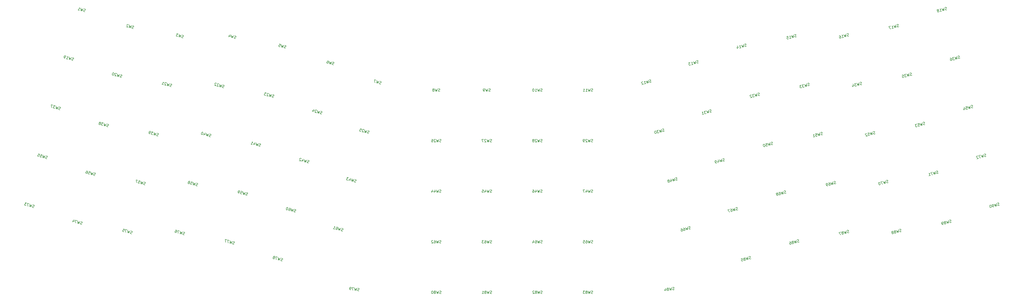
<source format=gbo>
G04 #@! TF.GenerationSoftware,KiCad,Pcbnew,(5.1.10)-1*
G04 #@! TF.CreationDate,2021-09-15T15:45:34+01:00*
G04 #@! TF.ProjectId,superlyra,73757065-726c-4797-9261-2e6b69636164,0.1*
G04 #@! TF.SameCoordinates,Original*
G04 #@! TF.FileFunction,Legend,Bot*
G04 #@! TF.FilePolarity,Positive*
%FSLAX46Y46*%
G04 Gerber Fmt 4.6, Leading zero omitted, Abs format (unit mm)*
G04 Created by KiCad (PCBNEW (5.1.10)-1) date 2021-09-15 15:45:34*
%MOMM*%
%LPD*%
G01*
G04 APERTURE LIST*
%ADD10C,0.150000*%
%ADD11C,2.250000*%
%ADD12C,3.987800*%
%ADD13C,1.750000*%
%ADD14C,2.000000*%
%ADD15C,1.700000*%
%ADD16C,1.200000*%
%ADD17C,3.048000*%
%ADD18R,1.700000X1.700000*%
%ADD19O,1.700000X1.700000*%
%ADD20O,1.000000X1.600000*%
%ADD21C,0.650000*%
%ADD22O,1.000000X2.100000*%
%ADD23C,3.500000*%
G04 APERTURE END LIST*
D10*
X138423059Y-113809029D02*
X138272745Y-113818051D01*
X138042763Y-113756427D01*
X137963095Y-113685782D01*
X137929423Y-113627460D01*
X137908076Y-113523143D01*
X137932725Y-113431150D01*
X138003371Y-113351482D01*
X138061692Y-113317810D01*
X138166010Y-113296463D01*
X138362320Y-113299765D01*
X138466638Y-113278418D01*
X138524959Y-113244746D01*
X138595605Y-113165078D01*
X138620255Y-113073085D01*
X138598908Y-112968768D01*
X138565236Y-112910446D01*
X138485568Y-112839800D01*
X138255585Y-112778177D01*
X138105271Y-112787199D01*
X137795621Y-112654930D02*
X137306819Y-113559232D01*
X137307704Y-112819986D01*
X136938848Y-113460634D01*
X136967684Y-112433085D01*
X136621059Y-112438805D02*
X136587388Y-112380484D01*
X136507720Y-112309838D01*
X136277737Y-112248214D01*
X136173420Y-112269561D01*
X136115098Y-112303233D01*
X136044452Y-112382901D01*
X136019803Y-112474894D01*
X136028825Y-112625208D01*
X136432886Y-113325062D01*
X135834932Y-113164841D01*
X135179542Y-112299046D02*
X135006996Y-112942996D01*
X135508122Y-111992697D02*
X135553234Y-112744268D01*
X134955279Y-112584047D01*
X183291984Y-124266820D02*
X183149127Y-124314439D01*
X182911032Y-124314439D01*
X182815794Y-124266820D01*
X182768175Y-124219201D01*
X182720556Y-124123963D01*
X182720556Y-124028725D01*
X182768175Y-123933487D01*
X182815794Y-123885868D01*
X182911032Y-123838249D01*
X183101508Y-123790630D01*
X183196746Y-123743011D01*
X183244365Y-123695392D01*
X183291984Y-123600154D01*
X183291984Y-123504916D01*
X183244365Y-123409678D01*
X183196746Y-123362059D01*
X183101508Y-123314439D01*
X182863413Y-123314439D01*
X182720556Y-123362059D01*
X182387222Y-123314439D02*
X182149127Y-124314439D01*
X181958651Y-123600154D01*
X181768175Y-124314439D01*
X181530080Y-123314439D01*
X181196746Y-123409678D02*
X181149127Y-123362059D01*
X181053889Y-123314439D01*
X180815794Y-123314439D01*
X180720556Y-123362059D01*
X180672937Y-123409678D01*
X180625318Y-123504916D01*
X180625318Y-123600154D01*
X180672937Y-123743011D01*
X181244365Y-124314439D01*
X180625318Y-124314439D01*
X179768175Y-123314439D02*
X179958651Y-123314439D01*
X180053889Y-123362059D01*
X180101508Y-123409678D01*
X180196746Y-123552535D01*
X180244365Y-123743011D01*
X180244365Y-124123963D01*
X180196746Y-124219201D01*
X180149127Y-124266820D01*
X180053889Y-124314439D01*
X179863413Y-124314439D01*
X179768175Y-124266820D01*
X179720556Y-124219201D01*
X179672937Y-124123963D01*
X179672937Y-123885868D01*
X179720556Y-123790630D01*
X179768175Y-123743011D01*
X179863413Y-123695392D01*
X180053889Y-123695392D01*
X180149127Y-123743011D01*
X180196746Y-123790630D01*
X180244365Y-123885868D01*
X279937390Y-94540457D02*
X279811726Y-94623428D01*
X279581743Y-94685051D01*
X279477426Y-94663704D01*
X279419105Y-94630033D01*
X279348459Y-94550364D01*
X279323809Y-94458372D01*
X279345156Y-94354054D01*
X279378828Y-94295733D01*
X279458496Y-94225087D01*
X279630157Y-94129791D01*
X279709826Y-94059146D01*
X279743497Y-94000824D01*
X279764844Y-93896507D01*
X279740195Y-93804514D01*
X279669549Y-93724846D01*
X279611228Y-93691174D01*
X279506910Y-93669827D01*
X279276928Y-93731450D01*
X279151263Y-93814421D01*
X278816963Y-93854698D02*
X278845800Y-94882247D01*
X278476943Y-94241599D01*
X278477828Y-94980845D01*
X277989027Y-94076542D01*
X277373913Y-95276638D02*
X277925870Y-95128741D01*
X277649892Y-95202690D02*
X277391073Y-94236764D01*
X277520040Y-94350104D01*
X277636682Y-94417447D01*
X277741000Y-94438794D01*
X276793119Y-94396985D02*
X276195164Y-94557206D01*
X276615737Y-94838905D01*
X276477748Y-94875879D01*
X276398080Y-94946525D01*
X276364408Y-95004846D01*
X276343061Y-95109164D01*
X276404685Y-95339146D01*
X276475331Y-95418815D01*
X276533652Y-95452486D01*
X276637969Y-95473833D01*
X276913948Y-95399885D01*
X276993616Y-95329239D01*
X277027288Y-95270918D01*
X182813360Y-105248621D02*
X182670503Y-105296240D01*
X182432407Y-105296240D01*
X182337169Y-105248621D01*
X182289550Y-105201002D01*
X182241931Y-105105764D01*
X182241931Y-105010526D01*
X182289550Y-104915288D01*
X182337169Y-104867669D01*
X182432407Y-104820050D01*
X182622884Y-104772431D01*
X182718122Y-104724812D01*
X182765741Y-104677193D01*
X182813360Y-104581955D01*
X182813360Y-104486717D01*
X182765741Y-104391479D01*
X182718122Y-104343860D01*
X182622884Y-104296240D01*
X182384788Y-104296240D01*
X182241931Y-104343860D01*
X181908598Y-104296240D02*
X181670503Y-105296240D01*
X181480027Y-104581955D01*
X181289550Y-105296240D01*
X181051455Y-104296240D01*
X180527646Y-104724812D02*
X180622884Y-104677193D01*
X180670503Y-104629574D01*
X180718122Y-104534336D01*
X180718122Y-104486717D01*
X180670503Y-104391479D01*
X180622884Y-104343860D01*
X180527646Y-104296240D01*
X180337169Y-104296240D01*
X180241931Y-104343860D01*
X180194312Y-104391479D01*
X180146693Y-104486717D01*
X180146693Y-104534336D01*
X180194312Y-104629574D01*
X180241931Y-104677193D01*
X180337169Y-104724812D01*
X180527646Y-104724812D01*
X180622884Y-104772431D01*
X180670503Y-104820050D01*
X180718122Y-104915288D01*
X180718122Y-105105764D01*
X180670503Y-105201002D01*
X180622884Y-105248621D01*
X180527646Y-105296240D01*
X180337169Y-105296240D01*
X180241931Y-105248621D01*
X180194312Y-105201002D01*
X180146693Y-105105764D01*
X180146693Y-104915288D01*
X180194312Y-104820050D01*
X180241931Y-104772431D01*
X180337169Y-104724812D01*
X201797271Y-105249383D02*
X201654414Y-105297002D01*
X201416318Y-105297002D01*
X201321080Y-105249383D01*
X201273461Y-105201764D01*
X201225842Y-105106526D01*
X201225842Y-105011288D01*
X201273461Y-104916050D01*
X201321080Y-104868431D01*
X201416318Y-104820812D01*
X201606795Y-104773193D01*
X201702033Y-104725574D01*
X201749652Y-104677955D01*
X201797271Y-104582717D01*
X201797271Y-104487479D01*
X201749652Y-104392241D01*
X201702033Y-104344622D01*
X201606795Y-104297002D01*
X201368699Y-104297002D01*
X201225842Y-104344622D01*
X200892509Y-104297002D02*
X200654414Y-105297002D01*
X200463938Y-104582717D01*
X200273461Y-105297002D01*
X200035366Y-104297002D01*
X199606795Y-105297002D02*
X199416318Y-105297002D01*
X199321080Y-105249383D01*
X199273461Y-105201764D01*
X199178223Y-105058907D01*
X199130604Y-104868431D01*
X199130604Y-104487479D01*
X199178223Y-104392241D01*
X199225842Y-104344622D01*
X199321080Y-104297002D01*
X199511557Y-104297002D01*
X199606795Y-104344622D01*
X199654414Y-104392241D01*
X199702033Y-104487479D01*
X199702033Y-104725574D01*
X199654414Y-104820812D01*
X199606795Y-104868431D01*
X199511557Y-104916050D01*
X199321080Y-104916050D01*
X199225842Y-104868431D01*
X199178223Y-104820812D01*
X199130604Y-104725574D01*
X183289505Y-143277651D02*
X183146648Y-143325270D01*
X182908553Y-143325270D01*
X182813315Y-143277651D01*
X182765696Y-143230032D01*
X182718077Y-143134794D01*
X182718077Y-143039556D01*
X182765696Y-142944318D01*
X182813315Y-142896699D01*
X182908553Y-142849080D01*
X183099029Y-142801461D01*
X183194267Y-142753842D01*
X183241886Y-142706223D01*
X183289505Y-142610985D01*
X183289505Y-142515747D01*
X183241886Y-142420509D01*
X183194267Y-142372890D01*
X183099029Y-142325270D01*
X182860934Y-142325270D01*
X182718077Y-142372890D01*
X182384743Y-142325270D02*
X182146648Y-143325270D01*
X181956172Y-142610985D01*
X181765696Y-143325270D01*
X181527601Y-142325270D01*
X180718077Y-142658604D02*
X180718077Y-143325270D01*
X180956172Y-142277651D02*
X181194267Y-142991937D01*
X180575220Y-142991937D01*
X179765696Y-142658604D02*
X179765696Y-143325270D01*
X180003791Y-142277651D02*
X180241886Y-142991937D01*
X179622839Y-142991937D01*
X152456790Y-180315326D02*
X152308939Y-180343891D01*
X152072881Y-180312813D01*
X151984673Y-180253171D01*
X151943677Y-180199743D01*
X151908896Y-180099104D01*
X151921327Y-180004681D01*
X151980970Y-179916473D01*
X152034397Y-179875477D01*
X152135036Y-179840697D01*
X152330098Y-179818347D01*
X152430737Y-179783567D01*
X152484164Y-179742570D01*
X152543807Y-179654363D01*
X152556238Y-179559939D01*
X152521457Y-179459300D01*
X152480461Y-179405873D01*
X152392254Y-179346231D01*
X152156195Y-179315153D01*
X152008345Y-179343718D01*
X151684079Y-179252998D02*
X151317494Y-180213365D01*
X151221881Y-179480328D01*
X150939801Y-180163640D01*
X150834269Y-179141118D01*
X150550999Y-179103825D02*
X149890036Y-179016807D01*
X150184414Y-180064192D01*
X149334604Y-179952312D02*
X149145758Y-179927450D01*
X149057550Y-179867807D01*
X149016554Y-179814380D01*
X148940777Y-179660314D01*
X148918428Y-179465252D01*
X148968152Y-179087559D01*
X149027795Y-178999351D01*
X149081222Y-178958355D01*
X149181861Y-178923574D01*
X149370707Y-178948436D01*
X149458915Y-179008079D01*
X149499911Y-179061506D01*
X149534692Y-179162145D01*
X149503614Y-179398203D01*
X149443971Y-179486411D01*
X149390544Y-179527407D01*
X149289905Y-179562188D01*
X149101059Y-179537326D01*
X149012851Y-179477683D01*
X148971855Y-179424256D01*
X148937074Y-179323617D01*
X270866296Y-179842945D02*
X270730876Y-179908804D01*
X270494818Y-179939881D01*
X270394179Y-179905101D01*
X270340752Y-179864105D01*
X270281109Y-179775897D01*
X270268678Y-179681473D01*
X270303459Y-179580835D01*
X270344455Y-179527407D01*
X270432663Y-179467765D01*
X270615294Y-179395691D01*
X270703501Y-179336048D01*
X270744498Y-179282621D01*
X270779278Y-179181982D01*
X270766847Y-179087559D01*
X270707204Y-178999351D01*
X270653777Y-178958355D01*
X270553138Y-178923574D01*
X270317080Y-178954652D01*
X270181661Y-179020510D01*
X269844963Y-179016807D02*
X269739431Y-180039330D01*
X269457352Y-179356017D01*
X269361738Y-180089054D01*
X268995154Y-179128687D01*
X268531765Y-179621963D02*
X268619973Y-179562320D01*
X268660969Y-179508893D01*
X268695750Y-179408254D01*
X268689534Y-179361042D01*
X268629891Y-179272834D01*
X268576464Y-179231838D01*
X268475825Y-179197058D01*
X268286979Y-179221920D01*
X268198771Y-179281563D01*
X268157775Y-179334990D01*
X268122994Y-179435629D01*
X268129210Y-179482840D01*
X268188852Y-179571048D01*
X268242280Y-179612044D01*
X268342918Y-179646825D01*
X268531765Y-179621963D01*
X268632404Y-179656743D01*
X268685831Y-179697739D01*
X268745474Y-179785947D01*
X268770336Y-179974794D01*
X268735555Y-180075433D01*
X268694559Y-180128860D01*
X268606351Y-180188503D01*
X268417505Y-180213365D01*
X268316866Y-180178584D01*
X268263439Y-180137588D01*
X268203796Y-180049380D01*
X268178934Y-179860534D01*
X268213715Y-179759895D01*
X268254711Y-179706468D01*
X268342918Y-179646825D01*
X267291831Y-179689143D02*
X267378848Y-180350106D01*
X267478165Y-179280372D02*
X267807456Y-179957470D01*
X267193705Y-180038271D01*
X49530421Y-75296339D02*
X49380106Y-75305361D01*
X49150124Y-75243737D01*
X49070456Y-75173091D01*
X49036784Y-75114770D01*
X49015437Y-75010453D01*
X49040086Y-74918460D01*
X49110732Y-74838791D01*
X49169054Y-74805120D01*
X49273371Y-74783773D01*
X49469682Y-74787075D01*
X49573999Y-74765728D01*
X49632321Y-74732056D01*
X49702967Y-74652388D01*
X49727616Y-74560395D01*
X49706269Y-74456077D01*
X49672597Y-74397756D01*
X49592929Y-74327110D01*
X49362947Y-74265487D01*
X49212633Y-74274509D01*
X48902982Y-74142240D02*
X48414181Y-75046542D01*
X48415065Y-74307296D01*
X48046209Y-74947944D01*
X48075046Y-73920395D01*
X46942294Y-74652151D02*
X47494251Y-74800047D01*
X47218272Y-74726099D02*
X47477091Y-73760173D01*
X47532110Y-73922812D01*
X47599454Y-74039455D01*
X47679122Y-74110100D01*
X67688420Y-81651910D02*
X67538105Y-81660932D01*
X67308123Y-81599308D01*
X67228455Y-81528662D01*
X67194783Y-81470341D01*
X67173436Y-81366024D01*
X67198085Y-81274031D01*
X67268731Y-81194362D01*
X67327053Y-81160691D01*
X67431370Y-81139344D01*
X67627681Y-81142646D01*
X67731998Y-81121299D01*
X67790320Y-81087627D01*
X67860966Y-81007959D01*
X67885615Y-80915966D01*
X67864268Y-80811648D01*
X67830596Y-80753327D01*
X67750928Y-80682681D01*
X67520946Y-80621058D01*
X67370632Y-80630080D01*
X67060981Y-80497811D02*
X66572180Y-81402113D01*
X66573064Y-80662867D01*
X66204208Y-81303515D01*
X66233045Y-80275966D01*
X65886420Y-80281686D02*
X65852748Y-80223364D01*
X65773080Y-80152719D01*
X65543098Y-80091095D01*
X65438780Y-80112442D01*
X65380459Y-80146114D01*
X65309813Y-80225782D01*
X65285163Y-80317775D01*
X65294186Y-80468089D01*
X65698247Y-81167943D01*
X65100293Y-81007722D01*
X86384944Y-85161168D02*
X86234629Y-85170190D01*
X86004647Y-85108566D01*
X85924979Y-85037920D01*
X85891307Y-84979599D01*
X85869960Y-84875282D01*
X85894609Y-84783289D01*
X85965255Y-84703620D01*
X86023577Y-84669949D01*
X86127894Y-84648602D01*
X86324205Y-84651904D01*
X86428522Y-84630557D01*
X86486844Y-84596885D01*
X86557490Y-84517217D01*
X86582139Y-84425224D01*
X86560792Y-84320906D01*
X86527120Y-84262585D01*
X86447452Y-84191939D01*
X86217470Y-84130316D01*
X86067156Y-84139338D01*
X85757505Y-84007069D02*
X85268704Y-84911371D01*
X85269588Y-84172125D01*
X84900732Y-84812773D01*
X84929569Y-83785224D01*
X84653590Y-83711275D02*
X84055636Y-83551054D01*
X84279013Y-84005299D01*
X84141024Y-83968325D01*
X84036706Y-83989672D01*
X83978385Y-84023343D01*
X83907739Y-84103012D01*
X83846115Y-84332994D01*
X83867462Y-84437312D01*
X83901134Y-84495633D01*
X83980802Y-84566279D01*
X84256781Y-84640227D01*
X84361099Y-84618880D01*
X84419420Y-84585208D01*
X106096107Y-85430377D02*
X105945792Y-85439399D01*
X105715810Y-85377775D01*
X105636142Y-85307129D01*
X105602470Y-85248808D01*
X105581123Y-85144491D01*
X105605772Y-85052498D01*
X105676418Y-84972829D01*
X105734740Y-84939158D01*
X105839057Y-84917811D01*
X106035368Y-84921113D01*
X106139685Y-84899766D01*
X106198007Y-84866094D01*
X106268653Y-84786426D01*
X106293302Y-84694433D01*
X106271955Y-84590115D01*
X106238283Y-84531794D01*
X106158615Y-84461148D01*
X105928633Y-84399525D01*
X105778319Y-84408547D01*
X105468668Y-84276278D02*
X104979867Y-85180580D01*
X104980751Y-84441334D01*
X104611895Y-85081982D01*
X104640732Y-84054433D01*
X103772519Y-84166888D02*
X103599973Y-84810838D01*
X104101099Y-83860540D02*
X104146210Y-84612110D01*
X103548256Y-84451889D01*
X124868651Y-89036076D02*
X124718336Y-89045098D01*
X124488354Y-88983474D01*
X124408686Y-88912828D01*
X124375014Y-88854507D01*
X124353667Y-88750190D01*
X124378316Y-88658197D01*
X124448962Y-88578528D01*
X124507284Y-88544857D01*
X124611601Y-88523510D01*
X124807912Y-88526812D01*
X124912229Y-88505465D01*
X124970551Y-88471793D01*
X125041197Y-88392125D01*
X125065846Y-88300132D01*
X125044499Y-88195814D01*
X125010827Y-88137493D01*
X124931159Y-88066847D01*
X124701177Y-88005224D01*
X124550863Y-88014246D01*
X124241212Y-87881977D02*
X123752411Y-88786279D01*
X123753295Y-88047033D01*
X123384439Y-88687681D01*
X123413276Y-87660132D01*
X122585339Y-87438287D02*
X123045304Y-87561534D01*
X122968053Y-88033823D01*
X122934381Y-87975502D01*
X122854713Y-87904856D01*
X122624731Y-87843233D01*
X122520413Y-87864580D01*
X122462092Y-87898251D01*
X122391446Y-87977920D01*
X122329822Y-88207902D01*
X122351169Y-88312220D01*
X122384841Y-88370541D01*
X122464509Y-88441187D01*
X122694492Y-88502810D01*
X122798809Y-88481463D01*
X122857131Y-88447792D01*
X142893193Y-95289495D02*
X142742878Y-95298517D01*
X142512896Y-95236893D01*
X142433228Y-95166247D01*
X142399556Y-95107926D01*
X142378209Y-95003609D01*
X142402858Y-94911616D01*
X142473504Y-94831947D01*
X142531826Y-94798276D01*
X142636143Y-94776929D01*
X142832454Y-94780231D01*
X142936771Y-94758884D01*
X142995093Y-94725212D01*
X143065739Y-94645544D01*
X143090388Y-94553551D01*
X143069041Y-94449233D01*
X143035369Y-94390912D01*
X142955701Y-94320266D01*
X142725719Y-94258643D01*
X142575405Y-94267665D01*
X142265754Y-94135396D02*
X141776953Y-95039698D01*
X141777837Y-94300452D01*
X141408981Y-94941100D01*
X141437818Y-93913551D01*
X140655878Y-93704030D02*
X140839863Y-93753329D01*
X140919532Y-93823975D01*
X140953203Y-93882296D01*
X141008222Y-94044935D01*
X141004920Y-94241246D01*
X140906322Y-94609218D01*
X140835676Y-94688886D01*
X140777355Y-94722558D01*
X140673037Y-94743905D01*
X140489051Y-94694606D01*
X140409383Y-94623960D01*
X140375711Y-94565639D01*
X140354364Y-94461321D01*
X140415988Y-94231339D01*
X140486634Y-94151670D01*
X140544955Y-94117999D01*
X140649273Y-94096652D01*
X140833259Y-94145951D01*
X140912927Y-94216596D01*
X140946599Y-94274918D01*
X140967946Y-94379235D01*
X160633498Y-102538314D02*
X160483183Y-102547336D01*
X160253201Y-102485712D01*
X160173533Y-102415066D01*
X160139861Y-102356745D01*
X160118514Y-102252428D01*
X160143163Y-102160435D01*
X160213809Y-102080766D01*
X160272131Y-102047095D01*
X160376448Y-102025748D01*
X160572759Y-102029050D01*
X160677076Y-102007703D01*
X160735398Y-101974031D01*
X160806044Y-101894363D01*
X160830693Y-101802370D01*
X160809346Y-101698052D01*
X160775674Y-101639731D01*
X160696006Y-101569085D01*
X160466024Y-101507462D01*
X160315710Y-101516484D01*
X160006059Y-101384215D02*
X159517258Y-102288517D01*
X159518142Y-101549271D01*
X159149286Y-102189919D01*
X159178123Y-101162370D01*
X158902144Y-101088421D02*
X158258193Y-100915875D01*
X158413342Y-101992724D01*
X221277622Y-105249611D02*
X221134765Y-105297230D01*
X220896670Y-105297230D01*
X220801432Y-105249611D01*
X220753813Y-105201992D01*
X220706194Y-105106754D01*
X220706194Y-105011516D01*
X220753813Y-104916278D01*
X220801432Y-104868659D01*
X220896670Y-104821040D01*
X221087146Y-104773421D01*
X221182384Y-104725802D01*
X221230003Y-104678183D01*
X221277622Y-104582945D01*
X221277622Y-104487707D01*
X221230003Y-104392469D01*
X221182384Y-104344850D01*
X221087146Y-104297230D01*
X220849051Y-104297230D01*
X220706194Y-104344850D01*
X220372860Y-104297230D02*
X220134765Y-105297230D01*
X219944289Y-104582945D01*
X219753813Y-105297230D01*
X219515718Y-104297230D01*
X218610956Y-105297230D02*
X219182384Y-105297230D01*
X218896670Y-105297230D02*
X218896670Y-104297230D01*
X218991908Y-104440088D01*
X219087146Y-104535326D01*
X219182384Y-104582945D01*
X217991908Y-104297230D02*
X217896670Y-104297230D01*
X217801432Y-104344850D01*
X217753813Y-104392469D01*
X217706194Y-104487707D01*
X217658575Y-104678183D01*
X217658575Y-104916278D01*
X217706194Y-105106754D01*
X217753813Y-105201992D01*
X217801432Y-105249611D01*
X217896670Y-105297230D01*
X217991908Y-105297230D01*
X218087146Y-105249611D01*
X218134765Y-105201992D01*
X218182384Y-105106754D01*
X218230003Y-104916278D01*
X218230003Y-104678183D01*
X218182384Y-104487707D01*
X218134765Y-104392469D01*
X218087146Y-104344850D01*
X217991908Y-104297230D01*
X240266469Y-105249463D02*
X240123612Y-105297082D01*
X239885517Y-105297082D01*
X239790279Y-105249463D01*
X239742660Y-105201844D01*
X239695041Y-105106606D01*
X239695041Y-105011368D01*
X239742660Y-104916130D01*
X239790279Y-104868511D01*
X239885517Y-104820892D01*
X240075993Y-104773273D01*
X240171231Y-104725654D01*
X240218850Y-104678035D01*
X240266469Y-104582797D01*
X240266469Y-104487559D01*
X240218850Y-104392321D01*
X240171231Y-104344702D01*
X240075993Y-104297082D01*
X239837898Y-104297082D01*
X239695041Y-104344702D01*
X239361707Y-104297082D02*
X239123612Y-105297082D01*
X238933136Y-104582797D01*
X238742660Y-105297082D01*
X238504565Y-104297082D01*
X237599803Y-105297082D02*
X238171231Y-105297082D01*
X237885517Y-105297082D02*
X237885517Y-104297082D01*
X237980755Y-104439940D01*
X238075993Y-104535178D01*
X238171231Y-104582797D01*
X236647422Y-105297082D02*
X237218850Y-105297082D01*
X236933136Y-105297082D02*
X236933136Y-104297082D01*
X237028374Y-104439940D01*
X237123612Y-104535178D01*
X237218850Y-104582797D01*
X262217298Y-101768059D02*
X262091634Y-101851030D01*
X261861651Y-101912653D01*
X261757334Y-101891306D01*
X261699013Y-101857635D01*
X261628367Y-101777966D01*
X261603717Y-101685974D01*
X261625064Y-101581656D01*
X261658736Y-101523335D01*
X261738404Y-101452689D01*
X261910065Y-101357393D01*
X261989734Y-101286748D01*
X262023405Y-101228426D01*
X262044752Y-101124109D01*
X262020103Y-101032116D01*
X261949457Y-100952448D01*
X261891136Y-100918776D01*
X261786818Y-100897429D01*
X261556836Y-100959052D01*
X261431171Y-101042023D01*
X261096871Y-101082300D02*
X261125708Y-102109849D01*
X260756851Y-101469201D01*
X260757736Y-102208447D01*
X260268935Y-101304144D01*
X259653821Y-102504240D02*
X260205778Y-102356343D01*
X259929800Y-102430292D02*
X259670981Y-101464366D01*
X259799948Y-101577706D01*
X259916590Y-101645049D01*
X260020908Y-101666396D01*
X259051680Y-101728905D02*
X258993358Y-101695233D01*
X258889041Y-101673886D01*
X258659058Y-101735509D01*
X258579390Y-101806155D01*
X258545718Y-101864477D01*
X258524371Y-101968794D01*
X258549021Y-102060787D01*
X258631991Y-102186452D01*
X259331846Y-102590513D01*
X258733892Y-102750734D01*
X297973398Y-88287842D02*
X297847734Y-88370813D01*
X297617751Y-88432436D01*
X297513434Y-88411089D01*
X297455113Y-88377418D01*
X297384467Y-88297749D01*
X297359817Y-88205757D01*
X297381164Y-88101439D01*
X297414836Y-88043118D01*
X297494504Y-87972472D01*
X297666165Y-87877176D01*
X297745834Y-87806531D01*
X297779505Y-87748209D01*
X297800852Y-87643892D01*
X297776203Y-87551899D01*
X297705557Y-87472231D01*
X297647236Y-87438559D01*
X297542918Y-87417212D01*
X297312936Y-87478835D01*
X297187271Y-87561806D01*
X296852971Y-87602083D02*
X296881808Y-88629632D01*
X296512951Y-87988984D01*
X296513836Y-88728230D01*
X296025035Y-87823927D01*
X295409921Y-89024023D02*
X295961878Y-88876126D01*
X295685900Y-88950075D02*
X295427081Y-87984149D01*
X295556048Y-88097489D01*
X295672690Y-88164832D01*
X295777008Y-88186179D01*
X294409438Y-88601917D02*
X294581984Y-89245868D01*
X294540823Y-88172322D02*
X294955676Y-88800645D01*
X294357722Y-88960867D01*
X316758339Y-84705430D02*
X316632675Y-84788401D01*
X316402692Y-84850024D01*
X316298375Y-84828677D01*
X316240054Y-84795006D01*
X316169408Y-84715337D01*
X316144758Y-84623345D01*
X316166105Y-84519027D01*
X316199777Y-84460706D01*
X316279445Y-84390060D01*
X316451106Y-84294764D01*
X316530775Y-84224119D01*
X316564446Y-84165797D01*
X316585793Y-84061480D01*
X316561144Y-83969487D01*
X316490498Y-83889819D01*
X316432177Y-83856147D01*
X316327859Y-83834800D01*
X316097877Y-83896423D01*
X315972212Y-83979394D01*
X315637912Y-84019671D02*
X315666749Y-85047220D01*
X315297892Y-84406572D01*
X315298777Y-85145818D01*
X314809976Y-84241515D01*
X314194862Y-85441611D02*
X314746819Y-85293714D01*
X314470841Y-85367663D02*
X314212022Y-84401737D01*
X314340989Y-84515077D01*
X314457631Y-84582420D01*
X314561949Y-84603767D01*
X313062110Y-84709855D02*
X313522075Y-84586607D01*
X313691318Y-85034247D01*
X313632997Y-85000576D01*
X313528679Y-84979229D01*
X313298697Y-85040852D01*
X313219029Y-85111498D01*
X313185357Y-85169819D01*
X313164010Y-85274137D01*
X313225634Y-85504119D01*
X313296280Y-85583788D01*
X313354601Y-85617459D01*
X313458918Y-85638806D01*
X313688901Y-85577183D01*
X313768569Y-85506537D01*
X313802241Y-85448216D01*
X336457165Y-84373583D02*
X336331501Y-84456554D01*
X336101518Y-84518177D01*
X335997201Y-84496830D01*
X335938880Y-84463159D01*
X335868234Y-84383490D01*
X335843584Y-84291498D01*
X335864931Y-84187180D01*
X335898603Y-84128859D01*
X335978271Y-84058213D01*
X336149932Y-83962917D01*
X336229601Y-83892272D01*
X336263272Y-83833950D01*
X336284619Y-83729633D01*
X336259970Y-83637640D01*
X336189324Y-83557972D01*
X336131003Y-83524300D01*
X336026685Y-83502953D01*
X335796703Y-83564576D01*
X335671038Y-83647547D01*
X335336738Y-83687824D02*
X335365575Y-84715373D01*
X334996718Y-84074725D01*
X334997603Y-84813971D01*
X334508802Y-83909668D01*
X333893688Y-85109764D02*
X334445645Y-84961867D01*
X334169667Y-85035816D02*
X333910848Y-84069890D01*
X334039815Y-84183230D01*
X334156457Y-84250573D01*
X334260775Y-84271920D01*
X332806932Y-84365683D02*
X332990918Y-84316384D01*
X333095236Y-84337731D01*
X333153557Y-84371403D01*
X333282524Y-84484743D01*
X333377820Y-84656404D01*
X333476417Y-85024376D01*
X333455070Y-85128693D01*
X333421398Y-85187015D01*
X333341730Y-85257660D01*
X333157744Y-85306959D01*
X333053427Y-85285612D01*
X332995106Y-85251941D01*
X332924460Y-85172272D01*
X332862836Y-84942290D01*
X332884183Y-84837972D01*
X332917855Y-84779651D01*
X332997523Y-84709005D01*
X333181509Y-84659706D01*
X333285827Y-84681053D01*
X333344148Y-84714725D01*
X333414794Y-84794393D01*
X355192141Y-80921434D02*
X355066477Y-81004405D01*
X354836494Y-81066028D01*
X354732177Y-81044681D01*
X354673856Y-81011010D01*
X354603210Y-80931341D01*
X354578560Y-80839349D01*
X354599907Y-80735031D01*
X354633579Y-80676710D01*
X354713247Y-80606064D01*
X354884908Y-80510768D01*
X354964577Y-80440123D01*
X354998248Y-80381801D01*
X355019595Y-80277484D01*
X354994946Y-80185491D01*
X354924300Y-80105823D01*
X354865979Y-80072151D01*
X354761661Y-80050804D01*
X354531679Y-80112427D01*
X354406014Y-80195398D01*
X354071714Y-80235675D02*
X354100551Y-81263224D01*
X353731694Y-80622576D01*
X353732579Y-81361822D01*
X353243778Y-80457519D01*
X352628664Y-81657615D02*
X353180621Y-81509718D01*
X352904643Y-81583667D02*
X352645824Y-80617741D01*
X352774791Y-80731081D01*
X352891433Y-80798424D01*
X352995751Y-80819771D01*
X352047870Y-80777962D02*
X351403919Y-80950508D01*
X352076706Y-81805511D01*
X373253836Y-74529145D02*
X373128172Y-74612116D01*
X372898189Y-74673739D01*
X372793872Y-74652392D01*
X372735551Y-74618721D01*
X372664905Y-74539052D01*
X372640255Y-74447060D01*
X372661602Y-74342742D01*
X372695274Y-74284421D01*
X372774942Y-74213775D01*
X372946603Y-74118479D01*
X373026272Y-74047834D01*
X373059943Y-73989512D01*
X373081290Y-73885195D01*
X373056641Y-73793202D01*
X372985995Y-73713534D01*
X372927674Y-73679862D01*
X372823356Y-73658515D01*
X372593374Y-73720138D01*
X372467709Y-73803109D01*
X372133409Y-73843386D02*
X372162246Y-74870935D01*
X371793389Y-74230287D01*
X371794274Y-74969533D01*
X371305473Y-74065230D01*
X370690359Y-75265326D02*
X371242316Y-75117429D01*
X370966338Y-75191378D02*
X370707519Y-74225452D01*
X370836486Y-74338792D01*
X370953128Y-74406135D01*
X371057446Y-74427482D01*
X369990505Y-74861265D02*
X370070173Y-74790619D01*
X370103845Y-74732298D01*
X370125192Y-74627980D01*
X370112867Y-74581984D01*
X370042221Y-74502315D01*
X369983900Y-74468644D01*
X369879582Y-74447297D01*
X369695596Y-74496595D01*
X369615928Y-74567241D01*
X369582256Y-74625563D01*
X369560909Y-74729880D01*
X369573234Y-74775877D01*
X369643880Y-74855545D01*
X369702201Y-74889217D01*
X369806519Y-74910564D01*
X369990505Y-74861265D01*
X370094822Y-74882612D01*
X370153144Y-74916284D01*
X370223789Y-74995952D01*
X370273088Y-75179938D01*
X370251741Y-75284255D01*
X370218069Y-75342577D01*
X370138401Y-75413222D01*
X369954415Y-75462521D01*
X369850098Y-75441174D01*
X369791777Y-75407503D01*
X369721131Y-75327834D01*
X369671832Y-75143848D01*
X369693179Y-75039531D01*
X369726851Y-74981210D01*
X369806519Y-74910564D01*
X45121848Y-93648567D02*
X44971534Y-93657589D01*
X44741552Y-93595965D01*
X44661884Y-93525320D01*
X44628212Y-93466998D01*
X44606865Y-93362681D01*
X44631514Y-93270688D01*
X44702160Y-93191020D01*
X44760481Y-93157348D01*
X44864799Y-93136001D01*
X45061109Y-93139303D01*
X45165427Y-93117956D01*
X45223748Y-93084284D01*
X45294394Y-93004616D01*
X45319044Y-92912623D01*
X45297697Y-92808306D01*
X45264025Y-92749984D01*
X45184357Y-92679338D01*
X44954374Y-92617715D01*
X44804060Y-92626737D01*
X44494410Y-92494468D02*
X44005608Y-93398770D01*
X44006493Y-92659524D01*
X43637637Y-93300172D01*
X43666473Y-92272623D01*
X42533721Y-93004379D02*
X43085679Y-93152276D01*
X42809700Y-93078327D02*
X43068519Y-92112402D01*
X43123538Y-92275040D01*
X43190881Y-92391683D01*
X43270550Y-92462329D01*
X42073757Y-92881132D02*
X41889771Y-92831833D01*
X41810103Y-92761187D01*
X41776431Y-92702866D01*
X41721412Y-92540227D01*
X41724714Y-92343917D01*
X41823312Y-91975945D01*
X41893958Y-91896277D01*
X41952279Y-91862605D01*
X42056597Y-91841258D01*
X42240583Y-91890557D01*
X42320251Y-91961203D01*
X42353923Y-92019524D01*
X42375270Y-92123841D01*
X42313646Y-92353824D01*
X42243000Y-92433492D01*
X42184679Y-92467164D01*
X42080361Y-92488511D01*
X41896376Y-92439212D01*
X41816707Y-92368566D01*
X41783036Y-92310245D01*
X41761689Y-92205927D01*
X63251617Y-100041293D02*
X63101303Y-100050315D01*
X62871321Y-99988691D01*
X62791653Y-99918046D01*
X62757981Y-99859724D01*
X62736634Y-99755407D01*
X62761283Y-99663414D01*
X62831929Y-99583746D01*
X62890250Y-99550074D01*
X62994568Y-99528727D01*
X63190878Y-99532029D01*
X63295196Y-99510682D01*
X63353517Y-99477010D01*
X63424163Y-99397342D01*
X63448813Y-99305349D01*
X63427466Y-99201032D01*
X63393794Y-99142710D01*
X63314126Y-99072064D01*
X63084143Y-99010441D01*
X62933829Y-99019463D01*
X62624179Y-98887194D02*
X62135377Y-99791496D01*
X62136262Y-99052250D01*
X61767406Y-99692898D01*
X61796242Y-98665349D01*
X61449617Y-98671069D02*
X61415946Y-98612748D01*
X61336278Y-98542102D01*
X61106295Y-98480478D01*
X61001978Y-98501825D01*
X60943656Y-98535497D01*
X60873010Y-98615165D01*
X60848361Y-98707158D01*
X60857383Y-98857472D01*
X61261444Y-99557326D01*
X60663490Y-99397105D01*
X60324355Y-98270958D02*
X60232362Y-98246308D01*
X60128045Y-98267656D01*
X60069723Y-98301327D01*
X59999078Y-98380995D01*
X59903782Y-98552657D01*
X59842159Y-98782639D01*
X59838856Y-98978950D01*
X59860203Y-99083267D01*
X59893875Y-99141588D01*
X59973543Y-99212234D01*
X60065536Y-99236884D01*
X60169854Y-99215537D01*
X60228175Y-99181865D01*
X60298821Y-99102197D01*
X60394116Y-98930536D01*
X60455740Y-98700553D01*
X60459042Y-98504243D01*
X60437695Y-98399925D01*
X60404023Y-98341604D01*
X60324355Y-98270958D01*
X81952526Y-103511298D02*
X81802212Y-103520320D01*
X81572230Y-103458696D01*
X81492562Y-103388051D01*
X81458890Y-103329729D01*
X81437543Y-103225412D01*
X81462192Y-103133419D01*
X81532838Y-103053751D01*
X81591159Y-103020079D01*
X81695477Y-102998732D01*
X81891787Y-103002034D01*
X81996105Y-102980687D01*
X82054426Y-102947015D01*
X82125072Y-102867347D01*
X82149722Y-102775354D01*
X82128375Y-102671037D01*
X82094703Y-102612715D01*
X82015035Y-102542069D01*
X81785052Y-102480446D01*
X81634738Y-102489468D01*
X81325088Y-102357199D02*
X80836286Y-103261501D01*
X80837171Y-102522255D01*
X80468315Y-103162903D01*
X80497151Y-102135354D01*
X80150526Y-102141074D02*
X80116855Y-102082753D01*
X80037187Y-102012107D01*
X79807204Y-101950483D01*
X79702887Y-101971830D01*
X79644565Y-102005502D01*
X79573919Y-102085170D01*
X79549270Y-102177163D01*
X79558292Y-102327477D01*
X79962353Y-103027331D01*
X79364399Y-102867110D01*
X78444470Y-102620616D02*
X78996428Y-102768512D01*
X78720449Y-102694564D02*
X78979268Y-101728638D01*
X79034287Y-101891277D01*
X79101630Y-102007919D01*
X79181298Y-102078565D01*
X101642739Y-103922673D02*
X101492425Y-103931695D01*
X101262443Y-103870071D01*
X101182775Y-103799426D01*
X101149103Y-103741104D01*
X101127756Y-103636787D01*
X101152405Y-103544794D01*
X101223051Y-103465126D01*
X101281372Y-103431454D01*
X101385690Y-103410107D01*
X101582000Y-103413409D01*
X101686318Y-103392062D01*
X101744639Y-103358390D01*
X101815285Y-103278722D01*
X101839935Y-103186729D01*
X101818588Y-103082412D01*
X101784916Y-103024090D01*
X101705248Y-102953444D01*
X101475265Y-102891821D01*
X101324951Y-102900843D01*
X101015301Y-102768574D02*
X100526499Y-103672876D01*
X100527384Y-102933630D01*
X100158528Y-103574278D01*
X100187364Y-102546729D01*
X99840739Y-102552449D02*
X99807068Y-102494128D01*
X99727400Y-102423482D01*
X99497417Y-102361858D01*
X99393100Y-102383205D01*
X99334778Y-102416877D01*
X99264132Y-102496545D01*
X99239483Y-102588538D01*
X99248505Y-102738852D01*
X99652566Y-103438706D01*
X99054612Y-103278485D01*
X98920810Y-102305954D02*
X98887138Y-102247633D01*
X98807470Y-102176987D01*
X98577488Y-102115364D01*
X98473170Y-102136711D01*
X98414849Y-102170383D01*
X98344203Y-102250051D01*
X98319554Y-102342044D01*
X98328576Y-102492358D01*
X98732637Y-103192212D01*
X98134683Y-103031991D01*
X120346908Y-107576534D02*
X120196594Y-107585556D01*
X119966612Y-107523932D01*
X119886944Y-107453287D01*
X119853272Y-107394965D01*
X119831925Y-107290648D01*
X119856574Y-107198655D01*
X119927220Y-107118987D01*
X119985541Y-107085315D01*
X120089859Y-107063968D01*
X120286169Y-107067270D01*
X120390487Y-107045923D01*
X120448808Y-107012251D01*
X120519454Y-106932583D01*
X120544104Y-106840590D01*
X120522757Y-106736273D01*
X120489085Y-106677951D01*
X120409417Y-106607305D01*
X120179434Y-106545682D01*
X120029120Y-106554704D01*
X119719470Y-106422435D02*
X119230668Y-107326737D01*
X119231553Y-106587491D01*
X118862697Y-107228139D01*
X118891533Y-106200590D01*
X118544908Y-106206310D02*
X118511237Y-106147989D01*
X118431569Y-106077343D01*
X118201586Y-106015719D01*
X118097269Y-106037066D01*
X118038947Y-106070738D01*
X117968301Y-106150406D01*
X117943652Y-106242399D01*
X117952674Y-106392713D01*
X118356735Y-107092567D01*
X117758781Y-106932346D01*
X117695625Y-105880147D02*
X117097671Y-105719926D01*
X117321049Y-106174171D01*
X117183059Y-106137197D01*
X117078741Y-106158544D01*
X117020420Y-106192215D01*
X116949774Y-106271884D01*
X116888151Y-106501866D01*
X116909498Y-106606184D01*
X116943170Y-106664505D01*
X117022838Y-106735151D01*
X117298817Y-106809099D01*
X117403134Y-106787752D01*
X117461455Y-106754080D01*
X156116309Y-121106903D02*
X155965995Y-121115925D01*
X155736013Y-121054301D01*
X155656345Y-120983656D01*
X155622673Y-120925334D01*
X155601326Y-120821017D01*
X155625975Y-120729024D01*
X155696621Y-120649356D01*
X155754942Y-120615684D01*
X155859260Y-120594337D01*
X156055570Y-120597639D01*
X156159888Y-120576292D01*
X156218209Y-120542620D01*
X156288855Y-120462952D01*
X156313505Y-120370959D01*
X156292158Y-120266642D01*
X156258486Y-120208320D01*
X156178818Y-120137674D01*
X155948835Y-120076051D01*
X155798521Y-120085073D01*
X155488871Y-119952804D02*
X155000069Y-120857106D01*
X155000954Y-120117860D01*
X154632098Y-120758508D01*
X154660934Y-119730959D01*
X154314309Y-119736679D02*
X154280638Y-119678358D01*
X154200970Y-119607712D01*
X153970987Y-119546088D01*
X153866670Y-119567435D01*
X153808348Y-119601107D01*
X153737702Y-119680775D01*
X153713053Y-119772768D01*
X153722075Y-119923082D01*
X154126136Y-120622936D01*
X153528182Y-120462715D01*
X152913068Y-119262620D02*
X153373033Y-119385867D01*
X153295782Y-119858156D01*
X153262111Y-119799835D01*
X153182442Y-119729189D01*
X152952460Y-119667566D01*
X152848142Y-119688913D01*
X152789821Y-119722584D01*
X152719175Y-119802253D01*
X152657552Y-120032235D01*
X152678899Y-120136553D01*
X152712571Y-120194874D01*
X152792239Y-120265520D01*
X153022221Y-120327143D01*
X153126539Y-120305796D01*
X153184860Y-120272124D01*
X202278757Y-124267917D02*
X202135900Y-124315536D01*
X201897805Y-124315536D01*
X201802567Y-124267917D01*
X201754948Y-124220298D01*
X201707329Y-124125060D01*
X201707329Y-124029822D01*
X201754948Y-123934584D01*
X201802567Y-123886965D01*
X201897805Y-123839346D01*
X202088281Y-123791727D01*
X202183519Y-123744108D01*
X202231138Y-123696489D01*
X202278757Y-123601251D01*
X202278757Y-123506013D01*
X202231138Y-123410775D01*
X202183519Y-123363156D01*
X202088281Y-123315536D01*
X201850186Y-123315536D01*
X201707329Y-123363156D01*
X201373995Y-123315536D02*
X201135900Y-124315536D01*
X200945424Y-123601251D01*
X200754948Y-124315536D01*
X200516853Y-123315536D01*
X200183519Y-123410775D02*
X200135900Y-123363156D01*
X200040662Y-123315536D01*
X199802567Y-123315536D01*
X199707329Y-123363156D01*
X199659710Y-123410775D01*
X199612091Y-123506013D01*
X199612091Y-123601251D01*
X199659710Y-123744108D01*
X200231138Y-124315536D01*
X199612091Y-124315536D01*
X199278757Y-123315536D02*
X198612091Y-123315536D01*
X199040662Y-124315536D01*
X221268767Y-124267900D02*
X221125910Y-124315519D01*
X220887815Y-124315519D01*
X220792577Y-124267900D01*
X220744958Y-124220281D01*
X220697339Y-124125043D01*
X220697339Y-124029805D01*
X220744958Y-123934567D01*
X220792577Y-123886948D01*
X220887815Y-123839329D01*
X221078291Y-123791710D01*
X221173529Y-123744091D01*
X221221148Y-123696472D01*
X221268767Y-123601234D01*
X221268767Y-123505996D01*
X221221148Y-123410758D01*
X221173529Y-123363139D01*
X221078291Y-123315519D01*
X220840196Y-123315519D01*
X220697339Y-123363139D01*
X220364005Y-123315519D02*
X220125910Y-124315519D01*
X219935434Y-123601234D01*
X219744958Y-124315519D01*
X219506863Y-123315519D01*
X219173529Y-123410758D02*
X219125910Y-123363139D01*
X219030672Y-123315519D01*
X218792577Y-123315519D01*
X218697339Y-123363139D01*
X218649720Y-123410758D01*
X218602101Y-123505996D01*
X218602101Y-123601234D01*
X218649720Y-123744091D01*
X219221148Y-124315519D01*
X218602101Y-124315519D01*
X218030672Y-123744091D02*
X218125910Y-123696472D01*
X218173529Y-123648853D01*
X218221148Y-123553615D01*
X218221148Y-123505996D01*
X218173529Y-123410758D01*
X218125910Y-123363139D01*
X218030672Y-123315519D01*
X217840196Y-123315519D01*
X217744958Y-123363139D01*
X217697339Y-123410758D01*
X217649720Y-123505996D01*
X217649720Y-123553615D01*
X217697339Y-123648853D01*
X217744958Y-123696472D01*
X217840196Y-123744091D01*
X218030672Y-123744091D01*
X218125910Y-123791710D01*
X218173529Y-123839329D01*
X218221148Y-123934567D01*
X218221148Y-124125043D01*
X218173529Y-124220281D01*
X218125910Y-124267900D01*
X218030672Y-124315519D01*
X217840196Y-124315519D01*
X217744958Y-124267900D01*
X217697339Y-124220281D01*
X217649720Y-124125043D01*
X217649720Y-123934567D01*
X217697339Y-123839329D01*
X217744958Y-123791710D01*
X217840196Y-123744091D01*
X240249826Y-124268106D02*
X240106969Y-124315725D01*
X239868874Y-124315725D01*
X239773636Y-124268106D01*
X239726017Y-124220487D01*
X239678398Y-124125249D01*
X239678398Y-124030011D01*
X239726017Y-123934773D01*
X239773636Y-123887154D01*
X239868874Y-123839535D01*
X240059350Y-123791916D01*
X240154588Y-123744297D01*
X240202207Y-123696678D01*
X240249826Y-123601440D01*
X240249826Y-123506202D01*
X240202207Y-123410964D01*
X240154588Y-123363345D01*
X240059350Y-123315725D01*
X239821255Y-123315725D01*
X239678398Y-123363345D01*
X239345064Y-123315725D02*
X239106969Y-124315725D01*
X238916493Y-123601440D01*
X238726017Y-124315725D01*
X238487922Y-123315725D01*
X238154588Y-123410964D02*
X238106969Y-123363345D01*
X238011731Y-123315725D01*
X237773636Y-123315725D01*
X237678398Y-123363345D01*
X237630779Y-123410964D01*
X237583160Y-123506202D01*
X237583160Y-123601440D01*
X237630779Y-123744297D01*
X238202207Y-124315725D01*
X237583160Y-124315725D01*
X237106969Y-124315725D02*
X236916493Y-124315725D01*
X236821255Y-124268106D01*
X236773636Y-124220487D01*
X236678398Y-124077630D01*
X236630779Y-123887154D01*
X236630779Y-123506202D01*
X236678398Y-123410964D01*
X236726017Y-123363345D01*
X236821255Y-123315725D01*
X237011731Y-123315725D01*
X237106969Y-123363345D01*
X237154588Y-123410964D01*
X237202207Y-123506202D01*
X237202207Y-123744297D01*
X237154588Y-123839535D01*
X237106969Y-123887154D01*
X237011731Y-123934773D01*
X236821255Y-123934773D01*
X236726017Y-123887154D01*
X236678398Y-123839535D01*
X236630779Y-123744297D01*
X267126671Y-120238977D02*
X267001007Y-120321948D01*
X266771024Y-120383571D01*
X266666707Y-120362224D01*
X266608386Y-120328553D01*
X266537740Y-120248884D01*
X266513090Y-120156892D01*
X266534437Y-120052574D01*
X266568109Y-119994253D01*
X266647777Y-119923607D01*
X266819438Y-119828311D01*
X266899107Y-119757666D01*
X266932778Y-119699344D01*
X266954125Y-119595027D01*
X266929476Y-119503034D01*
X266858830Y-119423366D01*
X266800509Y-119389694D01*
X266696191Y-119368347D01*
X266466209Y-119429970D01*
X266340544Y-119512941D01*
X266006244Y-119553218D02*
X266035081Y-120580767D01*
X265666224Y-119940119D01*
X265667109Y-120679365D01*
X265178308Y-119775062D01*
X264902329Y-119849011D02*
X264304375Y-120009232D01*
X264724948Y-120290931D01*
X264586958Y-120327905D01*
X264507290Y-120398551D01*
X264473618Y-120456872D01*
X264452271Y-120561190D01*
X264513895Y-120791172D01*
X264584541Y-120870840D01*
X264642862Y-120904512D01*
X264747180Y-120925859D01*
X265023159Y-120851911D01*
X265102827Y-120781265D01*
X265136499Y-120722944D01*
X263706421Y-120169453D02*
X263614428Y-120194103D01*
X263534760Y-120264749D01*
X263501088Y-120323070D01*
X263479741Y-120427387D01*
X263483043Y-120623698D01*
X263544667Y-120853680D01*
X263639962Y-121025342D01*
X263710608Y-121105010D01*
X263768929Y-121138682D01*
X263873247Y-121160029D01*
X263965240Y-121135379D01*
X264044908Y-121064733D01*
X264078580Y-121006412D01*
X264099927Y-120902094D01*
X264096624Y-120705784D01*
X264035001Y-120475801D01*
X263939705Y-120304140D01*
X263869060Y-120224472D01*
X263810738Y-120190800D01*
X263706421Y-120169453D01*
X284878784Y-113023680D02*
X284753120Y-113106651D01*
X284523137Y-113168274D01*
X284418820Y-113146927D01*
X284360499Y-113113256D01*
X284289853Y-113033587D01*
X284265203Y-112941595D01*
X284286550Y-112837277D01*
X284320222Y-112778956D01*
X284399890Y-112708310D01*
X284571551Y-112613014D01*
X284651220Y-112542369D01*
X284684891Y-112484047D01*
X284706238Y-112379730D01*
X284681589Y-112287737D01*
X284610943Y-112208069D01*
X284552622Y-112174397D01*
X284448304Y-112153050D01*
X284218322Y-112214673D01*
X284092657Y-112297644D01*
X283758357Y-112337921D02*
X283787194Y-113365470D01*
X283418337Y-112724822D01*
X283419222Y-113464068D01*
X282930421Y-112559765D01*
X282654442Y-112633714D02*
X282056488Y-112793935D01*
X282477061Y-113075634D01*
X282339071Y-113112608D01*
X282259403Y-113183254D01*
X282225731Y-113241575D01*
X282204384Y-113345893D01*
X282266008Y-113575875D01*
X282336654Y-113655543D01*
X282394975Y-113689215D01*
X282499293Y-113710562D01*
X282775272Y-113636614D01*
X282854940Y-113565968D01*
X282888612Y-113507647D01*
X281395378Y-114006355D02*
X281947335Y-113858459D01*
X281671356Y-113932407D02*
X281412537Y-112966481D01*
X281541504Y-113079821D01*
X281658147Y-113147165D01*
X281762464Y-113168512D01*
X302986290Y-106725656D02*
X302860626Y-106808627D01*
X302630643Y-106870250D01*
X302526326Y-106848903D01*
X302468005Y-106815232D01*
X302397359Y-106735563D01*
X302372709Y-106643571D01*
X302394056Y-106539253D01*
X302427728Y-106480932D01*
X302507396Y-106410286D01*
X302679057Y-106314990D01*
X302758726Y-106244345D01*
X302792397Y-106186023D01*
X302813744Y-106081706D01*
X302789095Y-105989713D01*
X302718449Y-105910045D01*
X302660128Y-105876373D01*
X302555810Y-105855026D01*
X302325828Y-105916649D01*
X302200163Y-105999620D01*
X301865863Y-106039897D02*
X301894700Y-107067446D01*
X301525843Y-106426798D01*
X301526728Y-107166044D01*
X301037927Y-106261741D01*
X300761948Y-106335690D02*
X300163994Y-106495911D01*
X300584567Y-106777610D01*
X300446577Y-106814584D01*
X300366909Y-106885230D01*
X300333237Y-106943551D01*
X300311890Y-107047869D01*
X300373514Y-107277851D01*
X300444160Y-107357519D01*
X300502481Y-107391191D01*
X300606799Y-107412538D01*
X300882778Y-107338590D01*
X300962446Y-107267944D01*
X300996118Y-107209623D01*
X299820672Y-106686502D02*
X299762350Y-106652830D01*
X299658033Y-106631483D01*
X299428050Y-106693106D01*
X299348382Y-106763752D01*
X299314710Y-106822074D01*
X299293363Y-106926391D01*
X299318013Y-107018384D01*
X299400983Y-107144049D01*
X300100838Y-107548110D01*
X299502884Y-107708331D01*
X321679098Y-103050222D02*
X321553434Y-103133193D01*
X321323451Y-103194816D01*
X321219134Y-103173469D01*
X321160813Y-103139798D01*
X321090167Y-103060129D01*
X321065517Y-102968137D01*
X321086864Y-102863819D01*
X321120536Y-102805498D01*
X321200204Y-102734852D01*
X321371865Y-102639556D01*
X321451534Y-102568911D01*
X321485205Y-102510589D01*
X321506552Y-102406272D01*
X321481903Y-102314279D01*
X321411257Y-102234611D01*
X321352936Y-102200939D01*
X321248618Y-102179592D01*
X321018636Y-102241215D01*
X320892971Y-102324186D01*
X320558671Y-102364463D02*
X320587508Y-103392012D01*
X320218651Y-102751364D01*
X320219536Y-103490610D01*
X319730735Y-102586307D01*
X319454756Y-102660256D02*
X318856802Y-102820477D01*
X319277375Y-103102176D01*
X319139385Y-103139150D01*
X319059717Y-103209796D01*
X319026045Y-103268117D01*
X319004698Y-103372435D01*
X319066322Y-103602417D01*
X319136968Y-103682085D01*
X319195289Y-103715757D01*
X319299607Y-103737104D01*
X319575586Y-103663156D01*
X319655254Y-103592510D01*
X319688926Y-103534189D01*
X318534827Y-102906750D02*
X317936872Y-103066971D01*
X318357445Y-103348670D01*
X318219456Y-103385644D01*
X318139788Y-103456290D01*
X318106116Y-103514611D01*
X318084769Y-103618929D01*
X318146393Y-103848911D01*
X318217039Y-103928580D01*
X318275360Y-103962251D01*
X318379677Y-103983598D01*
X318655656Y-103909650D01*
X318735324Y-103839004D01*
X318768996Y-103780683D01*
X341351802Y-102655015D02*
X341226138Y-102737986D01*
X340996155Y-102799609D01*
X340891838Y-102778262D01*
X340833517Y-102744591D01*
X340762871Y-102664922D01*
X340738221Y-102572930D01*
X340759568Y-102468612D01*
X340793240Y-102410291D01*
X340872908Y-102339645D01*
X341044569Y-102244349D01*
X341124238Y-102173704D01*
X341157909Y-102115382D01*
X341179256Y-102011065D01*
X341154607Y-101919072D01*
X341083961Y-101839404D01*
X341025640Y-101805732D01*
X340921322Y-101784385D01*
X340691340Y-101846008D01*
X340565675Y-101928979D01*
X340231375Y-101969256D02*
X340260212Y-102996805D01*
X339891355Y-102356157D01*
X339892240Y-103095403D01*
X339403439Y-102191100D01*
X339127460Y-102265049D02*
X338529506Y-102425270D01*
X338950079Y-102706969D01*
X338812089Y-102743943D01*
X338732421Y-102814589D01*
X338698749Y-102872910D01*
X338677402Y-102977228D01*
X338739026Y-103207210D01*
X338809672Y-103286878D01*
X338867993Y-103320550D01*
X338972311Y-103341897D01*
X339248290Y-103267949D01*
X339327958Y-103197303D01*
X339361630Y-103138982D01*
X337787842Y-102969090D02*
X337960388Y-103613041D01*
X337919227Y-102539495D02*
X338334080Y-103167818D01*
X337736126Y-103328040D01*
X360100182Y-99190691D02*
X359974518Y-99273662D01*
X359744535Y-99335285D01*
X359640218Y-99313938D01*
X359581897Y-99280267D01*
X359511251Y-99200598D01*
X359486601Y-99108606D01*
X359507948Y-99004288D01*
X359541620Y-98945967D01*
X359621288Y-98875321D01*
X359792949Y-98780025D01*
X359872618Y-98709380D01*
X359906289Y-98651058D01*
X359927636Y-98546741D01*
X359902987Y-98454748D01*
X359832341Y-98375080D01*
X359774020Y-98341408D01*
X359669702Y-98320061D01*
X359439720Y-98381684D01*
X359314055Y-98464655D01*
X358979755Y-98504932D02*
X359008592Y-99532481D01*
X358639735Y-98891833D01*
X358640620Y-99631079D01*
X358151819Y-98726776D01*
X357875840Y-98800725D02*
X357277886Y-98960946D01*
X357698459Y-99242645D01*
X357560469Y-99279619D01*
X357480801Y-99350265D01*
X357447129Y-99408586D01*
X357425782Y-99512904D01*
X357487406Y-99742886D01*
X357558052Y-99822554D01*
X357616373Y-99856226D01*
X357720691Y-99877573D01*
X357996670Y-99803625D01*
X358076338Y-99732979D01*
X358110010Y-99674658D01*
X356403953Y-99195116D02*
X356863918Y-99071868D01*
X357033161Y-99519508D01*
X356974840Y-99485837D01*
X356870522Y-99464490D01*
X356640540Y-99526113D01*
X356560872Y-99596759D01*
X356527200Y-99655080D01*
X356505853Y-99759398D01*
X356567477Y-99989380D01*
X356638123Y-100069049D01*
X356696444Y-100102720D01*
X356800761Y-100124067D01*
X357030744Y-100062444D01*
X357110412Y-99991798D01*
X357144084Y-99933477D01*
X378131998Y-92800016D02*
X378006334Y-92882987D01*
X377776351Y-92944610D01*
X377672034Y-92923263D01*
X377613713Y-92889592D01*
X377543067Y-92809923D01*
X377518417Y-92717931D01*
X377539764Y-92613613D01*
X377573436Y-92555292D01*
X377653104Y-92484646D01*
X377824765Y-92389350D01*
X377904434Y-92318705D01*
X377938105Y-92260383D01*
X377959452Y-92156066D01*
X377934803Y-92064073D01*
X377864157Y-91984405D01*
X377805836Y-91950733D01*
X377701518Y-91929386D01*
X377471536Y-91991009D01*
X377345871Y-92073980D01*
X377011571Y-92114257D02*
X377040408Y-93141806D01*
X376671551Y-92501158D01*
X376672436Y-93240404D01*
X376183635Y-92336101D01*
X375907656Y-92410050D02*
X375309702Y-92570271D01*
X375730275Y-92851970D01*
X375592285Y-92888944D01*
X375512617Y-92959590D01*
X375478945Y-93017911D01*
X375457598Y-93122229D01*
X375519222Y-93352211D01*
X375589868Y-93431879D01*
X375648189Y-93465551D01*
X375752507Y-93486898D01*
X376028486Y-93412950D01*
X376108154Y-93342304D01*
X376141826Y-93283983D01*
X374481765Y-92792116D02*
X374665751Y-92742817D01*
X374770069Y-92764164D01*
X374828390Y-92797836D01*
X374957357Y-92911176D01*
X375052653Y-93082837D01*
X375151250Y-93450809D01*
X375129903Y-93555126D01*
X375096231Y-93613448D01*
X375016563Y-93684093D01*
X374832577Y-93733392D01*
X374728260Y-93712045D01*
X374669939Y-93678374D01*
X374599293Y-93598705D01*
X374537669Y-93368723D01*
X374559016Y-93264405D01*
X374592688Y-93206084D01*
X374672356Y-93135438D01*
X374856342Y-93086139D01*
X374960660Y-93107486D01*
X375018981Y-93141158D01*
X375089627Y-93220826D01*
X40190342Y-112195931D02*
X40040028Y-112204953D01*
X39810046Y-112143329D01*
X39730378Y-112072684D01*
X39696706Y-112014362D01*
X39675359Y-111910045D01*
X39700008Y-111818052D01*
X39770654Y-111738384D01*
X39828975Y-111704712D01*
X39933293Y-111683365D01*
X40129603Y-111686667D01*
X40233921Y-111665320D01*
X40292242Y-111631648D01*
X40362888Y-111551980D01*
X40387538Y-111459987D01*
X40366191Y-111355670D01*
X40332519Y-111297348D01*
X40252851Y-111226702D01*
X40022868Y-111165079D01*
X39872554Y-111174101D01*
X39562904Y-111041832D02*
X39074102Y-111946134D01*
X39074987Y-111206888D01*
X38706131Y-111847536D01*
X38734967Y-110819987D01*
X38458988Y-110746039D02*
X37861034Y-110585817D01*
X38084412Y-111040062D01*
X37946422Y-111003088D01*
X37842105Y-111024435D01*
X37783784Y-111058107D01*
X37713138Y-111137775D01*
X37651514Y-111367757D01*
X37672861Y-111472075D01*
X37706533Y-111530396D01*
X37786201Y-111601042D01*
X38062180Y-111674990D01*
X38166498Y-111653643D01*
X38224819Y-111619971D01*
X37539059Y-110499544D02*
X36895108Y-110326998D01*
X37050258Y-111403846D01*
X58240922Y-118613678D02*
X58090608Y-118622700D01*
X57860626Y-118561076D01*
X57780958Y-118490431D01*
X57747286Y-118432109D01*
X57725939Y-118327792D01*
X57750588Y-118235799D01*
X57821234Y-118156131D01*
X57879555Y-118122459D01*
X57983873Y-118101112D01*
X58180183Y-118104414D01*
X58284501Y-118083067D01*
X58342822Y-118049395D01*
X58413468Y-117969727D01*
X58438118Y-117877734D01*
X58416771Y-117773417D01*
X58383099Y-117715095D01*
X58303431Y-117644449D01*
X58073448Y-117582826D01*
X57923134Y-117591848D01*
X57613484Y-117459579D02*
X57124682Y-118363881D01*
X57125567Y-117624635D01*
X56756711Y-118265283D01*
X56785547Y-117237734D01*
X56509568Y-117163786D02*
X55911614Y-117003564D01*
X56134992Y-117457809D01*
X55997002Y-117420835D01*
X55892685Y-117442182D01*
X55834364Y-117475854D01*
X55763718Y-117555522D01*
X55702094Y-117785504D01*
X55723441Y-117889822D01*
X55757113Y-117948143D01*
X55836781Y-118018789D01*
X56112760Y-118092737D01*
X56217078Y-118071390D01*
X56275399Y-118037718D01*
X55248734Y-117269636D02*
X55353052Y-117248289D01*
X55411373Y-117214617D01*
X55482019Y-117134949D01*
X55494344Y-117088952D01*
X55472997Y-116984635D01*
X55439325Y-116926314D01*
X55359657Y-116855668D01*
X55175671Y-116806369D01*
X55071353Y-116827716D01*
X55013032Y-116861388D01*
X54942386Y-116941056D01*
X54930061Y-116987052D01*
X54951408Y-117091370D01*
X54985080Y-117149691D01*
X55064748Y-117220337D01*
X55248734Y-117269636D01*
X55328402Y-117340282D01*
X55362074Y-117398603D01*
X55383421Y-117502921D01*
X55334122Y-117686906D01*
X55263476Y-117766575D01*
X55205155Y-117800246D01*
X55100838Y-117821593D01*
X54916852Y-117772295D01*
X54837184Y-117701649D01*
X54803512Y-117643328D01*
X54782165Y-117539010D01*
X54831464Y-117355024D01*
X54902110Y-117275356D01*
X54960431Y-117241684D01*
X55064748Y-117220337D01*
X76990637Y-122071933D02*
X76840323Y-122080955D01*
X76610341Y-122019331D01*
X76530673Y-121948686D01*
X76497001Y-121890364D01*
X76475654Y-121786047D01*
X76500303Y-121694054D01*
X76570949Y-121614386D01*
X76629270Y-121580714D01*
X76733588Y-121559367D01*
X76929898Y-121562669D01*
X77034216Y-121541322D01*
X77092537Y-121507650D01*
X77163183Y-121427982D01*
X77187833Y-121335989D01*
X77166486Y-121231672D01*
X77132814Y-121173350D01*
X77053146Y-121102704D01*
X76823163Y-121041081D01*
X76672849Y-121050103D01*
X76363199Y-120917834D02*
X75874397Y-121822136D01*
X75875282Y-121082890D01*
X75506426Y-121723538D01*
X75535262Y-120695989D01*
X75259283Y-120622041D02*
X74661329Y-120461819D01*
X74884707Y-120916064D01*
X74746717Y-120879090D01*
X74642400Y-120900437D01*
X74584079Y-120934109D01*
X74513433Y-121013777D01*
X74451809Y-121243759D01*
X74473156Y-121348077D01*
X74506828Y-121406398D01*
X74586496Y-121477044D01*
X74862475Y-121550992D01*
X74966793Y-121529645D01*
X75025114Y-121495973D01*
X73942546Y-121304498D02*
X73758560Y-121255199D01*
X73678892Y-121184553D01*
X73645220Y-121126232D01*
X73590201Y-120963593D01*
X73593503Y-120767283D01*
X73692101Y-120399311D01*
X73762747Y-120319643D01*
X73821068Y-120285971D01*
X73925386Y-120264624D01*
X74109372Y-120313923D01*
X74189040Y-120384569D01*
X74222712Y-120442890D01*
X74244059Y-120547207D01*
X74182435Y-120777190D01*
X74111789Y-120856858D01*
X74053468Y-120890530D01*
X73949150Y-120911877D01*
X73765165Y-120862578D01*
X73685496Y-120791932D01*
X73651825Y-120733611D01*
X73630478Y-120629293D01*
X96688937Y-122361580D02*
X96538623Y-122370602D01*
X96308641Y-122308978D01*
X96228973Y-122238333D01*
X96195301Y-122180011D01*
X96173954Y-122075694D01*
X96198603Y-121983701D01*
X96269249Y-121904033D01*
X96327570Y-121870361D01*
X96431888Y-121849014D01*
X96628198Y-121852316D01*
X96732516Y-121830969D01*
X96790837Y-121797297D01*
X96861483Y-121717629D01*
X96886133Y-121625636D01*
X96864786Y-121521319D01*
X96831114Y-121462997D01*
X96751446Y-121392351D01*
X96521463Y-121330728D01*
X96371149Y-121339750D01*
X96061499Y-121207481D02*
X95572697Y-122111783D01*
X95573582Y-121372537D01*
X95204726Y-122013185D01*
X95233562Y-120985636D01*
X94365349Y-121098091D02*
X94192803Y-121742041D01*
X94693929Y-120791743D02*
X94739041Y-121543313D01*
X94141087Y-121383092D01*
X93761675Y-120591245D02*
X93669682Y-120566595D01*
X93565365Y-120587943D01*
X93507043Y-120621614D01*
X93436398Y-120701282D01*
X93341102Y-120872944D01*
X93279479Y-121102926D01*
X93276176Y-121299237D01*
X93297523Y-121403554D01*
X93331195Y-121461875D01*
X93410863Y-121532521D01*
X93502856Y-121557171D01*
X93607174Y-121535824D01*
X93665495Y-121502152D01*
X93736141Y-121422484D01*
X93831436Y-121250823D01*
X93893060Y-121020840D01*
X93896362Y-120824530D01*
X93875015Y-120720212D01*
X93841343Y-120661891D01*
X93761675Y-120591245D01*
X115369357Y-125996018D02*
X115219043Y-126005040D01*
X114989061Y-125943416D01*
X114909393Y-125872771D01*
X114875721Y-125814449D01*
X114854374Y-125710132D01*
X114879023Y-125618139D01*
X114949669Y-125538471D01*
X115007990Y-125504799D01*
X115112308Y-125483452D01*
X115308618Y-125486754D01*
X115412936Y-125465407D01*
X115471257Y-125431735D01*
X115541903Y-125352067D01*
X115566553Y-125260074D01*
X115545206Y-125155757D01*
X115511534Y-125097435D01*
X115431866Y-125026789D01*
X115201883Y-124965166D01*
X115051569Y-124974188D01*
X114741919Y-124841919D02*
X114253117Y-125746221D01*
X114254002Y-125006975D01*
X113885146Y-125647623D01*
X113913982Y-124620074D01*
X113045769Y-124732529D02*
X112873223Y-125376479D01*
X113374349Y-124426181D02*
X113419461Y-125177751D01*
X112821507Y-125017530D01*
X111861301Y-125105336D02*
X112413259Y-125253232D01*
X112137280Y-125179284D02*
X112396099Y-124213358D01*
X112451118Y-124375997D01*
X112518461Y-124492639D01*
X112598129Y-124563285D01*
X133519995Y-132226715D02*
X133369681Y-132235737D01*
X133139699Y-132174113D01*
X133060031Y-132103468D01*
X133026359Y-132045146D01*
X133005012Y-131940829D01*
X133029661Y-131848836D01*
X133100307Y-131769168D01*
X133158628Y-131735496D01*
X133262946Y-131714149D01*
X133459256Y-131717451D01*
X133563574Y-131696104D01*
X133621895Y-131662432D01*
X133692541Y-131582764D01*
X133717191Y-131490771D01*
X133695844Y-131386454D01*
X133662172Y-131328132D01*
X133582504Y-131257486D01*
X133352521Y-131195863D01*
X133202207Y-131204885D01*
X132892557Y-131072616D02*
X132403755Y-131976918D01*
X132404640Y-131237672D01*
X132035784Y-131878320D01*
X132064620Y-130850771D01*
X131196407Y-130963226D02*
X131023861Y-131607176D01*
X131524987Y-130656878D02*
X131570099Y-131408448D01*
X130972145Y-131248227D01*
X130798066Y-130609996D02*
X130764394Y-130551675D01*
X130684726Y-130481029D01*
X130454744Y-130419406D01*
X130350426Y-130440753D01*
X130292105Y-130474425D01*
X130221459Y-130554093D01*
X130196810Y-130646086D01*
X130205832Y-130796400D01*
X130609893Y-131496254D01*
X130011939Y-131336033D01*
X151234336Y-139457154D02*
X151084022Y-139466176D01*
X150854040Y-139404552D01*
X150774372Y-139333907D01*
X150740700Y-139275585D01*
X150719353Y-139171268D01*
X150744002Y-139079275D01*
X150814648Y-138999607D01*
X150872969Y-138965935D01*
X150977287Y-138944588D01*
X151173597Y-138947890D01*
X151277915Y-138926543D01*
X151336236Y-138892871D01*
X151406882Y-138813203D01*
X151431532Y-138721210D01*
X151410185Y-138616893D01*
X151376513Y-138558571D01*
X151296845Y-138487925D01*
X151066862Y-138426302D01*
X150916548Y-138435324D01*
X150606898Y-138303055D02*
X150118096Y-139207357D01*
X150118981Y-138468111D01*
X149750125Y-139108759D01*
X149778961Y-138081210D01*
X148910748Y-138193665D02*
X148738202Y-138837615D01*
X149239328Y-137887317D02*
X149284440Y-138638887D01*
X148686486Y-138478666D01*
X148583053Y-137760767D02*
X147985099Y-137600546D01*
X148208477Y-138054791D01*
X148070487Y-138017817D01*
X147966169Y-138039164D01*
X147907848Y-138072835D01*
X147837202Y-138152504D01*
X147775579Y-138382486D01*
X147796926Y-138486804D01*
X147830598Y-138545125D01*
X147910266Y-138615771D01*
X148186245Y-138689719D01*
X148290562Y-138668372D01*
X148348883Y-138634700D01*
X202290733Y-143268906D02*
X202147876Y-143316525D01*
X201909781Y-143316525D01*
X201814543Y-143268906D01*
X201766924Y-143221287D01*
X201719305Y-143126049D01*
X201719305Y-143030811D01*
X201766924Y-142935573D01*
X201814543Y-142887954D01*
X201909781Y-142840335D01*
X202100257Y-142792716D01*
X202195495Y-142745097D01*
X202243114Y-142697478D01*
X202290733Y-142602240D01*
X202290733Y-142507002D01*
X202243114Y-142411764D01*
X202195495Y-142364145D01*
X202100257Y-142316525D01*
X201862162Y-142316525D01*
X201719305Y-142364145D01*
X201385971Y-142316525D02*
X201147876Y-143316525D01*
X200957400Y-142602240D01*
X200766924Y-143316525D01*
X200528829Y-142316525D01*
X199719305Y-142649859D02*
X199719305Y-143316525D01*
X199957400Y-142268906D02*
X200195495Y-142983192D01*
X199576448Y-142983192D01*
X198719305Y-142316525D02*
X199195495Y-142316525D01*
X199243114Y-142792716D01*
X199195495Y-142745097D01*
X199100257Y-142697478D01*
X198862162Y-142697478D01*
X198766924Y-142745097D01*
X198719305Y-142792716D01*
X198671686Y-142887954D01*
X198671686Y-143126049D01*
X198719305Y-143221287D01*
X198766924Y-143268906D01*
X198862162Y-143316525D01*
X199100257Y-143316525D01*
X199195495Y-143268906D01*
X199243114Y-143221287D01*
X221267123Y-143257564D02*
X221124266Y-143305183D01*
X220886171Y-143305183D01*
X220790933Y-143257564D01*
X220743314Y-143209945D01*
X220695695Y-143114707D01*
X220695695Y-143019469D01*
X220743314Y-142924231D01*
X220790933Y-142876612D01*
X220886171Y-142828993D01*
X221076647Y-142781374D01*
X221171885Y-142733755D01*
X221219504Y-142686136D01*
X221267123Y-142590898D01*
X221267123Y-142495660D01*
X221219504Y-142400422D01*
X221171885Y-142352803D01*
X221076647Y-142305183D01*
X220838552Y-142305183D01*
X220695695Y-142352803D01*
X220362361Y-142305183D02*
X220124266Y-143305183D01*
X219933790Y-142590898D01*
X219743314Y-143305183D01*
X219505219Y-142305183D01*
X218695695Y-142638517D02*
X218695695Y-143305183D01*
X218933790Y-142257564D02*
X219171885Y-142971850D01*
X218552838Y-142971850D01*
X217743314Y-142305183D02*
X217933790Y-142305183D01*
X218029028Y-142352803D01*
X218076647Y-142400422D01*
X218171885Y-142543279D01*
X218219504Y-142733755D01*
X218219504Y-143114707D01*
X218171885Y-143209945D01*
X218124266Y-143257564D01*
X218029028Y-143305183D01*
X217838552Y-143305183D01*
X217743314Y-143257564D01*
X217695695Y-143209945D01*
X217648076Y-143114707D01*
X217648076Y-142876612D01*
X217695695Y-142781374D01*
X217743314Y-142733755D01*
X217838552Y-142686136D01*
X218029028Y-142686136D01*
X218124266Y-142733755D01*
X218171885Y-142781374D01*
X218219504Y-142876612D01*
X240264227Y-143264593D02*
X240121370Y-143312212D01*
X239883275Y-143312212D01*
X239788037Y-143264593D01*
X239740418Y-143216974D01*
X239692799Y-143121736D01*
X239692799Y-143026498D01*
X239740418Y-142931260D01*
X239788037Y-142883641D01*
X239883275Y-142836022D01*
X240073751Y-142788403D01*
X240168989Y-142740784D01*
X240216608Y-142693165D01*
X240264227Y-142597927D01*
X240264227Y-142502689D01*
X240216608Y-142407451D01*
X240168989Y-142359832D01*
X240073751Y-142312212D01*
X239835656Y-142312212D01*
X239692799Y-142359832D01*
X239359465Y-142312212D02*
X239121370Y-143312212D01*
X238930894Y-142597927D01*
X238740418Y-143312212D01*
X238502323Y-142312212D01*
X237692799Y-142645546D02*
X237692799Y-143312212D01*
X237930894Y-142264593D02*
X238168989Y-142978879D01*
X237549942Y-142978879D01*
X237264227Y-142312212D02*
X236597561Y-142312212D01*
X237026132Y-143312212D01*
X272054587Y-138606870D02*
X271928923Y-138689841D01*
X271698940Y-138751464D01*
X271594623Y-138730117D01*
X271536302Y-138696446D01*
X271465656Y-138616777D01*
X271441006Y-138524785D01*
X271462353Y-138420467D01*
X271496025Y-138362146D01*
X271575693Y-138291500D01*
X271747354Y-138196204D01*
X271827023Y-138125559D01*
X271860694Y-138067237D01*
X271882041Y-137962920D01*
X271857392Y-137870927D01*
X271786746Y-137791259D01*
X271728425Y-137757587D01*
X271624107Y-137736240D01*
X271394125Y-137797863D01*
X271268460Y-137880834D01*
X270934160Y-137921111D02*
X270962997Y-138948660D01*
X270594140Y-138308012D01*
X270595025Y-139047258D01*
X270106224Y-138142955D01*
X269410557Y-138674451D02*
X269583103Y-139318401D01*
X269541941Y-138244856D02*
X269956794Y-138873179D01*
X269358840Y-139033400D01*
X268791256Y-138938990D02*
X268870924Y-138868344D01*
X268904596Y-138810023D01*
X268925943Y-138705705D01*
X268913618Y-138659709D01*
X268842972Y-138580040D01*
X268784651Y-138546369D01*
X268680333Y-138525022D01*
X268496347Y-138574320D01*
X268416679Y-138644966D01*
X268383007Y-138703288D01*
X268361660Y-138807605D01*
X268373985Y-138853602D01*
X268444631Y-138933270D01*
X268502952Y-138966942D01*
X268607270Y-138988289D01*
X268791256Y-138938990D01*
X268895573Y-138960337D01*
X268953895Y-138994009D01*
X269024540Y-139073677D01*
X269073839Y-139257663D01*
X269052492Y-139361980D01*
X269018820Y-139420302D01*
X268939152Y-139490947D01*
X268755166Y-139540246D01*
X268650849Y-139518899D01*
X268592528Y-139485228D01*
X268521882Y-139405559D01*
X268472583Y-139221573D01*
X268493930Y-139117256D01*
X268527602Y-139058935D01*
X268607270Y-138988289D01*
X289808831Y-131393296D02*
X289683167Y-131476267D01*
X289453184Y-131537890D01*
X289348867Y-131516543D01*
X289290546Y-131482872D01*
X289219900Y-131403203D01*
X289195250Y-131311211D01*
X289216597Y-131206893D01*
X289250269Y-131148572D01*
X289329937Y-131077926D01*
X289501598Y-130982630D01*
X289581267Y-130911985D01*
X289614938Y-130853663D01*
X289636285Y-130749346D01*
X289611636Y-130657353D01*
X289540990Y-130577685D01*
X289482669Y-130544013D01*
X289378351Y-130522666D01*
X289148369Y-130584289D01*
X289022704Y-130667260D01*
X288688404Y-130707537D02*
X288717241Y-131735086D01*
X288348384Y-131094438D01*
X288349269Y-131833684D01*
X287860468Y-130929381D01*
X287164801Y-131460877D02*
X287337347Y-132104827D01*
X287296185Y-131031282D02*
X287711038Y-131659605D01*
X287113084Y-131819826D01*
X286785389Y-132252724D02*
X286601403Y-132302023D01*
X286497086Y-132280676D01*
X286438764Y-132247004D01*
X286309797Y-132133664D01*
X286214502Y-131962003D01*
X286115904Y-131594031D01*
X286137251Y-131489714D01*
X286170923Y-131431392D01*
X286250591Y-131360746D01*
X286434577Y-131311448D01*
X286538895Y-131332795D01*
X286597216Y-131366466D01*
X286667862Y-131446135D01*
X286729486Y-131676117D01*
X286708139Y-131780435D01*
X286674467Y-131838756D01*
X286594799Y-131909402D01*
X286410813Y-131958701D01*
X286306495Y-131937354D01*
X286248174Y-131903682D01*
X286177528Y-131824014D01*
X307929252Y-125203554D02*
X307803588Y-125286525D01*
X307573605Y-125348148D01*
X307469288Y-125326801D01*
X307410967Y-125293130D01*
X307340321Y-125213461D01*
X307315671Y-125121469D01*
X307337018Y-125017151D01*
X307370690Y-124958830D01*
X307450358Y-124888184D01*
X307622019Y-124792888D01*
X307701688Y-124722243D01*
X307735359Y-124663921D01*
X307756706Y-124559604D01*
X307732057Y-124467611D01*
X307661411Y-124387943D01*
X307603090Y-124354271D01*
X307498772Y-124332924D01*
X307268790Y-124394547D01*
X307143125Y-124477518D01*
X306808825Y-124517795D02*
X306837662Y-125545344D01*
X306468805Y-124904696D01*
X306469690Y-125643942D01*
X305980889Y-124739639D01*
X305152952Y-124961484D02*
X305612917Y-124838237D01*
X305782161Y-125285877D01*
X305723839Y-125252205D01*
X305619522Y-125230858D01*
X305389539Y-125292482D01*
X305309871Y-125363128D01*
X305276199Y-125421449D01*
X305254852Y-125525767D01*
X305316476Y-125755749D01*
X305387122Y-125835417D01*
X305445443Y-125869089D01*
X305549761Y-125890436D01*
X305779743Y-125828812D01*
X305859411Y-125758166D01*
X305893083Y-125699845D01*
X304509002Y-125134030D02*
X304417009Y-125158680D01*
X304337341Y-125229326D01*
X304303669Y-125287647D01*
X304282322Y-125391964D01*
X304285624Y-125588275D01*
X304347248Y-125818257D01*
X304442543Y-125989919D01*
X304513189Y-126069587D01*
X304571510Y-126103259D01*
X304675828Y-126124606D01*
X304767821Y-126099956D01*
X304847489Y-126029310D01*
X304881161Y-125970989D01*
X304902508Y-125866671D01*
X304899205Y-125670361D01*
X304837582Y-125440378D01*
X304742286Y-125268717D01*
X304671641Y-125189049D01*
X304613319Y-125155377D01*
X304509002Y-125134030D01*
X326595964Y-121514458D02*
X326470300Y-121597429D01*
X326240317Y-121659052D01*
X326136000Y-121637705D01*
X326077679Y-121604034D01*
X326007033Y-121524365D01*
X325982383Y-121432373D01*
X326003730Y-121328055D01*
X326037402Y-121269734D01*
X326117070Y-121199088D01*
X326288731Y-121103792D01*
X326368400Y-121033147D01*
X326402071Y-120974825D01*
X326423418Y-120870508D01*
X326398769Y-120778515D01*
X326328123Y-120698847D01*
X326269802Y-120665175D01*
X326165484Y-120643828D01*
X325935502Y-120705451D01*
X325809837Y-120788422D01*
X325475537Y-120828699D02*
X325504374Y-121856248D01*
X325135517Y-121215600D01*
X325136402Y-121954846D01*
X324647601Y-121050543D01*
X323819664Y-121272388D02*
X324279629Y-121149141D01*
X324448873Y-121596781D01*
X324390551Y-121563109D01*
X324286234Y-121541762D01*
X324056251Y-121603386D01*
X323976583Y-121674032D01*
X323942911Y-121732353D01*
X323921564Y-121836671D01*
X323983188Y-122066653D01*
X324053834Y-122146321D01*
X324112155Y-122179993D01*
X324216473Y-122201340D01*
X324446455Y-122139716D01*
X324526123Y-122069070D01*
X324559795Y-122010749D01*
X323112558Y-122497133D02*
X323664515Y-122349237D01*
X323388536Y-122423185D02*
X323129717Y-121457259D01*
X323258684Y-121570599D01*
X323375327Y-121637943D01*
X323479644Y-121659290D01*
X346303384Y-121207916D02*
X346177720Y-121290887D01*
X345947737Y-121352510D01*
X345843420Y-121331163D01*
X345785099Y-121297492D01*
X345714453Y-121217823D01*
X345689803Y-121125831D01*
X345711150Y-121021513D01*
X345744822Y-120963192D01*
X345824490Y-120892546D01*
X345996151Y-120797250D01*
X346075820Y-120726605D01*
X346109491Y-120668283D01*
X346130838Y-120563966D01*
X346106189Y-120471973D01*
X346035543Y-120392305D01*
X345977222Y-120358633D01*
X345872904Y-120337286D01*
X345642922Y-120398909D01*
X345517257Y-120481880D01*
X345182957Y-120522157D02*
X345211794Y-121549706D01*
X344842937Y-120909058D01*
X344843822Y-121648304D01*
X344355021Y-120744001D01*
X343527084Y-120965846D02*
X343987049Y-120842599D01*
X344156293Y-121290239D01*
X344097971Y-121256567D01*
X343993654Y-121235220D01*
X343763671Y-121296844D01*
X343684003Y-121367490D01*
X343650331Y-121425811D01*
X343628984Y-121530129D01*
X343690608Y-121760111D01*
X343761254Y-121839779D01*
X343819575Y-121873451D01*
X343923893Y-121894798D01*
X344153875Y-121833174D01*
X344233543Y-121762528D01*
X344267215Y-121704207D01*
X343137766Y-121168762D02*
X343079444Y-121135090D01*
X342975127Y-121113743D01*
X342745144Y-121175366D01*
X342665476Y-121246012D01*
X342631804Y-121304334D01*
X342610457Y-121408651D01*
X342635107Y-121500644D01*
X342718077Y-121626309D01*
X343417932Y-122030370D01*
X342819978Y-122190591D01*
X365056760Y-117714428D02*
X364931096Y-117797399D01*
X364701113Y-117859022D01*
X364596796Y-117837675D01*
X364538475Y-117804004D01*
X364467829Y-117724335D01*
X364443179Y-117632343D01*
X364464526Y-117528025D01*
X364498198Y-117469704D01*
X364577866Y-117399058D01*
X364749527Y-117303762D01*
X364829196Y-117233117D01*
X364862867Y-117174795D01*
X364884214Y-117070478D01*
X364859565Y-116978485D01*
X364788919Y-116898817D01*
X364730598Y-116865145D01*
X364626280Y-116843798D01*
X364396298Y-116905421D01*
X364270633Y-116988392D01*
X363936333Y-117028669D02*
X363965170Y-118056218D01*
X363596313Y-117415570D01*
X363597198Y-118154816D01*
X363108397Y-117250513D01*
X362280460Y-117472358D02*
X362740425Y-117349111D01*
X362909669Y-117796751D01*
X362851347Y-117763079D01*
X362747030Y-117741732D01*
X362517047Y-117803356D01*
X362437379Y-117874002D01*
X362403707Y-117932323D01*
X362382360Y-118036641D01*
X362443984Y-118266623D01*
X362514630Y-118346291D01*
X362572951Y-118379963D01*
X362677269Y-118401310D01*
X362907251Y-118339686D01*
X362986919Y-118269040D01*
X363020591Y-118210719D01*
X361912489Y-117570956D02*
X361314534Y-117731177D01*
X361735107Y-118012876D01*
X361597118Y-118049850D01*
X361517450Y-118120496D01*
X361483778Y-118178817D01*
X361462431Y-118283135D01*
X361524055Y-118513117D01*
X361594701Y-118592786D01*
X361653022Y-118626457D01*
X361757339Y-118647804D01*
X362033318Y-118573856D01*
X362112986Y-118503210D01*
X362146658Y-118444889D01*
X383091742Y-111369886D02*
X382966078Y-111452857D01*
X382736095Y-111514480D01*
X382631778Y-111493133D01*
X382573457Y-111459462D01*
X382502811Y-111379793D01*
X382478161Y-111287801D01*
X382499508Y-111183483D01*
X382533180Y-111125162D01*
X382612848Y-111054516D01*
X382784509Y-110959220D01*
X382864178Y-110888575D01*
X382897849Y-110830253D01*
X382919196Y-110725936D01*
X382894547Y-110633943D01*
X382823901Y-110554275D01*
X382765580Y-110520603D01*
X382661262Y-110499256D01*
X382431280Y-110560879D01*
X382305615Y-110643850D01*
X381971315Y-110684127D02*
X382000152Y-111711676D01*
X381631295Y-111071028D01*
X381632180Y-111810274D01*
X381143379Y-110905971D01*
X380315442Y-111127816D02*
X380775407Y-111004569D01*
X380944651Y-111452209D01*
X380886329Y-111418537D01*
X380782012Y-111397190D01*
X380552029Y-111458814D01*
X380472361Y-111529460D01*
X380438689Y-111587781D01*
X380417342Y-111692099D01*
X380478966Y-111922081D01*
X380549612Y-112001749D01*
X380607933Y-112035421D01*
X380712251Y-112056768D01*
X380942233Y-111995144D01*
X381021901Y-111924498D01*
X381055573Y-111866177D01*
X379527782Y-111683961D02*
X379700328Y-112327912D01*
X379659167Y-111254366D02*
X380074020Y-111882689D01*
X379476066Y-112042911D01*
X35252314Y-130584985D02*
X35102000Y-130594007D01*
X34872018Y-130532383D01*
X34792350Y-130461738D01*
X34758678Y-130403416D01*
X34737331Y-130299099D01*
X34761980Y-130207106D01*
X34832626Y-130127438D01*
X34890947Y-130093766D01*
X34995265Y-130072419D01*
X35191575Y-130075721D01*
X35295893Y-130054374D01*
X35354214Y-130020702D01*
X35424860Y-129941034D01*
X35449510Y-129849041D01*
X35428163Y-129744724D01*
X35394491Y-129686402D01*
X35314823Y-129615756D01*
X35084840Y-129554133D01*
X34934526Y-129563155D01*
X34624876Y-129430886D02*
X34136074Y-130335188D01*
X34136959Y-129595942D01*
X33768103Y-130236590D01*
X33796939Y-129209041D01*
X32969003Y-128987196D02*
X33428967Y-129110443D01*
X33351717Y-129582732D01*
X33318045Y-129524411D01*
X33238377Y-129453765D01*
X33008394Y-129392142D01*
X32904077Y-129413489D01*
X32845756Y-129447161D01*
X32775110Y-129526829D01*
X32713486Y-129756811D01*
X32734833Y-129861129D01*
X32768505Y-129919450D01*
X32848173Y-129990096D01*
X33078155Y-130051719D01*
X33182473Y-130030372D01*
X33240794Y-129996701D01*
X32049073Y-128740702D02*
X32509038Y-128863949D01*
X32431787Y-129336238D01*
X32398116Y-129277917D01*
X32318447Y-129207271D01*
X32088465Y-129145648D01*
X31984147Y-129166995D01*
X31925826Y-129200666D01*
X31855180Y-129280335D01*
X31793557Y-129510317D01*
X31814904Y-129614635D01*
X31848576Y-129672956D01*
X31928244Y-129743602D01*
X32158226Y-129805225D01*
X32262544Y-129783878D01*
X32320865Y-129750206D01*
X53306516Y-136948360D02*
X53156202Y-136957382D01*
X52926220Y-136895758D01*
X52846552Y-136825113D01*
X52812880Y-136766791D01*
X52791533Y-136662474D01*
X52816182Y-136570481D01*
X52886828Y-136490813D01*
X52945149Y-136457141D01*
X53049467Y-136435794D01*
X53245777Y-136439096D01*
X53350095Y-136417749D01*
X53408416Y-136384077D01*
X53479062Y-136304409D01*
X53503712Y-136212416D01*
X53482365Y-136108099D01*
X53448693Y-136049777D01*
X53369025Y-135979131D01*
X53139042Y-135917508D01*
X52988728Y-135926530D01*
X52679078Y-135794261D02*
X52190276Y-136698563D01*
X52191161Y-135959317D01*
X51822305Y-136599965D01*
X51851141Y-135572416D01*
X51023205Y-135350571D02*
X51483169Y-135473818D01*
X51405919Y-135946107D01*
X51372247Y-135887786D01*
X51292579Y-135817140D01*
X51062596Y-135755517D01*
X50958279Y-135776864D01*
X50899958Y-135810536D01*
X50829312Y-135890204D01*
X50767688Y-136120186D01*
X50789035Y-136224504D01*
X50822707Y-136282825D01*
X50902375Y-136353471D01*
X51132357Y-136415094D01*
X51236675Y-136393747D01*
X51294996Y-136360076D01*
X50149272Y-135116401D02*
X50333258Y-135165700D01*
X50412926Y-135236346D01*
X50446598Y-135294667D01*
X50501617Y-135457306D01*
X50498314Y-135653617D01*
X50399716Y-136021588D01*
X50329070Y-136101257D01*
X50270749Y-136134928D01*
X50166432Y-136156275D01*
X49982446Y-136106977D01*
X49902778Y-136036331D01*
X49869106Y-135978010D01*
X49847759Y-135873692D01*
X49909382Y-135643710D01*
X49980028Y-135564041D01*
X50038349Y-135530370D01*
X50142667Y-135509023D01*
X50326653Y-135558321D01*
X50406321Y-135628967D01*
X50439993Y-135687288D01*
X50461340Y-135791606D01*
X72075790Y-140414662D02*
X71925476Y-140423684D01*
X71695494Y-140362060D01*
X71615826Y-140291415D01*
X71582154Y-140233093D01*
X71560807Y-140128776D01*
X71585456Y-140036783D01*
X71656102Y-139957115D01*
X71714423Y-139923443D01*
X71818741Y-139902096D01*
X72015051Y-139905398D01*
X72119369Y-139884051D01*
X72177690Y-139850379D01*
X72248336Y-139770711D01*
X72272986Y-139678718D01*
X72251639Y-139574401D01*
X72217967Y-139516079D01*
X72138299Y-139445433D01*
X71908316Y-139383810D01*
X71758002Y-139392832D01*
X71448352Y-139260563D02*
X70959550Y-140164865D01*
X70960435Y-139425619D01*
X70591579Y-140066267D01*
X70620415Y-139038718D01*
X69792479Y-138816873D02*
X70252443Y-138940120D01*
X70175193Y-139412409D01*
X70141521Y-139354088D01*
X70061853Y-139283442D01*
X69831870Y-139221819D01*
X69727553Y-139243166D01*
X69669232Y-139276838D01*
X69598586Y-139356506D01*
X69536962Y-139586488D01*
X69558309Y-139690806D01*
X69591981Y-139749127D01*
X69671649Y-139819773D01*
X69901631Y-139881396D01*
X70005949Y-139860049D01*
X70064270Y-139826378D01*
X69424507Y-138718275D02*
X68780556Y-138545729D01*
X68935706Y-139622577D01*
X91713525Y-140827698D02*
X91563211Y-140836720D01*
X91333229Y-140775096D01*
X91253561Y-140704451D01*
X91219889Y-140646129D01*
X91198542Y-140541812D01*
X91223191Y-140449819D01*
X91293837Y-140370151D01*
X91352158Y-140336479D01*
X91456476Y-140315132D01*
X91652786Y-140318434D01*
X91757104Y-140297087D01*
X91815425Y-140263415D01*
X91886071Y-140183747D01*
X91910721Y-140091754D01*
X91889374Y-139987437D01*
X91855702Y-139929115D01*
X91776034Y-139858469D01*
X91546051Y-139796846D01*
X91395737Y-139805868D01*
X91086087Y-139673599D02*
X90597285Y-140577901D01*
X90598170Y-139838655D01*
X90229314Y-140479303D01*
X90258150Y-139451754D01*
X89430214Y-139229909D02*
X89890178Y-139353156D01*
X89812928Y-139825445D01*
X89779256Y-139767124D01*
X89699588Y-139696478D01*
X89469605Y-139634855D01*
X89365288Y-139656202D01*
X89306967Y-139689874D01*
X89236321Y-139769542D01*
X89174697Y-139999524D01*
X89196044Y-140103842D01*
X89229716Y-140162163D01*
X89309384Y-140232809D01*
X89539366Y-140294432D01*
X89643684Y-140273085D01*
X89702005Y-140239414D01*
X88721337Y-139483656D02*
X88825655Y-139462309D01*
X88883976Y-139428637D01*
X88954622Y-139348969D01*
X88966947Y-139302972D01*
X88945600Y-139198655D01*
X88911928Y-139140334D01*
X88832260Y-139069688D01*
X88648274Y-139020389D01*
X88543956Y-139041736D01*
X88485635Y-139075408D01*
X88414989Y-139155076D01*
X88402664Y-139201072D01*
X88424011Y-139305390D01*
X88457683Y-139363711D01*
X88537351Y-139434357D01*
X88721337Y-139483656D01*
X88801005Y-139554302D01*
X88834677Y-139612623D01*
X88856024Y-139716941D01*
X88806725Y-139900926D01*
X88736079Y-139980595D01*
X88677758Y-140014266D01*
X88573441Y-140035613D01*
X88389455Y-139986315D01*
X88309787Y-139915669D01*
X88276115Y-139857348D01*
X88254768Y-139753030D01*
X88304067Y-139569044D01*
X88374713Y-139489376D01*
X88433034Y-139455704D01*
X88537351Y-139434357D01*
X110464059Y-144405378D02*
X110313745Y-144414400D01*
X110083763Y-144352776D01*
X110004095Y-144282131D01*
X109970423Y-144223809D01*
X109949076Y-144119492D01*
X109973725Y-144027499D01*
X110044371Y-143947831D01*
X110102692Y-143914159D01*
X110207010Y-143892812D01*
X110403320Y-143896114D01*
X110507638Y-143874767D01*
X110565959Y-143841095D01*
X110636605Y-143761427D01*
X110661255Y-143669434D01*
X110639908Y-143565117D01*
X110606236Y-143506795D01*
X110526568Y-143436149D01*
X110296585Y-143374526D01*
X110146271Y-143383548D01*
X109836621Y-143251279D02*
X109347819Y-144155581D01*
X109348704Y-143416335D01*
X108979848Y-144056983D01*
X109008684Y-143029434D01*
X108180748Y-142807589D02*
X108640712Y-142930836D01*
X108563462Y-143403125D01*
X108529790Y-143344804D01*
X108450122Y-143274158D01*
X108220139Y-143212535D01*
X108115822Y-143233882D01*
X108057501Y-143267554D01*
X107986855Y-143347222D01*
X107925231Y-143577204D01*
X107946578Y-143681522D01*
X107980250Y-143739843D01*
X108059918Y-143810489D01*
X108289900Y-143872112D01*
X108394218Y-143850765D01*
X108452539Y-143817094D01*
X107415968Y-143637943D02*
X107231982Y-143588644D01*
X107152314Y-143517998D01*
X107118642Y-143459677D01*
X107063623Y-143297038D01*
X107066925Y-143100728D01*
X107165523Y-142732756D01*
X107236169Y-142653088D01*
X107294490Y-142619416D01*
X107398808Y-142598069D01*
X107582794Y-142647368D01*
X107662462Y-142718014D01*
X107696134Y-142776335D01*
X107717481Y-142880652D01*
X107655857Y-143110635D01*
X107585211Y-143190303D01*
X107526890Y-143223975D01*
X107422572Y-143245322D01*
X107238587Y-143196023D01*
X107158918Y-143125377D01*
X107125247Y-143067056D01*
X107103900Y-142962738D01*
X128565130Y-150692615D02*
X128414816Y-150701637D01*
X128184834Y-150640013D01*
X128105166Y-150569368D01*
X128071494Y-150511046D01*
X128050147Y-150406729D01*
X128074796Y-150314736D01*
X128145442Y-150235068D01*
X128203763Y-150201396D01*
X128308081Y-150180049D01*
X128504391Y-150183351D01*
X128608709Y-150162004D01*
X128667030Y-150128332D01*
X128737676Y-150048664D01*
X128762326Y-149956671D01*
X128740979Y-149852354D01*
X128707307Y-149794032D01*
X128627639Y-149723386D01*
X128397656Y-149661763D01*
X128247342Y-149670785D01*
X127937692Y-149538516D02*
X127448890Y-150442818D01*
X127449775Y-149703572D01*
X127080919Y-150344220D01*
X127109755Y-149316671D01*
X126327815Y-149107151D02*
X126511801Y-149156450D01*
X126591469Y-149227095D01*
X126625141Y-149285417D01*
X126680160Y-149448055D01*
X126676857Y-149644366D01*
X126578260Y-150012338D01*
X126507614Y-150092006D01*
X126449293Y-150125678D01*
X126344975Y-150147025D01*
X126160989Y-150097726D01*
X126081321Y-150027080D01*
X126047649Y-149968759D01*
X126026302Y-149864441D01*
X126087926Y-149634459D01*
X126158572Y-149554791D01*
X126216893Y-149521119D01*
X126321210Y-149499772D01*
X126505196Y-149549071D01*
X126584865Y-149619717D01*
X126618536Y-149678038D01*
X126639883Y-149782355D01*
X125637868Y-148922280D02*
X125545875Y-148897630D01*
X125441558Y-148918978D01*
X125383236Y-148952649D01*
X125312591Y-149032317D01*
X125217295Y-149203979D01*
X125155672Y-149433961D01*
X125152369Y-149630272D01*
X125173716Y-149734589D01*
X125207388Y-149792910D01*
X125287056Y-149863556D01*
X125379049Y-149888206D01*
X125483367Y-149866859D01*
X125541688Y-149833187D01*
X125612334Y-149753519D01*
X125707629Y-149581858D01*
X125769253Y-149351875D01*
X125772555Y-149155565D01*
X125751208Y-149051247D01*
X125717536Y-148992926D01*
X125637868Y-148922280D01*
X146307211Y-157824474D02*
X146156897Y-157833496D01*
X145926915Y-157771872D01*
X145847247Y-157701227D01*
X145813575Y-157642905D01*
X145792228Y-157538588D01*
X145816877Y-157446595D01*
X145887523Y-157366927D01*
X145945844Y-157333255D01*
X146050162Y-157311908D01*
X146246472Y-157315210D01*
X146350790Y-157293863D01*
X146409111Y-157260191D01*
X146479757Y-157180523D01*
X146504407Y-157088530D01*
X146483060Y-156984213D01*
X146449388Y-156925891D01*
X146369720Y-156855245D01*
X146139737Y-156793622D01*
X145989423Y-156802644D01*
X145679773Y-156670375D02*
X145190971Y-157574677D01*
X145191856Y-156835431D01*
X144823000Y-157476079D01*
X144851836Y-156448530D01*
X144069896Y-156239010D02*
X144253882Y-156288309D01*
X144333550Y-156358954D01*
X144367222Y-156417276D01*
X144422241Y-156579914D01*
X144418938Y-156776225D01*
X144320341Y-157144197D01*
X144249695Y-157223865D01*
X144191374Y-157257537D01*
X144087056Y-157278884D01*
X143903070Y-157229585D01*
X143823402Y-157158939D01*
X143789730Y-157100618D01*
X143768383Y-156996300D01*
X143830007Y-156766318D01*
X143900653Y-156686650D01*
X143958974Y-156652978D01*
X144063291Y-156631631D01*
X144247277Y-156680930D01*
X144326946Y-156751576D01*
X144360617Y-156809897D01*
X144381964Y-156914214D01*
X142799155Y-156933792D02*
X143351113Y-157081688D01*
X143075134Y-157007740D02*
X143333953Y-156041814D01*
X143388972Y-156204453D01*
X143456315Y-156321095D01*
X143535983Y-156391741D01*
X183299733Y-162299723D02*
X183156876Y-162347342D01*
X182918781Y-162347342D01*
X182823543Y-162299723D01*
X182775924Y-162252104D01*
X182728305Y-162156866D01*
X182728305Y-162061628D01*
X182775924Y-161966390D01*
X182823543Y-161918771D01*
X182918781Y-161871152D01*
X183109257Y-161823533D01*
X183204495Y-161775914D01*
X183252114Y-161728295D01*
X183299733Y-161633057D01*
X183299733Y-161537819D01*
X183252114Y-161442581D01*
X183204495Y-161394962D01*
X183109257Y-161347342D01*
X182871162Y-161347342D01*
X182728305Y-161394962D01*
X182394971Y-161347342D02*
X182156876Y-162347342D01*
X181966400Y-161633057D01*
X181775924Y-162347342D01*
X181537829Y-161347342D01*
X180728305Y-161347342D02*
X180918781Y-161347342D01*
X181014019Y-161394962D01*
X181061638Y-161442581D01*
X181156876Y-161585438D01*
X181204495Y-161775914D01*
X181204495Y-162156866D01*
X181156876Y-162252104D01*
X181109257Y-162299723D01*
X181014019Y-162347342D01*
X180823543Y-162347342D01*
X180728305Y-162299723D01*
X180680686Y-162252104D01*
X180633067Y-162156866D01*
X180633067Y-161918771D01*
X180680686Y-161823533D01*
X180728305Y-161775914D01*
X180823543Y-161728295D01*
X181014019Y-161728295D01*
X181109257Y-161775914D01*
X181156876Y-161823533D01*
X181204495Y-161918771D01*
X180252114Y-161442581D02*
X180204495Y-161394962D01*
X180109257Y-161347342D01*
X179871162Y-161347342D01*
X179775924Y-161394962D01*
X179728305Y-161442581D01*
X179680686Y-161537819D01*
X179680686Y-161633057D01*
X179728305Y-161775914D01*
X180299733Y-162347342D01*
X179680686Y-162347342D01*
X202290868Y-162300038D02*
X202148011Y-162347657D01*
X201909916Y-162347657D01*
X201814678Y-162300038D01*
X201767059Y-162252419D01*
X201719440Y-162157181D01*
X201719440Y-162061943D01*
X201767059Y-161966705D01*
X201814678Y-161919086D01*
X201909916Y-161871467D01*
X202100392Y-161823848D01*
X202195630Y-161776229D01*
X202243249Y-161728610D01*
X202290868Y-161633372D01*
X202290868Y-161538134D01*
X202243249Y-161442896D01*
X202195630Y-161395277D01*
X202100392Y-161347657D01*
X201862297Y-161347657D01*
X201719440Y-161395277D01*
X201386106Y-161347657D02*
X201148011Y-162347657D01*
X200957535Y-161633372D01*
X200767059Y-162347657D01*
X200528964Y-161347657D01*
X199719440Y-161347657D02*
X199909916Y-161347657D01*
X200005154Y-161395277D01*
X200052773Y-161442896D01*
X200148011Y-161585753D01*
X200195630Y-161776229D01*
X200195630Y-162157181D01*
X200148011Y-162252419D01*
X200100392Y-162300038D01*
X200005154Y-162347657D01*
X199814678Y-162347657D01*
X199719440Y-162300038D01*
X199671821Y-162252419D01*
X199624202Y-162157181D01*
X199624202Y-161919086D01*
X199671821Y-161823848D01*
X199719440Y-161776229D01*
X199814678Y-161728610D01*
X200005154Y-161728610D01*
X200100392Y-161776229D01*
X200148011Y-161823848D01*
X200195630Y-161919086D01*
X199290868Y-161347657D02*
X198671821Y-161347657D01*
X199005154Y-161728610D01*
X198862297Y-161728610D01*
X198767059Y-161776229D01*
X198719440Y-161823848D01*
X198671821Y-161919086D01*
X198671821Y-162157181D01*
X198719440Y-162252419D01*
X198767059Y-162300038D01*
X198862297Y-162347657D01*
X199148011Y-162347657D01*
X199243249Y-162300038D01*
X199290868Y-162252419D01*
X221284208Y-162283605D02*
X221141351Y-162331224D01*
X220903256Y-162331224D01*
X220808018Y-162283605D01*
X220760399Y-162235986D01*
X220712780Y-162140748D01*
X220712780Y-162045510D01*
X220760399Y-161950272D01*
X220808018Y-161902653D01*
X220903256Y-161855034D01*
X221093732Y-161807415D01*
X221188970Y-161759796D01*
X221236589Y-161712177D01*
X221284208Y-161616939D01*
X221284208Y-161521701D01*
X221236589Y-161426463D01*
X221188970Y-161378844D01*
X221093732Y-161331224D01*
X220855637Y-161331224D01*
X220712780Y-161378844D01*
X220379446Y-161331224D02*
X220141351Y-162331224D01*
X219950875Y-161616939D01*
X219760399Y-162331224D01*
X219522304Y-161331224D01*
X218712780Y-161331224D02*
X218903256Y-161331224D01*
X218998494Y-161378844D01*
X219046113Y-161426463D01*
X219141351Y-161569320D01*
X219188970Y-161759796D01*
X219188970Y-162140748D01*
X219141351Y-162235986D01*
X219093732Y-162283605D01*
X218998494Y-162331224D01*
X218808018Y-162331224D01*
X218712780Y-162283605D01*
X218665161Y-162235986D01*
X218617542Y-162140748D01*
X218617542Y-161902653D01*
X218665161Y-161807415D01*
X218712780Y-161759796D01*
X218808018Y-161712177D01*
X218998494Y-161712177D01*
X219093732Y-161759796D01*
X219141351Y-161807415D01*
X219188970Y-161902653D01*
X217760399Y-161664558D02*
X217760399Y-162331224D01*
X217998494Y-161283605D02*
X218236589Y-161997891D01*
X217617542Y-161997891D01*
X240276166Y-162280879D02*
X240133309Y-162328498D01*
X239895214Y-162328498D01*
X239799976Y-162280879D01*
X239752357Y-162233260D01*
X239704738Y-162138022D01*
X239704738Y-162042784D01*
X239752357Y-161947546D01*
X239799976Y-161899927D01*
X239895214Y-161852308D01*
X240085690Y-161804689D01*
X240180928Y-161757070D01*
X240228547Y-161709451D01*
X240276166Y-161614213D01*
X240276166Y-161518975D01*
X240228547Y-161423737D01*
X240180928Y-161376118D01*
X240085690Y-161328498D01*
X239847595Y-161328498D01*
X239704738Y-161376118D01*
X239371404Y-161328498D02*
X239133309Y-162328498D01*
X238942833Y-161614213D01*
X238752357Y-162328498D01*
X238514262Y-161328498D01*
X237704738Y-161328498D02*
X237895214Y-161328498D01*
X237990452Y-161376118D01*
X238038071Y-161423737D01*
X238133309Y-161566594D01*
X238180928Y-161757070D01*
X238180928Y-162138022D01*
X238133309Y-162233260D01*
X238085690Y-162280879D01*
X237990452Y-162328498D01*
X237799976Y-162328498D01*
X237704738Y-162280879D01*
X237657119Y-162233260D01*
X237609500Y-162138022D01*
X237609500Y-161899927D01*
X237657119Y-161804689D01*
X237704738Y-161757070D01*
X237799976Y-161709451D01*
X237990452Y-161709451D01*
X238085690Y-161757070D01*
X238133309Y-161804689D01*
X238180928Y-161899927D01*
X236704738Y-161328498D02*
X237180928Y-161328498D01*
X237228547Y-161804689D01*
X237180928Y-161757070D01*
X237085690Y-161709451D01*
X236847595Y-161709451D01*
X236752357Y-161757070D01*
X236704738Y-161804689D01*
X236657119Y-161899927D01*
X236657119Y-162138022D01*
X236704738Y-162233260D01*
X236752357Y-162280879D01*
X236847595Y-162328498D01*
X237085690Y-162328498D01*
X237180928Y-162280879D01*
X237228547Y-162233260D01*
X276990820Y-156962732D02*
X276865156Y-157045703D01*
X276635173Y-157107326D01*
X276530856Y-157085979D01*
X276472535Y-157052308D01*
X276401889Y-156972639D01*
X276377239Y-156880647D01*
X276398586Y-156776329D01*
X276432258Y-156718008D01*
X276511926Y-156647362D01*
X276683587Y-156552066D01*
X276763256Y-156481421D01*
X276796927Y-156423099D01*
X276818274Y-156318782D01*
X276793625Y-156226789D01*
X276722979Y-156147121D01*
X276664658Y-156113449D01*
X276560340Y-156092102D01*
X276330358Y-156153725D01*
X276204693Y-156236696D01*
X275870393Y-156276973D02*
X275899230Y-157304522D01*
X275530373Y-156663874D01*
X275531258Y-157403120D01*
X275042457Y-156498817D01*
X274260517Y-156708338D02*
X274444503Y-156659039D01*
X274548820Y-156680386D01*
X274607141Y-156714058D01*
X274736109Y-156827397D01*
X274831404Y-156999059D01*
X274930002Y-157367030D01*
X274908655Y-157471348D01*
X274874983Y-157529669D01*
X274795315Y-157600315D01*
X274611329Y-157649614D01*
X274507011Y-157628267D01*
X274448690Y-157594595D01*
X274378044Y-157514927D01*
X274316420Y-157284945D01*
X274337767Y-157180627D01*
X274371439Y-157122306D01*
X274451107Y-157051660D01*
X274635093Y-157002361D01*
X274739411Y-157023708D01*
X274797732Y-157057380D01*
X274868378Y-157137048D01*
X273340587Y-156954832D02*
X273524573Y-156905533D01*
X273628891Y-156926880D01*
X273687212Y-156960552D01*
X273816179Y-157073892D01*
X273911475Y-157245553D01*
X274010072Y-157613525D01*
X273988725Y-157717842D01*
X273955053Y-157776164D01*
X273875385Y-157846809D01*
X273691399Y-157896108D01*
X273587082Y-157874761D01*
X273528761Y-157841090D01*
X273458115Y-157761421D01*
X273396491Y-157531439D01*
X273417838Y-157427121D01*
X273451510Y-157368800D01*
X273531178Y-157298154D01*
X273715164Y-157248855D01*
X273819482Y-157270202D01*
X273877803Y-157303874D01*
X273948449Y-157383542D01*
X294736349Y-149807208D02*
X294610685Y-149890179D01*
X294380702Y-149951802D01*
X294276385Y-149930455D01*
X294218064Y-149896784D01*
X294147418Y-149817115D01*
X294122768Y-149725123D01*
X294144115Y-149620805D01*
X294177787Y-149562484D01*
X294257455Y-149491838D01*
X294429116Y-149396542D01*
X294508785Y-149325897D01*
X294542456Y-149267575D01*
X294563803Y-149163258D01*
X294539154Y-149071265D01*
X294468508Y-148991597D01*
X294410187Y-148957925D01*
X294305869Y-148936578D01*
X294075887Y-148998201D01*
X293950222Y-149081172D01*
X293615922Y-149121449D02*
X293644759Y-150148998D01*
X293275902Y-149508350D01*
X293276787Y-150247596D01*
X292787986Y-149343293D01*
X292006046Y-149552814D02*
X292190032Y-149503515D01*
X292294349Y-149524862D01*
X292352670Y-149558534D01*
X292481638Y-149671873D01*
X292576933Y-149843535D01*
X292675531Y-150211506D01*
X292654184Y-150315824D01*
X292620512Y-150374145D01*
X292540844Y-150444791D01*
X292356858Y-150494090D01*
X292252540Y-150472743D01*
X292194219Y-150439071D01*
X292123573Y-150359403D01*
X292061949Y-150129421D01*
X292083296Y-150025103D01*
X292116968Y-149966782D01*
X292196636Y-149896136D01*
X292380622Y-149846837D01*
X292484940Y-149868184D01*
X292543261Y-149901856D01*
X292613907Y-149981524D01*
X291592078Y-149663736D02*
X290948127Y-149836282D01*
X291620914Y-150691285D01*
X312858573Y-143536783D02*
X312732909Y-143619754D01*
X312502926Y-143681377D01*
X312398609Y-143660030D01*
X312340288Y-143626359D01*
X312269642Y-143546690D01*
X312244992Y-143454698D01*
X312266339Y-143350380D01*
X312300011Y-143292059D01*
X312379679Y-143221413D01*
X312551340Y-143126117D01*
X312631009Y-143055472D01*
X312664680Y-142997150D01*
X312686027Y-142892833D01*
X312661378Y-142800840D01*
X312590732Y-142721172D01*
X312532411Y-142687500D01*
X312428093Y-142666153D01*
X312198111Y-142727776D01*
X312072446Y-142810747D01*
X311738146Y-142851024D02*
X311766983Y-143878573D01*
X311398126Y-143237925D01*
X311399011Y-143977171D01*
X310910210Y-143072868D01*
X310128270Y-143282389D02*
X310312256Y-143233090D01*
X310416573Y-143254437D01*
X310474894Y-143288109D01*
X310603862Y-143401448D01*
X310699157Y-143573110D01*
X310797755Y-143941081D01*
X310776408Y-144045399D01*
X310742736Y-144103720D01*
X310663068Y-144174366D01*
X310479082Y-144223665D01*
X310374764Y-144202318D01*
X310316443Y-144168646D01*
X310245797Y-144088978D01*
X310184173Y-143858996D01*
X310205520Y-143754678D01*
X310239192Y-143696357D01*
X310318860Y-143625711D01*
X310502846Y-143576412D01*
X310607164Y-143597759D01*
X310665485Y-143631431D01*
X310736131Y-143711099D01*
X309595242Y-143868903D02*
X309674910Y-143798257D01*
X309708582Y-143739936D01*
X309729929Y-143635618D01*
X309717604Y-143589622D01*
X309646958Y-143509953D01*
X309588637Y-143476282D01*
X309484319Y-143454935D01*
X309300333Y-143504233D01*
X309220665Y-143574879D01*
X309186993Y-143633201D01*
X309165646Y-143737518D01*
X309177971Y-143783515D01*
X309248617Y-143863183D01*
X309306938Y-143896855D01*
X309411256Y-143918202D01*
X309595242Y-143868903D01*
X309699559Y-143890250D01*
X309757881Y-143923922D01*
X309828526Y-144003590D01*
X309877825Y-144187576D01*
X309856478Y-144291893D01*
X309822806Y-144350215D01*
X309743138Y-144420860D01*
X309559152Y-144470159D01*
X309454835Y-144448812D01*
X309396514Y-144415141D01*
X309325868Y-144335472D01*
X309276569Y-144151486D01*
X309297916Y-144047169D01*
X309331588Y-143988848D01*
X309411256Y-143918202D01*
X331556570Y-139951395D02*
X331430906Y-140034366D01*
X331200923Y-140095989D01*
X331096606Y-140074642D01*
X331038285Y-140040971D01*
X330967639Y-139961302D01*
X330942989Y-139869310D01*
X330964336Y-139764992D01*
X330998008Y-139706671D01*
X331077676Y-139636025D01*
X331249337Y-139540729D01*
X331329006Y-139470084D01*
X331362677Y-139411762D01*
X331384024Y-139307445D01*
X331359375Y-139215452D01*
X331288729Y-139135784D01*
X331230408Y-139102112D01*
X331126090Y-139080765D01*
X330896108Y-139142388D01*
X330770443Y-139225359D01*
X330436143Y-139265636D02*
X330464980Y-140293185D01*
X330096123Y-139652537D01*
X330097008Y-140391783D01*
X329608207Y-139487480D01*
X328826267Y-139697001D02*
X329010253Y-139647702D01*
X329114570Y-139669049D01*
X329172891Y-139702721D01*
X329301859Y-139816060D01*
X329397154Y-139987722D01*
X329495752Y-140355693D01*
X329474405Y-140460011D01*
X329440733Y-140518332D01*
X329361065Y-140588978D01*
X329177079Y-140638277D01*
X329072761Y-140616930D01*
X329014440Y-140583258D01*
X328943794Y-140503590D01*
X328882170Y-140273608D01*
X328903517Y-140169290D01*
X328937189Y-140110969D01*
X329016857Y-140040323D01*
X329200843Y-139991024D01*
X329305161Y-140012371D01*
X329363482Y-140046043D01*
X329434128Y-140125711D01*
X328533128Y-140810823D02*
X328349142Y-140860122D01*
X328244825Y-140838775D01*
X328186503Y-140805103D01*
X328057536Y-140691763D01*
X327962241Y-140520102D01*
X327863643Y-140152130D01*
X327884990Y-140047813D01*
X327918662Y-139989491D01*
X327998330Y-139918845D01*
X328182316Y-139869547D01*
X328286634Y-139890894D01*
X328344955Y-139924565D01*
X328415601Y-140004234D01*
X328477225Y-140234216D01*
X328455878Y-140338534D01*
X328422206Y-140396855D01*
X328342538Y-140467501D01*
X328158552Y-140516800D01*
X328054234Y-140495453D01*
X327995913Y-140461781D01*
X327925267Y-140382113D01*
X351228543Y-139567495D02*
X351102879Y-139650466D01*
X350872896Y-139712089D01*
X350768579Y-139690742D01*
X350710258Y-139657071D01*
X350639612Y-139577402D01*
X350614962Y-139485410D01*
X350636309Y-139381092D01*
X350669981Y-139322771D01*
X350749649Y-139252125D01*
X350921310Y-139156829D01*
X351000979Y-139086184D01*
X351034650Y-139027862D01*
X351055997Y-138923545D01*
X351031348Y-138831552D01*
X350960702Y-138751884D01*
X350902381Y-138718212D01*
X350798063Y-138696865D01*
X350568081Y-138758488D01*
X350442416Y-138841459D01*
X350108116Y-138881736D02*
X350136953Y-139909285D01*
X349768096Y-139268637D01*
X349768981Y-140007883D01*
X349280180Y-139103580D01*
X349004201Y-139177529D02*
X348360250Y-139350075D01*
X349033038Y-140205078D01*
X347808293Y-139497971D02*
X347716300Y-139522621D01*
X347636632Y-139593267D01*
X347602960Y-139651588D01*
X347581613Y-139755905D01*
X347584915Y-139952216D01*
X347646539Y-140182198D01*
X347741834Y-140353860D01*
X347812480Y-140433528D01*
X347870801Y-140467200D01*
X347975119Y-140488547D01*
X348067112Y-140463897D01*
X348146780Y-140393251D01*
X348180452Y-140334930D01*
X348201799Y-140230612D01*
X348198496Y-140034302D01*
X348136873Y-139804319D01*
X348041577Y-139632658D01*
X347970932Y-139552990D01*
X347912610Y-139519318D01*
X347808293Y-139497971D01*
X370003550Y-136061939D02*
X369877886Y-136144910D01*
X369647903Y-136206533D01*
X369543586Y-136185186D01*
X369485265Y-136151515D01*
X369414619Y-136071846D01*
X369389969Y-135979854D01*
X369411316Y-135875536D01*
X369444988Y-135817215D01*
X369524656Y-135746569D01*
X369696317Y-135651273D01*
X369775986Y-135580628D01*
X369809657Y-135522306D01*
X369831004Y-135417989D01*
X369806355Y-135325996D01*
X369735709Y-135246328D01*
X369677388Y-135212656D01*
X369573070Y-135191309D01*
X369343088Y-135252932D01*
X369217423Y-135335903D01*
X368883123Y-135376180D02*
X368911960Y-136403729D01*
X368543103Y-135763081D01*
X368543988Y-136502327D01*
X368055187Y-135598024D01*
X367779208Y-135671973D02*
X367135257Y-135844519D01*
X367808045Y-136699522D01*
X366520144Y-137044614D02*
X367072101Y-136896718D01*
X366796122Y-136970666D02*
X366537303Y-136004740D01*
X366666270Y-136118080D01*
X366782913Y-136185424D01*
X366887230Y-136206771D01*
X388019097Y-129681387D02*
X387893433Y-129764358D01*
X387663450Y-129825981D01*
X387559133Y-129804634D01*
X387500812Y-129770963D01*
X387430166Y-129691294D01*
X387405516Y-129599302D01*
X387426863Y-129494984D01*
X387460535Y-129436663D01*
X387540203Y-129366017D01*
X387711864Y-129270721D01*
X387791533Y-129200076D01*
X387825204Y-129141754D01*
X387846551Y-129037437D01*
X387821902Y-128945444D01*
X387751256Y-128865776D01*
X387692935Y-128832104D01*
X387588617Y-128810757D01*
X387358635Y-128872380D01*
X387232970Y-128955351D01*
X386898670Y-128995628D02*
X386927507Y-130023177D01*
X386558650Y-129382529D01*
X386559535Y-130121775D01*
X386070734Y-129217472D01*
X385794755Y-129291421D02*
X385150804Y-129463967D01*
X385823592Y-130318970D01*
X384853479Y-129642233D02*
X384795157Y-129608561D01*
X384690840Y-129587214D01*
X384460857Y-129648837D01*
X384381189Y-129719483D01*
X384347517Y-129777805D01*
X384326170Y-129882122D01*
X384350820Y-129974115D01*
X384433790Y-130099780D01*
X385133645Y-130503841D01*
X384535691Y-130664062D01*
X30344272Y-149001908D02*
X30193958Y-149010930D01*
X29963976Y-148949306D01*
X29884308Y-148878661D01*
X29850636Y-148820339D01*
X29829289Y-148716022D01*
X29853938Y-148624029D01*
X29924584Y-148544361D01*
X29982905Y-148510689D01*
X30087223Y-148489342D01*
X30283533Y-148492644D01*
X30387851Y-148471297D01*
X30446172Y-148437625D01*
X30516818Y-148357957D01*
X30541468Y-148265964D01*
X30520121Y-148161647D01*
X30486449Y-148103325D01*
X30406781Y-148032679D01*
X30176798Y-147971056D01*
X30026484Y-147980078D01*
X29716834Y-147847809D02*
X29228032Y-148752111D01*
X29228917Y-148012865D01*
X28860061Y-148653513D01*
X28888897Y-147625964D01*
X28612918Y-147552016D02*
X27968968Y-147379470D01*
X28124117Y-148456318D01*
X27692989Y-147305521D02*
X27095035Y-147145300D01*
X27318413Y-147599545D01*
X27180423Y-147562571D01*
X27076105Y-147583918D01*
X27017784Y-147617589D01*
X26947138Y-147697258D01*
X26885515Y-147927240D01*
X26906862Y-148031558D01*
X26940534Y-148089879D01*
X27020202Y-148160525D01*
X27296181Y-148234473D01*
X27400498Y-148213126D01*
X27458819Y-148179454D01*
X48348908Y-155310504D02*
X48198594Y-155319526D01*
X47968612Y-155257902D01*
X47888944Y-155187257D01*
X47855272Y-155128935D01*
X47833925Y-155024618D01*
X47858574Y-154932625D01*
X47929220Y-154852957D01*
X47987541Y-154819285D01*
X48091859Y-154797938D01*
X48288169Y-154801240D01*
X48392487Y-154779893D01*
X48450808Y-154746221D01*
X48521454Y-154666553D01*
X48546104Y-154574560D01*
X48524757Y-154470243D01*
X48491085Y-154411921D01*
X48411417Y-154341275D01*
X48181434Y-154279652D01*
X48031120Y-154288674D01*
X47721470Y-154156405D02*
X47232668Y-155060707D01*
X47233553Y-154321461D01*
X46864697Y-154962109D01*
X46893533Y-153934560D01*
X46617554Y-153860612D02*
X45973604Y-153688066D01*
X46128753Y-154764914D01*
X45105391Y-153800521D02*
X44932845Y-154444471D01*
X45433971Y-153494172D02*
X45479083Y-154245743D01*
X44881128Y-154085522D01*
X67141692Y-158842094D02*
X66991378Y-158851116D01*
X66761396Y-158789492D01*
X66681728Y-158718847D01*
X66648056Y-158660525D01*
X66626709Y-158556208D01*
X66651358Y-158464215D01*
X66722004Y-158384547D01*
X66780325Y-158350875D01*
X66884643Y-158329528D01*
X67080953Y-158332830D01*
X67185271Y-158311483D01*
X67243592Y-158277811D01*
X67314238Y-158198143D01*
X67338888Y-158106150D01*
X67317541Y-158001833D01*
X67283869Y-157943511D01*
X67204201Y-157872865D01*
X66974218Y-157811242D01*
X66823904Y-157820264D01*
X66514254Y-157687995D02*
X66025452Y-158592297D01*
X66026337Y-157853051D01*
X65657481Y-158493699D01*
X65686317Y-157466150D01*
X65410338Y-157392202D02*
X64766388Y-157219656D01*
X64921537Y-158296504D01*
X63938451Y-156997811D02*
X64398416Y-157121058D01*
X64321165Y-157593347D01*
X64287494Y-157535026D01*
X64207825Y-157464380D01*
X63977843Y-157402757D01*
X63873525Y-157424104D01*
X63815204Y-157457775D01*
X63744558Y-157537444D01*
X63682935Y-157767426D01*
X63704282Y-157871744D01*
X63737954Y-157930065D01*
X63817622Y-158000711D01*
X64047604Y-158062334D01*
X64151922Y-158040987D01*
X64210243Y-158007315D01*
X86801905Y-159215881D02*
X86651591Y-159224903D01*
X86421609Y-159163279D01*
X86341941Y-159092634D01*
X86308269Y-159034312D01*
X86286922Y-158929995D01*
X86311571Y-158838002D01*
X86382217Y-158758334D01*
X86440538Y-158724662D01*
X86544856Y-158703315D01*
X86741166Y-158706617D01*
X86845484Y-158685270D01*
X86903805Y-158651598D01*
X86974451Y-158571930D01*
X86999101Y-158479937D01*
X86977754Y-158375620D01*
X86944082Y-158317298D01*
X86864414Y-158246652D01*
X86634431Y-158185029D01*
X86484117Y-158194051D01*
X86174467Y-158061782D02*
X85685665Y-158966084D01*
X85686550Y-158226838D01*
X85317694Y-158867486D01*
X85346530Y-157839937D01*
X85070551Y-157765989D02*
X84426601Y-157593443D01*
X84581750Y-158670291D01*
X83644661Y-157383922D02*
X83828647Y-157433221D01*
X83908315Y-157503867D01*
X83941987Y-157562188D01*
X83997006Y-157724827D01*
X83993703Y-157921138D01*
X83895105Y-158289109D01*
X83824459Y-158368778D01*
X83766138Y-158402449D01*
X83661821Y-158423796D01*
X83477835Y-158374498D01*
X83398167Y-158303852D01*
X83364495Y-158245531D01*
X83343148Y-158141213D01*
X83404771Y-157911231D01*
X83475417Y-157831562D01*
X83533738Y-157797891D01*
X83638056Y-157776544D01*
X83822042Y-157825842D01*
X83901710Y-157896488D01*
X83935382Y-157954809D01*
X83956729Y-158059127D01*
X105532763Y-162798878D02*
X105382449Y-162807900D01*
X105152467Y-162746276D01*
X105072799Y-162675631D01*
X105039127Y-162617309D01*
X105017780Y-162512992D01*
X105042429Y-162420999D01*
X105113075Y-162341331D01*
X105171396Y-162307659D01*
X105275714Y-162286312D01*
X105472024Y-162289614D01*
X105576342Y-162268267D01*
X105634663Y-162234595D01*
X105705309Y-162154927D01*
X105729959Y-162062934D01*
X105708612Y-161958617D01*
X105674940Y-161900295D01*
X105595272Y-161829649D01*
X105365289Y-161768026D01*
X105214975Y-161777048D01*
X104905325Y-161644779D02*
X104416523Y-162549081D01*
X104417408Y-161809835D01*
X104048552Y-162450483D01*
X104077388Y-161422934D01*
X103801409Y-161348986D02*
X103157459Y-161176440D01*
X103312608Y-162253288D01*
X102881480Y-161102491D02*
X102237529Y-160929945D01*
X102392679Y-162006793D01*
X123625693Y-169062106D02*
X123475379Y-169071128D01*
X123245397Y-169009504D01*
X123165729Y-168938859D01*
X123132057Y-168880537D01*
X123110710Y-168776220D01*
X123135359Y-168684227D01*
X123206005Y-168604559D01*
X123264326Y-168570887D01*
X123368644Y-168549540D01*
X123564954Y-168552842D01*
X123669272Y-168531495D01*
X123727593Y-168497823D01*
X123798239Y-168418155D01*
X123822889Y-168326162D01*
X123801542Y-168221845D01*
X123767870Y-168163523D01*
X123688202Y-168092877D01*
X123458219Y-168031254D01*
X123307905Y-168040276D01*
X122998255Y-167908007D02*
X122509453Y-168812309D01*
X122510338Y-168073063D01*
X122141482Y-168713711D01*
X122170318Y-167686162D01*
X121894339Y-167612214D02*
X121250389Y-167439668D01*
X121405538Y-168516516D01*
X120633505Y-167718064D02*
X120737823Y-167696717D01*
X120796144Y-167663045D01*
X120866790Y-167583377D01*
X120879115Y-167537380D01*
X120857768Y-167433063D01*
X120824096Y-167374742D01*
X120744428Y-167304096D01*
X120560442Y-167254797D01*
X120456124Y-167276144D01*
X120397803Y-167309816D01*
X120327157Y-167389484D01*
X120314832Y-167435480D01*
X120336179Y-167539798D01*
X120369851Y-167598119D01*
X120449519Y-167668765D01*
X120633505Y-167718064D01*
X120713173Y-167788710D01*
X120746845Y-167847031D01*
X120768192Y-167951349D01*
X120718893Y-168135334D01*
X120648247Y-168215003D01*
X120589926Y-168248674D01*
X120485609Y-168270021D01*
X120301623Y-168220723D01*
X120221955Y-168150077D01*
X120188283Y-168091756D01*
X120166936Y-167987438D01*
X120216235Y-167803452D01*
X120286881Y-167723784D01*
X120345202Y-167690112D01*
X120449519Y-167668765D01*
X183313729Y-181302096D02*
X183170872Y-181349715D01*
X182932777Y-181349715D01*
X182837539Y-181302096D01*
X182789920Y-181254477D01*
X182742301Y-181159239D01*
X182742301Y-181064001D01*
X182789920Y-180968763D01*
X182837539Y-180921144D01*
X182932777Y-180873525D01*
X183123253Y-180825906D01*
X183218491Y-180778287D01*
X183266110Y-180730668D01*
X183313729Y-180635430D01*
X183313729Y-180540192D01*
X183266110Y-180444954D01*
X183218491Y-180397335D01*
X183123253Y-180349715D01*
X182885158Y-180349715D01*
X182742301Y-180397335D01*
X182408967Y-180349715D02*
X182170872Y-181349715D01*
X181980396Y-180635430D01*
X181789920Y-181349715D01*
X181551825Y-180349715D01*
X181028015Y-180778287D02*
X181123253Y-180730668D01*
X181170872Y-180683049D01*
X181218491Y-180587811D01*
X181218491Y-180540192D01*
X181170872Y-180444954D01*
X181123253Y-180397335D01*
X181028015Y-180349715D01*
X180837539Y-180349715D01*
X180742301Y-180397335D01*
X180694682Y-180444954D01*
X180647063Y-180540192D01*
X180647063Y-180587811D01*
X180694682Y-180683049D01*
X180742301Y-180730668D01*
X180837539Y-180778287D01*
X181028015Y-180778287D01*
X181123253Y-180825906D01*
X181170872Y-180873525D01*
X181218491Y-180968763D01*
X181218491Y-181159239D01*
X181170872Y-181254477D01*
X181123253Y-181302096D01*
X181028015Y-181349715D01*
X180837539Y-181349715D01*
X180742301Y-181302096D01*
X180694682Y-181254477D01*
X180647063Y-181159239D01*
X180647063Y-180968763D01*
X180694682Y-180873525D01*
X180742301Y-180825906D01*
X180837539Y-180778287D01*
X180028015Y-180349715D02*
X179932777Y-180349715D01*
X179837539Y-180397335D01*
X179789920Y-180444954D01*
X179742301Y-180540192D01*
X179694682Y-180730668D01*
X179694682Y-180968763D01*
X179742301Y-181159239D01*
X179789920Y-181254477D01*
X179837539Y-181302096D01*
X179932777Y-181349715D01*
X180028015Y-181349715D01*
X180123253Y-181302096D01*
X180170872Y-181254477D01*
X180218491Y-181159239D01*
X180266110Y-180968763D01*
X180266110Y-180730668D01*
X180218491Y-180540192D01*
X180170872Y-180444954D01*
X180123253Y-180397335D01*
X180028015Y-180349715D01*
X202303234Y-181292657D02*
X202160377Y-181340276D01*
X201922282Y-181340276D01*
X201827044Y-181292657D01*
X201779425Y-181245038D01*
X201731806Y-181149800D01*
X201731806Y-181054562D01*
X201779425Y-180959324D01*
X201827044Y-180911705D01*
X201922282Y-180864086D01*
X202112758Y-180816467D01*
X202207996Y-180768848D01*
X202255615Y-180721229D01*
X202303234Y-180625991D01*
X202303234Y-180530753D01*
X202255615Y-180435515D01*
X202207996Y-180387896D01*
X202112758Y-180340276D01*
X201874663Y-180340276D01*
X201731806Y-180387896D01*
X201398472Y-180340276D02*
X201160377Y-181340276D01*
X200969901Y-180625991D01*
X200779425Y-181340276D01*
X200541330Y-180340276D01*
X200017520Y-180768848D02*
X200112758Y-180721229D01*
X200160377Y-180673610D01*
X200207996Y-180578372D01*
X200207996Y-180530753D01*
X200160377Y-180435515D01*
X200112758Y-180387896D01*
X200017520Y-180340276D01*
X199827044Y-180340276D01*
X199731806Y-180387896D01*
X199684187Y-180435515D01*
X199636568Y-180530753D01*
X199636568Y-180578372D01*
X199684187Y-180673610D01*
X199731806Y-180721229D01*
X199827044Y-180768848D01*
X200017520Y-180768848D01*
X200112758Y-180816467D01*
X200160377Y-180864086D01*
X200207996Y-180959324D01*
X200207996Y-181149800D01*
X200160377Y-181245038D01*
X200112758Y-181292657D01*
X200017520Y-181340276D01*
X199827044Y-181340276D01*
X199731806Y-181292657D01*
X199684187Y-181245038D01*
X199636568Y-181149800D01*
X199636568Y-180959324D01*
X199684187Y-180864086D01*
X199731806Y-180816467D01*
X199827044Y-180768848D01*
X198684187Y-181340276D02*
X199255615Y-181340276D01*
X198969901Y-181340276D02*
X198969901Y-180340276D01*
X199065139Y-180483134D01*
X199160377Y-180578372D01*
X199255615Y-180625991D01*
X221309122Y-181273252D02*
X221166265Y-181320871D01*
X220928170Y-181320871D01*
X220832932Y-181273252D01*
X220785313Y-181225633D01*
X220737694Y-181130395D01*
X220737694Y-181035157D01*
X220785313Y-180939919D01*
X220832932Y-180892300D01*
X220928170Y-180844681D01*
X221118646Y-180797062D01*
X221213884Y-180749443D01*
X221261503Y-180701824D01*
X221309122Y-180606586D01*
X221309122Y-180511348D01*
X221261503Y-180416110D01*
X221213884Y-180368491D01*
X221118646Y-180320871D01*
X220880551Y-180320871D01*
X220737694Y-180368491D01*
X220404360Y-180320871D02*
X220166265Y-181320871D01*
X219975789Y-180606586D01*
X219785313Y-181320871D01*
X219547218Y-180320871D01*
X219023408Y-180749443D02*
X219118646Y-180701824D01*
X219166265Y-180654205D01*
X219213884Y-180558967D01*
X219213884Y-180511348D01*
X219166265Y-180416110D01*
X219118646Y-180368491D01*
X219023408Y-180320871D01*
X218832932Y-180320871D01*
X218737694Y-180368491D01*
X218690075Y-180416110D01*
X218642456Y-180511348D01*
X218642456Y-180558967D01*
X218690075Y-180654205D01*
X218737694Y-180701824D01*
X218832932Y-180749443D01*
X219023408Y-180749443D01*
X219118646Y-180797062D01*
X219166265Y-180844681D01*
X219213884Y-180939919D01*
X219213884Y-181130395D01*
X219166265Y-181225633D01*
X219118646Y-181273252D01*
X219023408Y-181320871D01*
X218832932Y-181320871D01*
X218737694Y-181273252D01*
X218690075Y-181225633D01*
X218642456Y-181130395D01*
X218642456Y-180939919D01*
X218690075Y-180844681D01*
X218737694Y-180797062D01*
X218832932Y-180749443D01*
X218261503Y-180416110D02*
X218213884Y-180368491D01*
X218118646Y-180320871D01*
X217880551Y-180320871D01*
X217785313Y-180368491D01*
X217737694Y-180416110D01*
X217690075Y-180511348D01*
X217690075Y-180606586D01*
X217737694Y-180749443D01*
X218309122Y-181320871D01*
X217690075Y-181320871D01*
X240272277Y-181262503D02*
X240129420Y-181310122D01*
X239891325Y-181310122D01*
X239796087Y-181262503D01*
X239748468Y-181214884D01*
X239700849Y-181119646D01*
X239700849Y-181024408D01*
X239748468Y-180929170D01*
X239796087Y-180881551D01*
X239891325Y-180833932D01*
X240081801Y-180786313D01*
X240177039Y-180738694D01*
X240224658Y-180691075D01*
X240272277Y-180595837D01*
X240272277Y-180500599D01*
X240224658Y-180405361D01*
X240177039Y-180357742D01*
X240081801Y-180310122D01*
X239843706Y-180310122D01*
X239700849Y-180357742D01*
X239367515Y-180310122D02*
X239129420Y-181310122D01*
X238938944Y-180595837D01*
X238748468Y-181310122D01*
X238510373Y-180310122D01*
X237986563Y-180738694D02*
X238081801Y-180691075D01*
X238129420Y-180643456D01*
X238177039Y-180548218D01*
X238177039Y-180500599D01*
X238129420Y-180405361D01*
X238081801Y-180357742D01*
X237986563Y-180310122D01*
X237796087Y-180310122D01*
X237700849Y-180357742D01*
X237653230Y-180405361D01*
X237605611Y-180500599D01*
X237605611Y-180548218D01*
X237653230Y-180643456D01*
X237700849Y-180691075D01*
X237796087Y-180738694D01*
X237986563Y-180738694D01*
X238081801Y-180786313D01*
X238129420Y-180833932D01*
X238177039Y-180929170D01*
X238177039Y-181119646D01*
X238129420Y-181214884D01*
X238081801Y-181262503D01*
X237986563Y-181310122D01*
X237796087Y-181310122D01*
X237700849Y-181262503D01*
X237653230Y-181214884D01*
X237605611Y-181119646D01*
X237605611Y-180929170D01*
X237653230Y-180833932D01*
X237700849Y-180786313D01*
X237796087Y-180738694D01*
X237272277Y-180310122D02*
X236653230Y-180310122D01*
X236986563Y-180691075D01*
X236843706Y-180691075D01*
X236748468Y-180738694D01*
X236700849Y-180786313D01*
X236653230Y-180881551D01*
X236653230Y-181119646D01*
X236700849Y-181214884D01*
X236748468Y-181262503D01*
X236843706Y-181310122D01*
X237129420Y-181310122D01*
X237224658Y-181262503D01*
X237272277Y-181214884D01*
X317772840Y-161911905D02*
X317647176Y-161994876D01*
X317417193Y-162056499D01*
X317312876Y-162035152D01*
X317254555Y-162001481D01*
X317183909Y-161921812D01*
X317159259Y-161829820D01*
X317180606Y-161725502D01*
X317214278Y-161667181D01*
X317293946Y-161596535D01*
X317465607Y-161501239D01*
X317545276Y-161430594D01*
X317578947Y-161372272D01*
X317600294Y-161267955D01*
X317575645Y-161175962D01*
X317504999Y-161096294D01*
X317446678Y-161062622D01*
X317342360Y-161041275D01*
X317112378Y-161102898D01*
X316986713Y-161185869D01*
X316652413Y-161226146D02*
X316681250Y-162253695D01*
X316312393Y-161613047D01*
X316313278Y-162352293D01*
X315824477Y-161447990D01*
X315429438Y-161997530D02*
X315509106Y-161926885D01*
X315542778Y-161868563D01*
X315564125Y-161764246D01*
X315551800Y-161718249D01*
X315481154Y-161638581D01*
X315422833Y-161604909D01*
X315318516Y-161583562D01*
X315134530Y-161632861D01*
X315054861Y-161703507D01*
X315021190Y-161761828D01*
X314999843Y-161866146D01*
X315012167Y-161912142D01*
X315082813Y-161991811D01*
X315141135Y-162025482D01*
X315245452Y-162046829D01*
X315429438Y-161997530D01*
X315533756Y-162018878D01*
X315592077Y-162052549D01*
X315662723Y-162132218D01*
X315712022Y-162316203D01*
X315690675Y-162420521D01*
X315657003Y-162478842D01*
X315577335Y-162549488D01*
X315393349Y-162598787D01*
X315289031Y-162577440D01*
X315230710Y-162543768D01*
X315160064Y-162464100D01*
X315110765Y-162280114D01*
X315132112Y-162175796D01*
X315165784Y-162117475D01*
X315245452Y-162046829D01*
X314122607Y-161904005D02*
X314306593Y-161854706D01*
X314410911Y-161876053D01*
X314469232Y-161909725D01*
X314598199Y-162023065D01*
X314693495Y-162194726D01*
X314792092Y-162562698D01*
X314770745Y-162667015D01*
X314737073Y-162725337D01*
X314657405Y-162795982D01*
X314473419Y-162845281D01*
X314369102Y-162823934D01*
X314310781Y-162790263D01*
X314240135Y-162710594D01*
X314178511Y-162480612D01*
X314199858Y-162376294D01*
X314233530Y-162317973D01*
X314313198Y-162247327D01*
X314497184Y-162198028D01*
X314601502Y-162219375D01*
X314659823Y-162253047D01*
X314730469Y-162332715D01*
X336493346Y-158358672D02*
X336367682Y-158441643D01*
X336137699Y-158503266D01*
X336033382Y-158481919D01*
X335975061Y-158448248D01*
X335904415Y-158368579D01*
X335879765Y-158276587D01*
X335901112Y-158172269D01*
X335934784Y-158113948D01*
X336014452Y-158043302D01*
X336186113Y-157948006D01*
X336265782Y-157877361D01*
X336299453Y-157819039D01*
X336320800Y-157714722D01*
X336296151Y-157622729D01*
X336225505Y-157543061D01*
X336167184Y-157509389D01*
X336062866Y-157488042D01*
X335832884Y-157549665D01*
X335707219Y-157632636D01*
X335372919Y-157672913D02*
X335401756Y-158700462D01*
X335032899Y-158059814D01*
X335033784Y-158799060D01*
X334544983Y-157894757D01*
X334149944Y-158444297D02*
X334229612Y-158373652D01*
X334263284Y-158315330D01*
X334284631Y-158211013D01*
X334272306Y-158165016D01*
X334201660Y-158085348D01*
X334143339Y-158051676D01*
X334039022Y-158030329D01*
X333855036Y-158079628D01*
X333775367Y-158150274D01*
X333741696Y-158208595D01*
X333720349Y-158312913D01*
X333732673Y-158358909D01*
X333803319Y-158438578D01*
X333861641Y-158472249D01*
X333965958Y-158493596D01*
X334149944Y-158444297D01*
X334254262Y-158465645D01*
X334312583Y-158499316D01*
X334383229Y-158578985D01*
X334432528Y-158762970D01*
X334411181Y-158867288D01*
X334377509Y-158925609D01*
X334297841Y-158996255D01*
X334113855Y-159045554D01*
X334009537Y-159024207D01*
X333951216Y-158990535D01*
X333880570Y-158910867D01*
X333831271Y-158726881D01*
X333852618Y-158622563D01*
X333886290Y-158564242D01*
X333965958Y-158493596D01*
X333349075Y-158215200D02*
X332705124Y-158387746D01*
X333377911Y-159242749D01*
X356174546Y-157962414D02*
X356048882Y-158045385D01*
X355818899Y-158107008D01*
X355714582Y-158085661D01*
X355656261Y-158051990D01*
X355585615Y-157972321D01*
X355560965Y-157880329D01*
X355582312Y-157776011D01*
X355615984Y-157717690D01*
X355695652Y-157647044D01*
X355867313Y-157551748D01*
X355946982Y-157481103D01*
X355980653Y-157422781D01*
X356002000Y-157318464D01*
X355977351Y-157226471D01*
X355906705Y-157146803D01*
X355848384Y-157113131D01*
X355744066Y-157091784D01*
X355514084Y-157153407D01*
X355388419Y-157236378D01*
X355054119Y-157276655D02*
X355082956Y-158304204D01*
X354714099Y-157663556D01*
X354714984Y-158402802D01*
X354226183Y-157498499D01*
X353831144Y-158048039D02*
X353910812Y-157977394D01*
X353944484Y-157919072D01*
X353965831Y-157814755D01*
X353953506Y-157768758D01*
X353882860Y-157689090D01*
X353824539Y-157655418D01*
X353720222Y-157634071D01*
X353536236Y-157683370D01*
X353456567Y-157754016D01*
X353422896Y-157812337D01*
X353401549Y-157916655D01*
X353413873Y-157962651D01*
X353484519Y-158042320D01*
X353542841Y-158075991D01*
X353647158Y-158097338D01*
X353831144Y-158048039D01*
X353935462Y-158069387D01*
X353993783Y-158103058D01*
X354064429Y-158182727D01*
X354113728Y-158366712D01*
X354092381Y-158471030D01*
X354058709Y-158529351D01*
X353979041Y-158599997D01*
X353795055Y-158649296D01*
X353690737Y-158627949D01*
X353632416Y-158594277D01*
X353561770Y-158514609D01*
X353512471Y-158330623D01*
X353533818Y-158226305D01*
X353567490Y-158167984D01*
X353647158Y-158097338D01*
X352911215Y-158294534D02*
X352990883Y-158223888D01*
X353024555Y-158165567D01*
X353045902Y-158061249D01*
X353033577Y-158015253D01*
X352962931Y-157935584D01*
X352904610Y-157901913D01*
X352800292Y-157880566D01*
X352616306Y-157929864D01*
X352536638Y-158000510D01*
X352502966Y-158058832D01*
X352481619Y-158163149D01*
X352493944Y-158209146D01*
X352564590Y-158288814D01*
X352622911Y-158322486D01*
X352727229Y-158343833D01*
X352911215Y-158294534D01*
X353015532Y-158315881D01*
X353073854Y-158349553D01*
X353144499Y-158429221D01*
X353193798Y-158613207D01*
X353172451Y-158717524D01*
X353138779Y-158775846D01*
X353059111Y-158846491D01*
X352875125Y-158895790D01*
X352770808Y-158874443D01*
X352712487Y-158840772D01*
X352641841Y-158761103D01*
X352592542Y-158577117D01*
X352613889Y-158472800D01*
X352647561Y-158414479D01*
X352727229Y-158343833D01*
X374936566Y-154492046D02*
X374810902Y-154575017D01*
X374580919Y-154636640D01*
X374476602Y-154615293D01*
X374418281Y-154581622D01*
X374347635Y-154501953D01*
X374322985Y-154409961D01*
X374344332Y-154305643D01*
X374378004Y-154247322D01*
X374457672Y-154176676D01*
X374629333Y-154081380D01*
X374709002Y-154010735D01*
X374742673Y-153952413D01*
X374764020Y-153848096D01*
X374739371Y-153756103D01*
X374668725Y-153676435D01*
X374610404Y-153642763D01*
X374506086Y-153621416D01*
X374276104Y-153683039D01*
X374150439Y-153766010D01*
X373816139Y-153806287D02*
X373844976Y-154833836D01*
X373476119Y-154193188D01*
X373477004Y-154932434D01*
X372988203Y-154028131D01*
X372593164Y-154577671D02*
X372672832Y-154507026D01*
X372706504Y-154448704D01*
X372727851Y-154344387D01*
X372715526Y-154298390D01*
X372644880Y-154218722D01*
X372586559Y-154185050D01*
X372482242Y-154163703D01*
X372298256Y-154213002D01*
X372218587Y-154283648D01*
X372184916Y-154341969D01*
X372163569Y-154446287D01*
X372175893Y-154492283D01*
X372246539Y-154571952D01*
X372304861Y-154605623D01*
X372409178Y-154626970D01*
X372593164Y-154577671D01*
X372697482Y-154599019D01*
X372755803Y-154632690D01*
X372826449Y-154712359D01*
X372875748Y-154896344D01*
X372854401Y-155000662D01*
X372820729Y-155058983D01*
X372741061Y-155129629D01*
X372557075Y-155178928D01*
X372452757Y-155157581D01*
X372394436Y-155123909D01*
X372323790Y-155044241D01*
X372274491Y-154860255D01*
X372295838Y-154755937D01*
X372329510Y-154697616D01*
X372409178Y-154626970D01*
X371913124Y-155351474D02*
X371729138Y-155400773D01*
X371624821Y-155379426D01*
X371566499Y-155345754D01*
X371437532Y-155232414D01*
X371342237Y-155060753D01*
X371243639Y-154692781D01*
X371264986Y-154588464D01*
X371298658Y-154530142D01*
X371378326Y-154459496D01*
X371562312Y-154410198D01*
X371666630Y-154431545D01*
X371724951Y-154465216D01*
X371795597Y-154544885D01*
X371857221Y-154774867D01*
X371835874Y-154879185D01*
X371802202Y-154937506D01*
X371722534Y-155008152D01*
X371538548Y-155057451D01*
X371434230Y-155036104D01*
X371375909Y-155002432D01*
X371305263Y-154922764D01*
X392954681Y-148095749D02*
X392829017Y-148178720D01*
X392599034Y-148240343D01*
X392494717Y-148218996D01*
X392436396Y-148185325D01*
X392365750Y-148105656D01*
X392341100Y-148013664D01*
X392362447Y-147909346D01*
X392396119Y-147851025D01*
X392475787Y-147780379D01*
X392647448Y-147685083D01*
X392727117Y-147614438D01*
X392760788Y-147556116D01*
X392782135Y-147451799D01*
X392757486Y-147359806D01*
X392686840Y-147280138D01*
X392628519Y-147246466D01*
X392524201Y-147225119D01*
X392294219Y-147286742D01*
X392168554Y-147369713D01*
X391834254Y-147409990D02*
X391863091Y-148437539D01*
X391494234Y-147796891D01*
X391495119Y-148536137D01*
X391006318Y-147631834D01*
X390851169Y-148708683D02*
X390667183Y-148757982D01*
X390562865Y-148736635D01*
X390504544Y-148702963D01*
X390375577Y-148589623D01*
X390280281Y-148417962D01*
X390181684Y-148049990D01*
X390203031Y-147945672D01*
X390236702Y-147887351D01*
X390316371Y-147816705D01*
X390500357Y-147767406D01*
X390604674Y-147788753D01*
X390662995Y-147822425D01*
X390733641Y-147902093D01*
X390795265Y-148132076D01*
X390773918Y-148236393D01*
X390740246Y-148294714D01*
X390660578Y-148365360D01*
X390476592Y-148414659D01*
X390372274Y-148393312D01*
X390313953Y-148359640D01*
X390243307Y-148279972D01*
X389534431Y-148026225D02*
X389442438Y-148050875D01*
X389362770Y-148121521D01*
X389329098Y-148179842D01*
X389307751Y-148284159D01*
X389311053Y-148480470D01*
X389372677Y-148710452D01*
X389467972Y-148882114D01*
X389538618Y-148961782D01*
X389596939Y-148995454D01*
X389701257Y-149016801D01*
X389793250Y-148992151D01*
X389872918Y-148921505D01*
X389906590Y-148863184D01*
X389927937Y-148758866D01*
X389924634Y-148562556D01*
X389863011Y-148332573D01*
X389767715Y-148160912D01*
X389697070Y-148081244D01*
X389638748Y-148047572D01*
X389534431Y-148026225D01*
X299655395Y-168204016D02*
X299529731Y-168286987D01*
X299299748Y-168348610D01*
X299195431Y-168327263D01*
X299137110Y-168293592D01*
X299066464Y-168213923D01*
X299041814Y-168121931D01*
X299063161Y-168017613D01*
X299096833Y-167959292D01*
X299176501Y-167888646D01*
X299348162Y-167793350D01*
X299427831Y-167722705D01*
X299461502Y-167664383D01*
X299482849Y-167560066D01*
X299458200Y-167468073D01*
X299387554Y-167388405D01*
X299329233Y-167354733D01*
X299224915Y-167333386D01*
X298994933Y-167395009D01*
X298869268Y-167477980D01*
X298534968Y-167518257D02*
X298563805Y-168545806D01*
X298194948Y-167905158D01*
X298195833Y-168644404D01*
X297707032Y-167740101D01*
X297311993Y-168289641D02*
X297391661Y-168218996D01*
X297425333Y-168160674D01*
X297446680Y-168056357D01*
X297434355Y-168010360D01*
X297363709Y-167930692D01*
X297305388Y-167897020D01*
X297201071Y-167875673D01*
X297017085Y-167924972D01*
X296937416Y-167995618D01*
X296903745Y-168053939D01*
X296882398Y-168158257D01*
X296894722Y-168204253D01*
X296965368Y-168283922D01*
X297023690Y-168317593D01*
X297128007Y-168338940D01*
X297311993Y-168289641D01*
X297416311Y-168310989D01*
X297474632Y-168344660D01*
X297545278Y-168424329D01*
X297594577Y-168608314D01*
X297573230Y-168712632D01*
X297539558Y-168770953D01*
X297459890Y-168841599D01*
X297275904Y-168890898D01*
X297171586Y-168869551D01*
X297113265Y-168835879D01*
X297042619Y-168756211D01*
X296993320Y-168572225D01*
X297014667Y-168467907D01*
X297048339Y-168409586D01*
X297128007Y-168338940D01*
X295959166Y-168208441D02*
X296419131Y-168085193D01*
X296588374Y-168532833D01*
X296530053Y-168499162D01*
X296425735Y-168477815D01*
X296195753Y-168539438D01*
X296116085Y-168610084D01*
X296082413Y-168668405D01*
X296061066Y-168772723D01*
X296122690Y-169002705D01*
X296193336Y-169082374D01*
X296251657Y-169116045D01*
X296355974Y-169137392D01*
X296585957Y-169075769D01*
X296665625Y-169005123D01*
X296699297Y-168946802D01*
%LPC*%
G36*
G01*
X140816797Y-107247633D02*
X140816797Y-107247633D01*
G75*
G02*
X140116858Y-105818880I364407J1064346D01*
G01*
X140305176Y-105268846D01*
G75*
G02*
X141733929Y-104568907I1064346J-364407D01*
G01*
X141733929Y-104568907D01*
G75*
G02*
X142433868Y-105997660I-364407J-1064346D01*
G01*
X142245550Y-106547694D01*
G75*
G02*
X140816797Y-107247633I-1064346J364407D01*
G01*
G37*
D11*
X141369956Y-105633403D03*
G36*
G01*
X133636493Y-107057719D02*
X133636493Y-107057719D01*
G75*
G02*
X133964562Y-105500920I942434J614365D01*
G01*
X135607794Y-104429710D01*
G75*
G02*
X137164593Y-104757779I614365J-942434D01*
G01*
X137164593Y-104757779D01*
G75*
G02*
X136836524Y-106314578I-942434J-614365D01*
G01*
X135193292Y-107385788D01*
G75*
G02*
X133636493Y-107057719I-614365J942434D01*
G01*
G37*
D12*
X137601704Y-109882906D03*
D11*
X136222166Y-105372155D03*
D13*
X132694801Y-108568105D03*
X142508607Y-111197707D03*
D14*
X143414846Y-107506483D03*
X139128736Y-104183944D03*
D15*
X132289112Y-108459401D03*
X142914296Y-111306411D03*
D16*
X131472531Y-112588759D03*
G36*
G01*
X140541600Y-105025313D02*
X140541600Y-105025313D01*
G75*
G02*
X142306944Y-104932795I928931J-836413D01*
G01*
X144164806Y-106605621D01*
G75*
G02*
X144257324Y-108370965I-836413J-928931D01*
G01*
X144257324Y-108370965D01*
G75*
G02*
X142491980Y-108463483I-928931J836413D01*
G01*
X140634118Y-106790657D01*
G75*
G02*
X140541600Y-105025313I836413J928931D01*
G01*
G37*
G36*
G01*
X140541600Y-105025313D02*
X140541600Y-105025313D01*
G75*
G02*
X142306944Y-104932795I928931J-836413D01*
G01*
X144164806Y-106605621D01*
G75*
G02*
X144257324Y-108370965I-836413J-928931D01*
G01*
X144257324Y-108370965D01*
G75*
G02*
X142491980Y-108463483I-928931J836413D01*
G01*
X140634118Y-106790657D01*
G75*
G02*
X140541600Y-105025313I836413J928931D01*
G01*
G37*
G36*
G01*
X135056693Y-105878160D02*
X135056693Y-105878160D01*
G75*
G02*
X135718187Y-104392420I1073617J412123D01*
G01*
X138705645Y-103245642D01*
G75*
G02*
X140191385Y-103907136I412123J-1073617D01*
G01*
X140191385Y-103907136D01*
G75*
G02*
X139529891Y-105392876I-1073617J-412123D01*
G01*
X136542433Y-106539654D01*
G75*
G02*
X135056693Y-105878160I-412123J1073617D01*
G01*
G37*
G36*
G01*
X135056693Y-105878160D02*
X135056693Y-105878160D01*
G75*
G02*
X135718187Y-104392420I1073617J412123D01*
G01*
X138705645Y-103245642D01*
G75*
G02*
X140191385Y-103907136I412123J-1073617D01*
G01*
X140191385Y-103907136D01*
G75*
G02*
X139529891Y-105392876I-1073617J-412123D01*
G01*
X136542433Y-106539654D01*
G75*
G02*
X135056693Y-105878160I-412123J1073617D01*
G01*
G37*
G36*
G01*
X177987664Y-117477468D02*
X177987664Y-117477468D01*
G75*
G02*
X178242081Y-115871145I930370J675953D01*
G01*
X180830935Y-113990233D01*
G75*
G02*
X182437258Y-114244650I675953J-930370D01*
G01*
X182437258Y-114244650D01*
G75*
G02*
X182182841Y-115850973I-930370J-675953D01*
G01*
X179593987Y-117731885D01*
G75*
G02*
X177987664Y-117477468I-675953J930370D01*
G01*
G37*
G36*
G01*
X177987664Y-117477468D02*
X177987664Y-117477468D01*
G75*
G02*
X178242081Y-115871145I930370J675953D01*
G01*
X180830935Y-113990233D01*
G75*
G02*
X182437258Y-114244650I675953J-930370D01*
G01*
X182437258Y-114244650D01*
G75*
G02*
X182182841Y-115850973I-930370J-675953D01*
G01*
X179593987Y-117731885D01*
G75*
G02*
X177987664Y-117477468I-675953J930370D01*
G01*
G37*
G36*
G01*
X183064945Y-115234083D02*
X183064945Y-115234083D01*
G75*
G02*
X184746191Y-114687813I1113758J-567488D01*
G01*
X186973707Y-115822789D01*
G75*
G02*
X187519977Y-117504035I-567488J-1113758D01*
G01*
X187519977Y-117504035D01*
G75*
G02*
X185838731Y-118050305I-1113758J567488D01*
G01*
X183611215Y-116915329D01*
G75*
G02*
X183064945Y-115234083I567488J1113758D01*
G01*
G37*
G36*
G01*
X183064945Y-115234083D02*
X183064945Y-115234083D01*
G75*
G02*
X184746191Y-114687813I1113758J-567488D01*
G01*
X186973707Y-115822789D01*
G75*
G02*
X187519977Y-117504035I-567488J-1113758D01*
G01*
X187519977Y-117504035D01*
G75*
G02*
X185838731Y-118050305I-1113758J567488D01*
G01*
X183611215Y-116915329D01*
G75*
G02*
X183064945Y-115234083I567488J1113758D01*
G01*
G37*
X176262461Y-124887059D03*
D15*
X186982461Y-120687059D03*
X175982461Y-120687059D03*
D14*
X181482461Y-114787059D03*
X186482461Y-116887059D03*
D13*
X186562461Y-120687059D03*
X176402461Y-120687059D03*
D11*
X178982461Y-116687059D03*
D12*
X181482461Y-120687059D03*
G36*
G01*
X176921149Y-118984409D02*
X176921149Y-118984409D01*
G75*
G02*
X176835111Y-117395747I751312J837350D01*
G01*
X178145101Y-115935739D01*
G75*
G02*
X179733763Y-115849701I837350J-751312D01*
G01*
X179733763Y-115849701D01*
G75*
G02*
X179819801Y-117438363I-751312J-837350D01*
G01*
X178509811Y-118898371D01*
G75*
G02*
X176921149Y-118984409I-837350J751312D01*
G01*
G37*
D11*
X184022461Y-115607059D03*
G36*
G01*
X183905944Y-117309454D02*
X183905944Y-117309454D01*
G75*
G02*
X182860066Y-116110542I76517J1122395D01*
G01*
X182899608Y-115530510D01*
G75*
G02*
X184098520Y-114484632I1122395J-76517D01*
G01*
X184098520Y-114484632D01*
G75*
G02*
X185144398Y-115683544I-76517J-1122395D01*
G01*
X185104856Y-116263576D01*
G75*
G02*
X183905944Y-117309454I-1122395J76517D01*
G01*
G37*
G36*
G01*
X273056597Y-89355307D02*
X273056597Y-89355307D01*
G75*
G02*
X272886597Y-87737871I723718J893718D01*
G01*
X274900423Y-85251003D01*
G75*
G02*
X276517859Y-85081003I893718J-723718D01*
G01*
X276517859Y-85081003D01*
G75*
G02*
X276687859Y-86698439I-723718J-893718D01*
G01*
X274674033Y-89185307D01*
G75*
G02*
X273056597Y-89355307I-893718J723718D01*
G01*
G37*
G36*
G01*
X273056597Y-89355307D02*
X273056597Y-89355307D01*
G75*
G02*
X272886597Y-87737871I723718J893718D01*
G01*
X274900423Y-85251003D01*
G75*
G02*
X276517859Y-85081003I893718J-723718D01*
G01*
X276517859Y-85081003D01*
G75*
G02*
X276687859Y-86698439I-723718J-893718D01*
G01*
X274674033Y-89185307D01*
G75*
G02*
X273056597Y-89355307I-893718J723718D01*
G01*
G37*
G36*
G01*
X277380242Y-85874265D02*
X277380242Y-85874265D01*
G75*
G02*
X278862817Y-84911470I1222685J-259890D01*
G01*
X281308187Y-85431250D01*
G75*
G02*
X282270982Y-86913825I-259890J-1222685D01*
G01*
X282270982Y-86913825D01*
G75*
G02*
X280788407Y-87876620I-1222685J259890D01*
G01*
X278343037Y-87356840D01*
G75*
G02*
X277380242Y-85874265I259890J1222685D01*
G01*
G37*
G36*
G01*
X277380242Y-85874265D02*
X277380242Y-85874265D01*
G75*
G02*
X278862817Y-84911470I1222685J-259890D01*
G01*
X281308187Y-85431250D01*
G75*
G02*
X282270982Y-86913825I-259890J-1222685D01*
G01*
X282270982Y-86913825D01*
G75*
G02*
X280788407Y-87876620I-1222685J259890D01*
G01*
X278343037Y-87356840D01*
G75*
G02*
X277380242Y-85874265I259890J1222685D01*
G01*
G37*
D16*
X273307922Y-96958937D03*
D15*
X282575607Y-90127508D03*
X271950423Y-92974518D03*
D14*
X275735983Y-85852051D03*
X281109132Y-86586400D03*
D13*
X282169918Y-90236212D03*
X272356112Y-92865814D03*
D11*
X273812924Y-88334357D03*
D12*
X277263015Y-91551013D03*
G36*
G01*
X272416448Y-91086934D02*
X272416448Y-91086934D01*
G75*
G02*
X271922165Y-89574673I508989J1003272D01*
G01*
X272809641Y-87825363D01*
G75*
G02*
X274321902Y-87331080I1003272J-508989D01*
G01*
X274321902Y-87331080D01*
G75*
G02*
X274816185Y-88843341I-508989J-1003272D01*
G01*
X273928709Y-90592651D01*
G75*
G02*
X272416448Y-91086934I-1003272J508989D01*
G01*
G37*
D11*
X278401666Y-85986709D03*
G36*
G01*
X278729731Y-87661253D02*
X278729731Y-87661253D01*
G75*
G02*
X277409190Y-86773886I-216587J1103954D01*
G01*
X277297262Y-86203384D01*
G75*
G02*
X278184629Y-84882843I1103954J216587D01*
G01*
X278184629Y-84882843D01*
G75*
G02*
X279505170Y-85770210I216587J-1103954D01*
G01*
X279617098Y-86340712D01*
G75*
G02*
X278729731Y-87661253I-1103954J-216587D01*
G01*
G37*
G36*
G01*
X177985230Y-98459269D02*
X177985230Y-98459269D01*
G75*
G02*
X178239647Y-96852946I930370J675953D01*
G01*
X180828501Y-94972034D01*
G75*
G02*
X182434824Y-95226451I675953J-930370D01*
G01*
X182434824Y-95226451D01*
G75*
G02*
X182180407Y-96832774I-930370J-675953D01*
G01*
X179591553Y-98713686D01*
G75*
G02*
X177985230Y-98459269I-675953J930370D01*
G01*
G37*
G36*
G01*
X177985230Y-98459269D02*
X177985230Y-98459269D01*
G75*
G02*
X178239647Y-96852946I930370J675953D01*
G01*
X180828501Y-94972034D01*
G75*
G02*
X182434824Y-95226451I675953J-930370D01*
G01*
X182434824Y-95226451D01*
G75*
G02*
X182180407Y-96832774I-930370J-675953D01*
G01*
X179591553Y-98713686D01*
G75*
G02*
X177985230Y-98459269I-675953J930370D01*
G01*
G37*
G36*
G01*
X183062511Y-96215884D02*
X183062511Y-96215884D01*
G75*
G02*
X184743757Y-95669614I1113758J-567488D01*
G01*
X186971273Y-96804590D01*
G75*
G02*
X187517543Y-98485836I-567488J-1113758D01*
G01*
X187517543Y-98485836D01*
G75*
G02*
X185836297Y-99032106I-1113758J567488D01*
G01*
X183608781Y-97897130D01*
G75*
G02*
X183062511Y-96215884I567488J1113758D01*
G01*
G37*
G36*
G01*
X183062511Y-96215884D02*
X183062511Y-96215884D01*
G75*
G02*
X184743757Y-95669614I1113758J-567488D01*
G01*
X186971273Y-96804590D01*
G75*
G02*
X187517543Y-98485836I-567488J-1113758D01*
G01*
X187517543Y-98485836D01*
G75*
G02*
X185836297Y-99032106I-1113758J567488D01*
G01*
X183608781Y-97897130D01*
G75*
G02*
X183062511Y-96215884I567488J1113758D01*
G01*
G37*
D16*
X176260027Y-105868860D03*
D15*
X186980027Y-101668860D03*
X175980027Y-101668860D03*
D14*
X181480027Y-95768860D03*
X186480027Y-97868860D03*
D13*
X186560027Y-101668860D03*
X176400027Y-101668860D03*
D11*
X178980027Y-97668860D03*
D12*
X181480027Y-101668860D03*
G36*
G01*
X176918715Y-99966210D02*
X176918715Y-99966210D01*
G75*
G02*
X176832677Y-98377548I751312J837350D01*
G01*
X178142667Y-96917540D01*
G75*
G02*
X179731329Y-96831502I837350J-751312D01*
G01*
X179731329Y-96831502D01*
G75*
G02*
X179817367Y-98420164I-751312J-837350D01*
G01*
X178507377Y-99880172D01*
G75*
G02*
X176918715Y-99966210I-837350J751312D01*
G01*
G37*
D11*
X184020027Y-96588860D03*
G36*
G01*
X183903510Y-98291255D02*
X183903510Y-98291255D01*
G75*
G02*
X182857632Y-97092343I76517J1122395D01*
G01*
X182897174Y-96512311D01*
G75*
G02*
X184096086Y-95466433I1122395J-76517D01*
G01*
X184096086Y-95466433D01*
G75*
G02*
X185141964Y-96665345I-76517J-1122395D01*
G01*
X185102422Y-97245377D01*
G75*
G02*
X183903510Y-98291255I-1122395J76517D01*
G01*
G37*
G36*
G01*
X202887421Y-98292017D02*
X202887421Y-98292017D01*
G75*
G02*
X201841543Y-97093105I76517J1122395D01*
G01*
X201881085Y-96513073D01*
G75*
G02*
X203079997Y-95467195I1122395J-76517D01*
G01*
X203079997Y-95467195D01*
G75*
G02*
X204125875Y-96666107I-76517J-1122395D01*
G01*
X204086333Y-97246139D01*
G75*
G02*
X202887421Y-98292017I-1122395J76517D01*
G01*
G37*
X203003938Y-96589622D03*
G36*
G01*
X195902626Y-99966972D02*
X195902626Y-99966972D01*
G75*
G02*
X195816588Y-98378310I751312J837350D01*
G01*
X197126578Y-96918302D01*
G75*
G02*
X198715240Y-96832264I837350J-751312D01*
G01*
X198715240Y-96832264D01*
G75*
G02*
X198801278Y-98420926I-751312J-837350D01*
G01*
X197491288Y-99880934D01*
G75*
G02*
X195902626Y-99966972I-837350J751312D01*
G01*
G37*
D12*
X200463938Y-101669622D03*
D11*
X197963938Y-97669622D03*
D13*
X195383938Y-101669622D03*
X205543938Y-101669622D03*
D14*
X205463938Y-97869622D03*
X200463938Y-95769622D03*
D15*
X194963938Y-101669622D03*
X205963938Y-101669622D03*
D16*
X195243938Y-105869622D03*
G36*
G01*
X202046422Y-96216646D02*
X202046422Y-96216646D01*
G75*
G02*
X203727668Y-95670376I1113758J-567488D01*
G01*
X205955184Y-96805352D01*
G75*
G02*
X206501454Y-98486598I-567488J-1113758D01*
G01*
X206501454Y-98486598D01*
G75*
G02*
X204820208Y-99032868I-1113758J567488D01*
G01*
X202592692Y-97897892D01*
G75*
G02*
X202046422Y-96216646I567488J1113758D01*
G01*
G37*
G36*
G01*
X202046422Y-96216646D02*
X202046422Y-96216646D01*
G75*
G02*
X203727668Y-95670376I1113758J-567488D01*
G01*
X205955184Y-96805352D01*
G75*
G02*
X206501454Y-98486598I-567488J-1113758D01*
G01*
X206501454Y-98486598D01*
G75*
G02*
X204820208Y-99032868I-1113758J567488D01*
G01*
X202592692Y-97897892D01*
G75*
G02*
X202046422Y-96216646I567488J1113758D01*
G01*
G37*
G36*
G01*
X196969141Y-98460031D02*
X196969141Y-98460031D01*
G75*
G02*
X197223558Y-96853708I930370J675953D01*
G01*
X199812412Y-94972796D01*
G75*
G02*
X201418735Y-95227213I675953J-930370D01*
G01*
X201418735Y-95227213D01*
G75*
G02*
X201164318Y-96833536I-930370J-675953D01*
G01*
X198575464Y-98714448D01*
G75*
G02*
X196969141Y-98460031I-675953J930370D01*
G01*
G37*
G36*
G01*
X196969141Y-98460031D02*
X196969141Y-98460031D01*
G75*
G02*
X197223558Y-96853708I930370J675953D01*
G01*
X199812412Y-94972796D01*
G75*
G02*
X201418735Y-95227213I675953J-930370D01*
G01*
X201418735Y-95227213D01*
G75*
G02*
X201164318Y-96833536I-930370J-675953D01*
G01*
X198575464Y-98714448D01*
G75*
G02*
X196969141Y-98460031I-675953J930370D01*
G01*
G37*
G36*
G01*
X177985185Y-136488299D02*
X177985185Y-136488299D01*
G75*
G02*
X178239602Y-134881976I930370J675953D01*
G01*
X180828456Y-133001064D01*
G75*
G02*
X182434779Y-133255481I675953J-930370D01*
G01*
X182434779Y-133255481D01*
G75*
G02*
X182180362Y-134861804I-930370J-675953D01*
G01*
X179591508Y-136742716D01*
G75*
G02*
X177985185Y-136488299I-675953J930370D01*
G01*
G37*
G36*
G01*
X177985185Y-136488299D02*
X177985185Y-136488299D01*
G75*
G02*
X178239602Y-134881976I930370J675953D01*
G01*
X180828456Y-133001064D01*
G75*
G02*
X182434779Y-133255481I675953J-930370D01*
G01*
X182434779Y-133255481D01*
G75*
G02*
X182180362Y-134861804I-930370J-675953D01*
G01*
X179591508Y-136742716D01*
G75*
G02*
X177985185Y-136488299I-675953J930370D01*
G01*
G37*
G36*
G01*
X183062466Y-134244914D02*
X183062466Y-134244914D01*
G75*
G02*
X184743712Y-133698644I1113758J-567488D01*
G01*
X186971228Y-134833620D01*
G75*
G02*
X187517498Y-136514866I-567488J-1113758D01*
G01*
X187517498Y-136514866D01*
G75*
G02*
X185836252Y-137061136I-1113758J567488D01*
G01*
X183608736Y-135926160D01*
G75*
G02*
X183062466Y-134244914I567488J1113758D01*
G01*
G37*
G36*
G01*
X183062466Y-134244914D02*
X183062466Y-134244914D01*
G75*
G02*
X184743712Y-133698644I1113758J-567488D01*
G01*
X186971228Y-134833620D01*
G75*
G02*
X187517498Y-136514866I-567488J-1113758D01*
G01*
X187517498Y-136514866D01*
G75*
G02*
X185836252Y-137061136I-1113758J567488D01*
G01*
X183608736Y-135926160D01*
G75*
G02*
X183062466Y-134244914I567488J1113758D01*
G01*
G37*
X176259982Y-143897890D03*
D15*
X186979982Y-139697890D03*
X175979982Y-139697890D03*
D14*
X181479982Y-133797890D03*
X186479982Y-135897890D03*
D13*
X186559982Y-139697890D03*
X176399982Y-139697890D03*
D11*
X178979982Y-135697890D03*
D12*
X181479982Y-139697890D03*
G36*
G01*
X176918670Y-137995240D02*
X176918670Y-137995240D01*
G75*
G02*
X176832632Y-136406578I751312J837350D01*
G01*
X178142622Y-134946570D01*
G75*
G02*
X179731284Y-134860532I837350J-751312D01*
G01*
X179731284Y-134860532D01*
G75*
G02*
X179817322Y-136449194I-751312J-837350D01*
G01*
X178507332Y-137909202D01*
G75*
G02*
X176918670Y-137995240I-837350J751312D01*
G01*
G37*
D11*
X184019982Y-134617890D03*
G36*
G01*
X183903465Y-136320285D02*
X183903465Y-136320285D01*
G75*
G02*
X182857587Y-135121373I76517J1122395D01*
G01*
X182897129Y-134541341D01*
G75*
G02*
X184096041Y-133495463I1122395J-76517D01*
G01*
X184096041Y-133495463D01*
G75*
G02*
X185141919Y-134694375I-76517J-1122395D01*
G01*
X185102377Y-135274407D01*
G75*
G02*
X183903465Y-136320285I-1122395J76517D01*
G01*
G37*
G36*
G01*
X153443855Y-171078403D02*
X153443855Y-171078403D01*
G75*
G02*
X155182021Y-170756253I1030158J-708008D01*
G01*
X157242337Y-172172269D01*
G75*
G02*
X157564487Y-173910435I-708008J-1030158D01*
G01*
X157564487Y-173910435D01*
G75*
G02*
X155826321Y-174232585I-1030158J708008D01*
G01*
X153766005Y-172816569D01*
G75*
G02*
X153443855Y-171078403I708008J1030158D01*
G01*
G37*
G36*
G01*
X153443855Y-171078403D02*
X153443855Y-171078403D01*
G75*
G02*
X155182021Y-170756253I1030158J-708008D01*
G01*
X157242337Y-172172269D01*
G75*
G02*
X157564487Y-173910435I-708008J-1030158D01*
G01*
X157564487Y-173910435D01*
G75*
G02*
X155826321Y-174232585I-1030158J708008D01*
G01*
X153766005Y-172816569D01*
G75*
G02*
X153443855Y-171078403I708008J1030158D01*
G01*
G37*
G36*
G01*
X148084037Y-172891706D02*
X148084037Y-172891706D01*
G75*
G02*
X148545944Y-171332333I1010640J548733D01*
G01*
X151358158Y-169805425D01*
G75*
G02*
X152917531Y-170267332I548733J-1010640D01*
G01*
X152917531Y-170267332D01*
G75*
G02*
X152455624Y-171826705I-1010640J-548733D01*
G01*
X149643410Y-173353613D01*
G75*
G02*
X148084037Y-172891706I-548733J1010640D01*
G01*
G37*
G36*
G01*
X148084037Y-172891706D02*
X148084037Y-172891706D01*
G75*
G02*
X148545944Y-171332333I1010640J548733D01*
G01*
X151358158Y-169805425D01*
G75*
G02*
X152917531Y-170267332I548733J-1010640D01*
G01*
X152917531Y-170267332D01*
G75*
G02*
X152455624Y-171826705I-1010640J-548733D01*
G01*
X149643410Y-173353613D01*
G75*
G02*
X148084037Y-172891706I-548733J1010640D01*
G01*
G37*
D17*
X138382406Y-181897021D03*
D12*
X140371625Y-166787401D03*
D17*
X162054143Y-185013464D03*
D12*
X164043362Y-169903844D03*
D16*
X145406448Y-180012722D03*
D15*
X156582947Y-177247894D03*
X145677053Y-175812106D03*
D14*
X151900105Y-170680475D03*
X156583224Y-173415140D03*
D13*
X156166540Y-177193073D03*
X146093460Y-175866927D03*
D11*
X149173493Y-172237905D03*
D12*
X151130000Y-176530000D03*
G36*
G01*
X146829952Y-174246546D02*
X146829952Y-174246546D01*
G75*
G02*
X146952011Y-172660245I854180J732121D01*
G01*
X148441365Y-171383715D01*
G75*
G02*
X150027666Y-171505774I732121J-854180D01*
G01*
X150027666Y-171505774D01*
G75*
G02*
X149905607Y-173092075I-854180J-732121D01*
G01*
X148416253Y-174368605D01*
G75*
G02*
X146829952Y-174246546I-732121J854180D01*
G01*
G37*
D11*
X154311343Y-171824997D03*
G36*
G01*
X153973615Y-173497619D02*
X153973615Y-173497619D01*
G75*
G02*
X153093175Y-172172449I222365J1102805D01*
G01*
X153208089Y-171602541D01*
G75*
G02*
X154533259Y-170722101I1102805J-222365D01*
G01*
X154533259Y-170722101D01*
G75*
G02*
X155413699Y-172047271I-222365J-1102805D01*
G01*
X155298785Y-172617179D01*
G75*
G02*
X153973615Y-173497619I-1102805J222365D01*
G01*
G37*
G36*
G01*
X269429035Y-170665291D02*
X269429035Y-170665291D01*
G75*
G02*
X271024596Y-169904248I1178302J-417259D01*
G01*
X273381200Y-170738766D01*
G75*
G02*
X274142243Y-172334327I-417259J-1178302D01*
G01*
X274142243Y-172334327D01*
G75*
G02*
X272546682Y-173095370I-1178302J417259D01*
G01*
X270190078Y-172260852D01*
G75*
G02*
X269429035Y-170665291I417259J1178302D01*
G01*
G37*
G36*
G01*
X269429035Y-170665291D02*
X269429035Y-170665291D01*
G75*
G02*
X271024596Y-169904248I1178302J-417259D01*
G01*
X273381200Y-170738766D01*
G75*
G02*
X274142243Y-172334327I-417259J-1178302D01*
G01*
X274142243Y-172334327D01*
G75*
G02*
X272546682Y-173095370I-1178302J417259D01*
G01*
X270190078Y-172260852D01*
G75*
G02*
X269429035Y-170665291I417259J1178302D01*
G01*
G37*
G36*
G01*
X264721166Y-173804030D02*
X264721166Y-173804030D01*
G75*
G02*
X264763739Y-172178241I834181J791608D01*
G01*
X267084937Y-169975507D01*
G75*
G02*
X268710726Y-170018080I791608J-834181D01*
G01*
X268710726Y-170018080D01*
G75*
G02*
X268668153Y-171643869I-834181J-791608D01*
G01*
X266346955Y-173846603D01*
G75*
G02*
X264721166Y-173804030I-791608J834181D01*
G01*
G37*
G36*
G01*
X264721166Y-173804030D02*
X264721166Y-173804030D01*
G75*
G02*
X264763739Y-172178241I834181J791608D01*
G01*
X267084937Y-169975507D01*
G75*
G02*
X268710726Y-170018080I791608J-834181D01*
G01*
X268710726Y-170018080D01*
G75*
G02*
X268668153Y-171643869I-834181J-791608D01*
G01*
X266346955Y-173846603D01*
G75*
G02*
X264721166Y-173804030I-791608J834181D01*
G01*
G37*
D17*
X257680857Y-185013464D03*
D12*
X255691638Y-169903844D03*
D17*
X281352594Y-181897021D03*
D12*
X279363375Y-166787401D03*
D16*
X263977868Y-181375415D03*
D15*
X274057947Y-175812106D03*
X263152053Y-177247894D03*
D14*
X267834895Y-170680475D03*
X273066225Y-172109879D03*
D13*
X273641540Y-175866927D03*
X263568460Y-177193073D03*
D11*
X265604283Y-172890536D03*
D12*
X268605000Y-176530000D03*
G36*
G01*
X263860471Y-175437288D02*
X263860471Y-175437288D01*
G75*
G02*
X263567806Y-173873447I635588J928253D01*
G01*
X264676020Y-172254941D01*
G75*
G02*
X266239861Y-171962276I928253J-635588D01*
G01*
X266239861Y-171962276D01*
G75*
G02*
X266532526Y-173526117I-635588J-928253D01*
G01*
X265424312Y-175144623D01*
G75*
G02*
X263860471Y-175437288I-928253J635588D01*
G01*
G37*
D11*
X270460197Y-171161924D03*
G36*
G01*
X270566883Y-172864963D02*
X270566883Y-172864963D01*
G75*
G02*
X269373464Y-171812822I-70639J1122780D01*
G01*
X269336958Y-171232592D01*
G75*
G02*
X270389099Y-170039173I1122780J70639D01*
G01*
X270389099Y-170039173D01*
G75*
G02*
X271582518Y-171091314I70639J-1122780D01*
G01*
X271619024Y-171671544D01*
G75*
G02*
X270566883Y-172864963I-1122780J-70639D01*
G01*
G37*
D18*
X198374000Y-83312000D03*
D19*
X200914000Y-83312000D03*
X198374000Y-80772000D03*
X200914000Y-80772000D03*
X198374000Y-78232000D03*
X200914000Y-78232000D03*
G36*
G01*
X46624019Y-67488717D02*
X46624019Y-67488717D01*
G75*
G02*
X47285513Y-66002977I1073617J412123D01*
G01*
X50272971Y-64856199D01*
G75*
G02*
X51758711Y-65517693I412123J-1073617D01*
G01*
X51758711Y-65517693D01*
G75*
G02*
X51097217Y-67003433I-1073617J-412123D01*
G01*
X48109759Y-68150211D01*
G75*
G02*
X46624019Y-67488717I-412123J1073617D01*
G01*
G37*
G36*
G01*
X46624019Y-67488717D02*
X46624019Y-67488717D01*
G75*
G02*
X47285513Y-66002977I1073617J412123D01*
G01*
X50272971Y-64856199D01*
G75*
G02*
X51758711Y-65517693I412123J-1073617D01*
G01*
X51758711Y-65517693D01*
G75*
G02*
X51097217Y-67003433I-1073617J-412123D01*
G01*
X48109759Y-68150211D01*
G75*
G02*
X46624019Y-67488717I-412123J1073617D01*
G01*
G37*
G36*
G01*
X52108926Y-66635870D02*
X52108926Y-66635870D01*
G75*
G02*
X53874270Y-66543352I928931J-836413D01*
G01*
X55732132Y-68216178D01*
G75*
G02*
X55824650Y-69981522I-836413J-928931D01*
G01*
X55824650Y-69981522D01*
G75*
G02*
X54059306Y-70074040I-928931J836413D01*
G01*
X52201444Y-68401214D01*
G75*
G02*
X52108926Y-66635870I836413J928931D01*
G01*
G37*
G36*
G01*
X52108926Y-66635870D02*
X52108926Y-66635870D01*
G75*
G02*
X53874270Y-66543352I928931J-836413D01*
G01*
X55732132Y-68216178D01*
G75*
G02*
X55824650Y-69981522I-836413J-928931D01*
G01*
X55824650Y-69981522D01*
G75*
G02*
X54059306Y-70074040I-928931J836413D01*
G01*
X52201444Y-68401214D01*
G75*
G02*
X52108926Y-66635870I836413J928931D01*
G01*
G37*
D16*
X43039857Y-74199316D03*
D15*
X54481622Y-72916968D03*
X43856438Y-70069958D03*
D14*
X50696062Y-65794501D03*
X54982172Y-69117040D03*
D13*
X54075933Y-72808264D03*
X44262127Y-70178662D03*
D11*
X47789492Y-66982712D03*
D12*
X49169030Y-71493463D03*
G36*
G01*
X45203819Y-68668276D02*
X45203819Y-68668276D01*
G75*
G02*
X45531888Y-67111477I942434J614365D01*
G01*
X47175120Y-66040267D01*
G75*
G02*
X48731919Y-66368336I614365J-942434D01*
G01*
X48731919Y-66368336D01*
G75*
G02*
X48403850Y-67925135I-942434J-614365D01*
G01*
X46760618Y-68996345D01*
G75*
G02*
X45203819Y-68668276I-614365J942434D01*
G01*
G37*
D11*
X52937282Y-67243960D03*
G36*
G01*
X52384123Y-68858190D02*
X52384123Y-68858190D01*
G75*
G02*
X51684184Y-67429437I364407J1064346D01*
G01*
X51872502Y-66879403D01*
G75*
G02*
X53301255Y-66179464I1064346J-364407D01*
G01*
X53301255Y-66179464D01*
G75*
G02*
X54001194Y-67608217I-364407J-1064346D01*
G01*
X53812876Y-68158251D01*
G75*
G02*
X52384123Y-68858190I-1064346J364407D01*
G01*
G37*
G36*
G01*
X70542122Y-75213761D02*
X70542122Y-75213761D01*
G75*
G02*
X69842183Y-73785008I364407J1064346D01*
G01*
X70030501Y-73234974D01*
G75*
G02*
X71459254Y-72535035I1064346J-364407D01*
G01*
X71459254Y-72535035D01*
G75*
G02*
X72159193Y-73963788I-364407J-1064346D01*
G01*
X71970875Y-74513822D01*
G75*
G02*
X70542122Y-75213761I-1064346J364407D01*
G01*
G37*
X71095281Y-73599531D03*
G36*
G01*
X63361818Y-75023847D02*
X63361818Y-75023847D01*
G75*
G02*
X63689887Y-73467048I942434J614365D01*
G01*
X65333119Y-72395838D01*
G75*
G02*
X66889918Y-72723907I614365J-942434D01*
G01*
X66889918Y-72723907D01*
G75*
G02*
X66561849Y-74280706I-942434J-614365D01*
G01*
X64918617Y-75351916D01*
G75*
G02*
X63361818Y-75023847I-614365J942434D01*
G01*
G37*
D12*
X67327029Y-77849034D03*
D11*
X65947491Y-73338283D03*
D13*
X62420126Y-76534233D03*
X72233932Y-79163835D03*
D14*
X73140171Y-75472611D03*
X68854061Y-72150072D03*
D15*
X62014437Y-76425529D03*
X72639621Y-79272539D03*
D16*
X61197856Y-80554887D03*
G36*
G01*
X70266925Y-72991441D02*
X70266925Y-72991441D01*
G75*
G02*
X72032269Y-72898923I928931J-836413D01*
G01*
X73890131Y-74571749D01*
G75*
G02*
X73982649Y-76337093I-836413J-928931D01*
G01*
X73982649Y-76337093D01*
G75*
G02*
X72217305Y-76429611I-928931J836413D01*
G01*
X70359443Y-74756785D01*
G75*
G02*
X70266925Y-72991441I836413J928931D01*
G01*
G37*
G36*
G01*
X70266925Y-72991441D02*
X70266925Y-72991441D01*
G75*
G02*
X72032269Y-72898923I928931J-836413D01*
G01*
X73890131Y-74571749D01*
G75*
G02*
X73982649Y-76337093I-836413J-928931D01*
G01*
X73982649Y-76337093D01*
G75*
G02*
X72217305Y-76429611I-928931J836413D01*
G01*
X70359443Y-74756785D01*
G75*
G02*
X70266925Y-72991441I836413J928931D01*
G01*
G37*
G36*
G01*
X64782018Y-73844288D02*
X64782018Y-73844288D01*
G75*
G02*
X65443512Y-72358548I1073617J412123D01*
G01*
X68430970Y-71211770D01*
G75*
G02*
X69916710Y-71873264I412123J-1073617D01*
G01*
X69916710Y-71873264D01*
G75*
G02*
X69255216Y-73359004I-1073617J-412123D01*
G01*
X66267758Y-74505782D01*
G75*
G02*
X64782018Y-73844288I-412123J1073617D01*
G01*
G37*
G36*
G01*
X64782018Y-73844288D02*
X64782018Y-73844288D01*
G75*
G02*
X65443512Y-72358548I1073617J412123D01*
G01*
X68430970Y-71211770D01*
G75*
G02*
X69916710Y-71873264I412123J-1073617D01*
G01*
X69916710Y-71873264D01*
G75*
G02*
X69255216Y-73359004I-1073617J-412123D01*
G01*
X66267758Y-74505782D01*
G75*
G02*
X64782018Y-73844288I-412123J1073617D01*
G01*
G37*
G36*
G01*
X89238646Y-78723019D02*
X89238646Y-78723019D01*
G75*
G02*
X88538707Y-77294266I364407J1064346D01*
G01*
X88727025Y-76744232D01*
G75*
G02*
X90155778Y-76044293I1064346J-364407D01*
G01*
X90155778Y-76044293D01*
G75*
G02*
X90855717Y-77473046I-364407J-1064346D01*
G01*
X90667399Y-78023080D01*
G75*
G02*
X89238646Y-78723019I-1064346J364407D01*
G01*
G37*
D11*
X89791805Y-77108789D03*
G36*
G01*
X82058342Y-78533105D02*
X82058342Y-78533105D01*
G75*
G02*
X82386411Y-76976306I942434J614365D01*
G01*
X84029643Y-75905096D01*
G75*
G02*
X85586442Y-76233165I614365J-942434D01*
G01*
X85586442Y-76233165D01*
G75*
G02*
X85258373Y-77789964I-942434J-614365D01*
G01*
X83615141Y-78861174D01*
G75*
G02*
X82058342Y-78533105I-614365J942434D01*
G01*
G37*
D12*
X86023553Y-81358292D03*
D11*
X84644015Y-76847541D03*
D13*
X81116650Y-80043491D03*
X90930456Y-82673093D03*
D14*
X91836695Y-78981869D03*
X87550585Y-75659330D03*
D15*
X80710961Y-79934787D03*
X91336145Y-82781797D03*
D16*
X79894380Y-84064145D03*
G36*
G01*
X88963449Y-76500699D02*
X88963449Y-76500699D01*
G75*
G02*
X90728793Y-76408181I928931J-836413D01*
G01*
X92586655Y-78081007D01*
G75*
G02*
X92679173Y-79846351I-836413J-928931D01*
G01*
X92679173Y-79846351D01*
G75*
G02*
X90913829Y-79938869I-928931J836413D01*
G01*
X89055967Y-78266043D01*
G75*
G02*
X88963449Y-76500699I836413J928931D01*
G01*
G37*
G36*
G01*
X88963449Y-76500699D02*
X88963449Y-76500699D01*
G75*
G02*
X90728793Y-76408181I928931J-836413D01*
G01*
X92586655Y-78081007D01*
G75*
G02*
X92679173Y-79846351I-836413J-928931D01*
G01*
X92679173Y-79846351D01*
G75*
G02*
X90913829Y-79938869I-928931J836413D01*
G01*
X89055967Y-78266043D01*
G75*
G02*
X88963449Y-76500699I836413J928931D01*
G01*
G37*
G36*
G01*
X83478542Y-77353546D02*
X83478542Y-77353546D01*
G75*
G02*
X84140036Y-75867806I1073617J412123D01*
G01*
X87127494Y-74721028D01*
G75*
G02*
X88613234Y-75382522I412123J-1073617D01*
G01*
X88613234Y-75382522D01*
G75*
G02*
X87951740Y-76868262I-1073617J-412123D01*
G01*
X84964282Y-78015040D01*
G75*
G02*
X83478542Y-77353546I-412123J1073617D01*
G01*
G37*
G36*
G01*
X83478542Y-77353546D02*
X83478542Y-77353546D01*
G75*
G02*
X84140036Y-75867806I1073617J412123D01*
G01*
X87127494Y-74721028D01*
G75*
G02*
X88613234Y-75382522I412123J-1073617D01*
G01*
X88613234Y-75382522D01*
G75*
G02*
X87951740Y-76868262I-1073617J-412123D01*
G01*
X84964282Y-78015040D01*
G75*
G02*
X83478542Y-77353546I-412123J1073617D01*
G01*
G37*
G36*
G01*
X103189705Y-77622755D02*
X103189705Y-77622755D01*
G75*
G02*
X103851199Y-76137015I1073617J412123D01*
G01*
X106838657Y-74990237D01*
G75*
G02*
X108324397Y-75651731I412123J-1073617D01*
G01*
X108324397Y-75651731D01*
G75*
G02*
X107662903Y-77137471I-1073617J-412123D01*
G01*
X104675445Y-78284249D01*
G75*
G02*
X103189705Y-77622755I-412123J1073617D01*
G01*
G37*
G36*
G01*
X103189705Y-77622755D02*
X103189705Y-77622755D01*
G75*
G02*
X103851199Y-76137015I1073617J412123D01*
G01*
X106838657Y-74990237D01*
G75*
G02*
X108324397Y-75651731I412123J-1073617D01*
G01*
X108324397Y-75651731D01*
G75*
G02*
X107662903Y-77137471I-1073617J-412123D01*
G01*
X104675445Y-78284249D01*
G75*
G02*
X103189705Y-77622755I-412123J1073617D01*
G01*
G37*
G36*
G01*
X108674612Y-76769908D02*
X108674612Y-76769908D01*
G75*
G02*
X110439956Y-76677390I928931J-836413D01*
G01*
X112297818Y-78350216D01*
G75*
G02*
X112390336Y-80115560I-836413J-928931D01*
G01*
X112390336Y-80115560D01*
G75*
G02*
X110624992Y-80208078I-928931J836413D01*
G01*
X108767130Y-78535252D01*
G75*
G02*
X108674612Y-76769908I836413J928931D01*
G01*
G37*
G36*
G01*
X108674612Y-76769908D02*
X108674612Y-76769908D01*
G75*
G02*
X110439956Y-76677390I928931J-836413D01*
G01*
X112297818Y-78350216D01*
G75*
G02*
X112390336Y-80115560I-836413J-928931D01*
G01*
X112390336Y-80115560D01*
G75*
G02*
X110624992Y-80208078I-928931J836413D01*
G01*
X108767130Y-78535252D01*
G75*
G02*
X108674612Y-76769908I836413J928931D01*
G01*
G37*
X99605543Y-84333354D03*
D15*
X111047308Y-83051006D03*
X100422124Y-80203996D03*
D14*
X107261748Y-75928539D03*
X111547858Y-79251078D03*
D13*
X110641619Y-82942302D03*
X100827813Y-80312700D03*
D11*
X104355178Y-77116750D03*
D12*
X105734716Y-81627501D03*
G36*
G01*
X101769505Y-78802314D02*
X101769505Y-78802314D01*
G75*
G02*
X102097574Y-77245515I942434J614365D01*
G01*
X103740806Y-76174305D01*
G75*
G02*
X105297605Y-76502374I614365J-942434D01*
G01*
X105297605Y-76502374D01*
G75*
G02*
X104969536Y-78059173I-942434J-614365D01*
G01*
X103326304Y-79130383D01*
G75*
G02*
X101769505Y-78802314I-614365J942434D01*
G01*
G37*
D11*
X109502968Y-77377998D03*
G36*
G01*
X108949809Y-78992228D02*
X108949809Y-78992228D01*
G75*
G02*
X108249870Y-77563475I364407J1064346D01*
G01*
X108438188Y-77013441D01*
G75*
G02*
X109866941Y-76313502I1064346J-364407D01*
G01*
X109866941Y-76313502D01*
G75*
G02*
X110566880Y-77742255I-364407J-1064346D01*
G01*
X110378562Y-78292289D01*
G75*
G02*
X108949809Y-78992228I-1064346J364407D01*
G01*
G37*
G36*
G01*
X127722353Y-82597927D02*
X127722353Y-82597927D01*
G75*
G02*
X127022414Y-81169174I364407J1064346D01*
G01*
X127210732Y-80619140D01*
G75*
G02*
X128639485Y-79919201I1064346J-364407D01*
G01*
X128639485Y-79919201D01*
G75*
G02*
X129339424Y-81347954I-364407J-1064346D01*
G01*
X129151106Y-81897988D01*
G75*
G02*
X127722353Y-82597927I-1064346J364407D01*
G01*
G37*
X128275512Y-80983697D03*
G36*
G01*
X120542049Y-82408013D02*
X120542049Y-82408013D01*
G75*
G02*
X120870118Y-80851214I942434J614365D01*
G01*
X122513350Y-79780004D01*
G75*
G02*
X124070149Y-80108073I614365J-942434D01*
G01*
X124070149Y-80108073D01*
G75*
G02*
X123742080Y-81664872I-942434J-614365D01*
G01*
X122098848Y-82736082D01*
G75*
G02*
X120542049Y-82408013I-614365J942434D01*
G01*
G37*
D12*
X124507260Y-85233200D03*
D11*
X123127722Y-80722449D03*
D13*
X119600357Y-83918399D03*
X129414163Y-86548001D03*
D14*
X130320402Y-82856777D03*
X126034292Y-79534238D03*
D15*
X119194668Y-83809695D03*
X129819852Y-86656705D03*
D16*
X118378087Y-87939053D03*
G36*
G01*
X127447156Y-80375607D02*
X127447156Y-80375607D01*
G75*
G02*
X129212500Y-80283089I928931J-836413D01*
G01*
X131070362Y-81955915D01*
G75*
G02*
X131162880Y-83721259I-836413J-928931D01*
G01*
X131162880Y-83721259D01*
G75*
G02*
X129397536Y-83813777I-928931J836413D01*
G01*
X127539674Y-82140951D01*
G75*
G02*
X127447156Y-80375607I836413J928931D01*
G01*
G37*
G36*
G01*
X127447156Y-80375607D02*
X127447156Y-80375607D01*
G75*
G02*
X129212500Y-80283089I928931J-836413D01*
G01*
X131070362Y-81955915D01*
G75*
G02*
X131162880Y-83721259I-836413J-928931D01*
G01*
X131162880Y-83721259D01*
G75*
G02*
X129397536Y-83813777I-928931J836413D01*
G01*
X127539674Y-82140951D01*
G75*
G02*
X127447156Y-80375607I836413J928931D01*
G01*
G37*
G36*
G01*
X121962249Y-81228454D02*
X121962249Y-81228454D01*
G75*
G02*
X122623743Y-79742714I1073617J412123D01*
G01*
X125611201Y-78595936D01*
G75*
G02*
X127096941Y-79257430I412123J-1073617D01*
G01*
X127096941Y-79257430D01*
G75*
G02*
X126435447Y-80743170I-1073617J-412123D01*
G01*
X123447989Y-81889948D01*
G75*
G02*
X121962249Y-81228454I-412123J1073617D01*
G01*
G37*
G36*
G01*
X121962249Y-81228454D02*
X121962249Y-81228454D01*
G75*
G02*
X122623743Y-79742714I1073617J412123D01*
G01*
X125611201Y-78595936D01*
G75*
G02*
X127096941Y-79257430I412123J-1073617D01*
G01*
X127096941Y-79257430D01*
G75*
G02*
X126435447Y-80743170I-1073617J-412123D01*
G01*
X123447989Y-81889948D01*
G75*
G02*
X121962249Y-81228454I-412123J1073617D01*
G01*
G37*
G36*
G01*
X139986791Y-87481873D02*
X139986791Y-87481873D01*
G75*
G02*
X140648285Y-85996133I1073617J412123D01*
G01*
X143635743Y-84849355D01*
G75*
G02*
X145121483Y-85510849I412123J-1073617D01*
G01*
X145121483Y-85510849D01*
G75*
G02*
X144459989Y-86996589I-1073617J-412123D01*
G01*
X141472531Y-88143367D01*
G75*
G02*
X139986791Y-87481873I-412123J1073617D01*
G01*
G37*
G36*
G01*
X139986791Y-87481873D02*
X139986791Y-87481873D01*
G75*
G02*
X140648285Y-85996133I1073617J412123D01*
G01*
X143635743Y-84849355D01*
G75*
G02*
X145121483Y-85510849I412123J-1073617D01*
G01*
X145121483Y-85510849D01*
G75*
G02*
X144459989Y-86996589I-1073617J-412123D01*
G01*
X141472531Y-88143367D01*
G75*
G02*
X139986791Y-87481873I-412123J1073617D01*
G01*
G37*
G36*
G01*
X145471698Y-86629026D02*
X145471698Y-86629026D01*
G75*
G02*
X147237042Y-86536508I928931J-836413D01*
G01*
X149094904Y-88209334D01*
G75*
G02*
X149187422Y-89974678I-836413J-928931D01*
G01*
X149187422Y-89974678D01*
G75*
G02*
X147422078Y-90067196I-928931J836413D01*
G01*
X145564216Y-88394370D01*
G75*
G02*
X145471698Y-86629026I836413J928931D01*
G01*
G37*
G36*
G01*
X145471698Y-86629026D02*
X145471698Y-86629026D01*
G75*
G02*
X147237042Y-86536508I928931J-836413D01*
G01*
X149094904Y-88209334D01*
G75*
G02*
X149187422Y-89974678I-836413J-928931D01*
G01*
X149187422Y-89974678D01*
G75*
G02*
X147422078Y-90067196I-928931J836413D01*
G01*
X145564216Y-88394370D01*
G75*
G02*
X145471698Y-86629026I836413J928931D01*
G01*
G37*
X136402629Y-94192472D03*
D15*
X147844394Y-92910124D03*
X137219210Y-90063114D03*
D14*
X144058834Y-85787657D03*
X148344944Y-89110196D03*
D13*
X147438705Y-92801420D03*
X137624899Y-90171818D03*
D11*
X141152264Y-86975868D03*
D12*
X142531802Y-91486619D03*
G36*
G01*
X138566591Y-88661432D02*
X138566591Y-88661432D01*
G75*
G02*
X138894660Y-87104633I942434J614365D01*
G01*
X140537892Y-86033423D01*
G75*
G02*
X142094691Y-86361492I614365J-942434D01*
G01*
X142094691Y-86361492D01*
G75*
G02*
X141766622Y-87918291I-942434J-614365D01*
G01*
X140123390Y-88989501D01*
G75*
G02*
X138566591Y-88661432I-614365J942434D01*
G01*
G37*
D11*
X146300054Y-87237116D03*
G36*
G01*
X145746895Y-88851346D02*
X145746895Y-88851346D01*
G75*
G02*
X145046956Y-87422593I364407J1064346D01*
G01*
X145235274Y-86872559D01*
G75*
G02*
X146664027Y-86172620I1064346J-364407D01*
G01*
X146664027Y-86172620D01*
G75*
G02*
X147363966Y-87601373I-364407J-1064346D01*
G01*
X147175648Y-88151407D01*
G75*
G02*
X145746895Y-88851346I-1064346J364407D01*
G01*
G37*
G36*
G01*
X163487200Y-96100165D02*
X163487200Y-96100165D01*
G75*
G02*
X162787261Y-94671412I364407J1064346D01*
G01*
X162975579Y-94121378D01*
G75*
G02*
X164404332Y-93421439I1064346J-364407D01*
G01*
X164404332Y-93421439D01*
G75*
G02*
X165104271Y-94850192I-364407J-1064346D01*
G01*
X164915953Y-95400226D01*
G75*
G02*
X163487200Y-96100165I-1064346J364407D01*
G01*
G37*
X164040359Y-94485935D03*
G36*
G01*
X156306896Y-95910251D02*
X156306896Y-95910251D01*
G75*
G02*
X156634965Y-94353452I942434J614365D01*
G01*
X158278197Y-93282242D01*
G75*
G02*
X159834996Y-93610311I614365J-942434D01*
G01*
X159834996Y-93610311D01*
G75*
G02*
X159506927Y-95167110I-942434J-614365D01*
G01*
X157863695Y-96238320D01*
G75*
G02*
X156306896Y-95910251I-614365J942434D01*
G01*
G37*
D12*
X160272107Y-98735438D03*
D11*
X158892569Y-94224687D03*
D13*
X155365204Y-97420637D03*
X165179010Y-100050239D03*
D14*
X166085249Y-96359015D03*
X161799139Y-93036476D03*
D15*
X154959515Y-97311933D03*
X165584699Y-100158943D03*
D16*
X154142934Y-101441291D03*
G36*
G01*
X163212003Y-93877845D02*
X163212003Y-93877845D01*
G75*
G02*
X164977347Y-93785327I928931J-836413D01*
G01*
X166835209Y-95458153D01*
G75*
G02*
X166927727Y-97223497I-836413J-928931D01*
G01*
X166927727Y-97223497D01*
G75*
G02*
X165162383Y-97316015I-928931J836413D01*
G01*
X163304521Y-95643189D01*
G75*
G02*
X163212003Y-93877845I836413J928931D01*
G01*
G37*
G36*
G01*
X163212003Y-93877845D02*
X163212003Y-93877845D01*
G75*
G02*
X164977347Y-93785327I928931J-836413D01*
G01*
X166835209Y-95458153D01*
G75*
G02*
X166927727Y-97223497I-836413J-928931D01*
G01*
X166927727Y-97223497D01*
G75*
G02*
X165162383Y-97316015I-928931J836413D01*
G01*
X163304521Y-95643189D01*
G75*
G02*
X163212003Y-93877845I836413J928931D01*
G01*
G37*
G36*
G01*
X157727096Y-94730692D02*
X157727096Y-94730692D01*
G75*
G02*
X158388590Y-93244952I1073617J412123D01*
G01*
X161376048Y-92098174D01*
G75*
G02*
X162861788Y-92759668I412123J-1073617D01*
G01*
X162861788Y-92759668D01*
G75*
G02*
X162200294Y-94245408I-1073617J-412123D01*
G01*
X159212836Y-95392186D01*
G75*
G02*
X157727096Y-94730692I-412123J1073617D01*
G01*
G37*
G36*
G01*
X157727096Y-94730692D02*
X157727096Y-94730692D01*
G75*
G02*
X158388590Y-93244952I1073617J412123D01*
G01*
X161376048Y-92098174D01*
G75*
G02*
X162861788Y-92759668I412123J-1073617D01*
G01*
X162861788Y-92759668D01*
G75*
G02*
X162200294Y-94245408I-1073617J-412123D01*
G01*
X159212836Y-95392186D01*
G75*
G02*
X157727096Y-94730692I-412123J1073617D01*
G01*
G37*
G36*
G01*
X215973302Y-98460259D02*
X215973302Y-98460259D01*
G75*
G02*
X216227719Y-96853936I930370J675953D01*
G01*
X218816573Y-94973024D01*
G75*
G02*
X220422896Y-95227441I675953J-930370D01*
G01*
X220422896Y-95227441D01*
G75*
G02*
X220168479Y-96833764I-930370J-675953D01*
G01*
X217579625Y-98714676D01*
G75*
G02*
X215973302Y-98460259I-675953J930370D01*
G01*
G37*
G36*
G01*
X215973302Y-98460259D02*
X215973302Y-98460259D01*
G75*
G02*
X216227719Y-96853936I930370J675953D01*
G01*
X218816573Y-94973024D01*
G75*
G02*
X220422896Y-95227441I675953J-930370D01*
G01*
X220422896Y-95227441D01*
G75*
G02*
X220168479Y-96833764I-930370J-675953D01*
G01*
X217579625Y-98714676D01*
G75*
G02*
X215973302Y-98460259I-675953J930370D01*
G01*
G37*
G36*
G01*
X221050583Y-96216874D02*
X221050583Y-96216874D01*
G75*
G02*
X222731829Y-95670604I1113758J-567488D01*
G01*
X224959345Y-96805580D01*
G75*
G02*
X225505615Y-98486826I-567488J-1113758D01*
G01*
X225505615Y-98486826D01*
G75*
G02*
X223824369Y-99033096I-1113758J567488D01*
G01*
X221596853Y-97898120D01*
G75*
G02*
X221050583Y-96216874I567488J1113758D01*
G01*
G37*
G36*
G01*
X221050583Y-96216874D02*
X221050583Y-96216874D01*
G75*
G02*
X222731829Y-95670604I1113758J-567488D01*
G01*
X224959345Y-96805580D01*
G75*
G02*
X225505615Y-98486826I-567488J-1113758D01*
G01*
X225505615Y-98486826D01*
G75*
G02*
X223824369Y-99033096I-1113758J567488D01*
G01*
X221596853Y-97898120D01*
G75*
G02*
X221050583Y-96216874I567488J1113758D01*
G01*
G37*
X214248099Y-105869850D03*
D15*
X224968099Y-101669850D03*
X213968099Y-101669850D03*
D14*
X219468099Y-95769850D03*
X224468099Y-97869850D03*
D13*
X224548099Y-101669850D03*
X214388099Y-101669850D03*
D11*
X216968099Y-97669850D03*
D12*
X219468099Y-101669850D03*
G36*
G01*
X214906787Y-99967200D02*
X214906787Y-99967200D01*
G75*
G02*
X214820749Y-98378538I751312J837350D01*
G01*
X216130739Y-96918530D01*
G75*
G02*
X217719401Y-96832492I837350J-751312D01*
G01*
X217719401Y-96832492D01*
G75*
G02*
X217805439Y-98421154I-751312J-837350D01*
G01*
X216495449Y-99881162D01*
G75*
G02*
X214906787Y-99967200I-837350J751312D01*
G01*
G37*
D11*
X222008099Y-96589850D03*
G36*
G01*
X221891582Y-98292245D02*
X221891582Y-98292245D01*
G75*
G02*
X220845704Y-97093333I76517J1122395D01*
G01*
X220885246Y-96513301D01*
G75*
G02*
X222084158Y-95467423I1122395J-76517D01*
G01*
X222084158Y-95467423D01*
G75*
G02*
X223130036Y-96666335I-76517J-1122395D01*
G01*
X223090494Y-97246367D01*
G75*
G02*
X221891582Y-98292245I-1122395J76517D01*
G01*
G37*
G36*
G01*
X240880429Y-98292097D02*
X240880429Y-98292097D01*
G75*
G02*
X239834551Y-97093185I76517J1122395D01*
G01*
X239874093Y-96513153D01*
G75*
G02*
X241073005Y-95467275I1122395J-76517D01*
G01*
X241073005Y-95467275D01*
G75*
G02*
X242118883Y-96666187I-76517J-1122395D01*
G01*
X242079341Y-97246219D01*
G75*
G02*
X240880429Y-98292097I-1122395J76517D01*
G01*
G37*
X240996946Y-96589702D03*
G36*
G01*
X233895634Y-99967052D02*
X233895634Y-99967052D01*
G75*
G02*
X233809596Y-98378390I751312J837350D01*
G01*
X235119586Y-96918382D01*
G75*
G02*
X236708248Y-96832344I837350J-751312D01*
G01*
X236708248Y-96832344D01*
G75*
G02*
X236794286Y-98421006I-751312J-837350D01*
G01*
X235484296Y-99881014D01*
G75*
G02*
X233895634Y-99967052I-837350J751312D01*
G01*
G37*
D12*
X238456946Y-101669702D03*
D11*
X235956946Y-97669702D03*
D13*
X233376946Y-101669702D03*
X243536946Y-101669702D03*
D14*
X243456946Y-97869702D03*
X238456946Y-95769702D03*
D15*
X232956946Y-101669702D03*
X243956946Y-101669702D03*
D16*
X233236946Y-105869702D03*
G36*
G01*
X240039430Y-96216726D02*
X240039430Y-96216726D01*
G75*
G02*
X241720676Y-95670456I1113758J-567488D01*
G01*
X243948192Y-96805432D01*
G75*
G02*
X244494462Y-98486678I-567488J-1113758D01*
G01*
X244494462Y-98486678D01*
G75*
G02*
X242813216Y-99032948I-1113758J567488D01*
G01*
X240585700Y-97897972D01*
G75*
G02*
X240039430Y-96216726I567488J1113758D01*
G01*
G37*
G36*
G01*
X240039430Y-96216726D02*
X240039430Y-96216726D01*
G75*
G02*
X241720676Y-95670456I1113758J-567488D01*
G01*
X243948192Y-96805432D01*
G75*
G02*
X244494462Y-98486678I-567488J-1113758D01*
G01*
X244494462Y-98486678D01*
G75*
G02*
X242813216Y-99032948I-1113758J567488D01*
G01*
X240585700Y-97897972D01*
G75*
G02*
X240039430Y-96216726I567488J1113758D01*
G01*
G37*
G36*
G01*
X234962149Y-98460111D02*
X234962149Y-98460111D01*
G75*
G02*
X235216566Y-96853788I930370J675953D01*
G01*
X237805420Y-94972876D01*
G75*
G02*
X239411743Y-95227293I675953J-930370D01*
G01*
X239411743Y-95227293D01*
G75*
G02*
X239157326Y-96833616I-930370J-675953D01*
G01*
X236568472Y-98714528D01*
G75*
G02*
X234962149Y-98460111I-675953J930370D01*
G01*
G37*
G36*
G01*
X234962149Y-98460111D02*
X234962149Y-98460111D01*
G75*
G02*
X235216566Y-96853788I930370J675953D01*
G01*
X237805420Y-94972876D01*
G75*
G02*
X239411743Y-95227293I675953J-930370D01*
G01*
X239411743Y-95227293D01*
G75*
G02*
X239157326Y-96833616I-930370J-675953D01*
G01*
X236568472Y-98714528D01*
G75*
G02*
X234962149Y-98460111I-675953J930370D01*
G01*
G37*
G36*
G01*
X255336505Y-96582909D02*
X255336505Y-96582909D01*
G75*
G02*
X255166505Y-94965473I723718J893718D01*
G01*
X257180331Y-92478605D01*
G75*
G02*
X258797767Y-92308605I893718J-723718D01*
G01*
X258797767Y-92308605D01*
G75*
G02*
X258967767Y-93926041I-723718J-893718D01*
G01*
X256953941Y-96412909D01*
G75*
G02*
X255336505Y-96582909I-893718J723718D01*
G01*
G37*
G36*
G01*
X255336505Y-96582909D02*
X255336505Y-96582909D01*
G75*
G02*
X255166505Y-94965473I723718J893718D01*
G01*
X257180331Y-92478605D01*
G75*
G02*
X258797767Y-92308605I893718J-723718D01*
G01*
X258797767Y-92308605D01*
G75*
G02*
X258967767Y-93926041I-723718J-893718D01*
G01*
X256953941Y-96412909D01*
G75*
G02*
X255336505Y-96582909I-893718J723718D01*
G01*
G37*
G36*
G01*
X259660150Y-93101867D02*
X259660150Y-93101867D01*
G75*
G02*
X261142725Y-92139072I1222685J-259890D01*
G01*
X263588095Y-92658852D01*
G75*
G02*
X264550890Y-94141427I-259890J-1222685D01*
G01*
X264550890Y-94141427D01*
G75*
G02*
X263068315Y-95104222I-1222685J259890D01*
G01*
X260622945Y-94584442D01*
G75*
G02*
X259660150Y-93101867I259890J1222685D01*
G01*
G37*
G36*
G01*
X259660150Y-93101867D02*
X259660150Y-93101867D01*
G75*
G02*
X261142725Y-92139072I1222685J-259890D01*
G01*
X263588095Y-92658852D01*
G75*
G02*
X264550890Y-94141427I-259890J-1222685D01*
G01*
X264550890Y-94141427D01*
G75*
G02*
X263068315Y-95104222I-1222685J259890D01*
G01*
X260622945Y-94584442D01*
G75*
G02*
X259660150Y-93101867I259890J1222685D01*
G01*
G37*
X255587830Y-104186539D03*
D15*
X264855515Y-97355110D03*
X254230331Y-100202120D03*
D14*
X258015891Y-93079653D03*
X263389040Y-93814002D03*
D13*
X264449826Y-97463814D03*
X254636020Y-100093416D03*
D11*
X256092832Y-95561959D03*
D12*
X259542923Y-98778615D03*
G36*
G01*
X254696356Y-98314536D02*
X254696356Y-98314536D01*
G75*
G02*
X254202073Y-96802275I508989J1003272D01*
G01*
X255089549Y-95052965D01*
G75*
G02*
X256601810Y-94558682I1003272J-508989D01*
G01*
X256601810Y-94558682D01*
G75*
G02*
X257096093Y-96070943I-508989J-1003272D01*
G01*
X256208617Y-97820253D01*
G75*
G02*
X254696356Y-98314536I-1003272J508989D01*
G01*
G37*
D11*
X260681574Y-93214311D03*
G36*
G01*
X261009639Y-94888855D02*
X261009639Y-94888855D01*
G75*
G02*
X259689098Y-94001488I-216587J1103954D01*
G01*
X259577170Y-93430986D01*
G75*
G02*
X260464537Y-92110445I1103954J216587D01*
G01*
X260464537Y-92110445D01*
G75*
G02*
X261785078Y-92997812I216587J-1103954D01*
G01*
X261897006Y-93568314D01*
G75*
G02*
X261009639Y-94888855I-1103954J-216587D01*
G01*
G37*
G36*
G01*
X291092605Y-83102692D02*
X291092605Y-83102692D01*
G75*
G02*
X290922605Y-81485256I723718J893718D01*
G01*
X292936431Y-78998388D01*
G75*
G02*
X294553867Y-78828388I893718J-723718D01*
G01*
X294553867Y-78828388D01*
G75*
G02*
X294723867Y-80445824I-723718J-893718D01*
G01*
X292710041Y-82932692D01*
G75*
G02*
X291092605Y-83102692I-893718J723718D01*
G01*
G37*
G36*
G01*
X291092605Y-83102692D02*
X291092605Y-83102692D01*
G75*
G02*
X290922605Y-81485256I723718J893718D01*
G01*
X292936431Y-78998388D01*
G75*
G02*
X294553867Y-78828388I893718J-723718D01*
G01*
X294553867Y-78828388D01*
G75*
G02*
X294723867Y-80445824I-723718J-893718D01*
G01*
X292710041Y-82932692D01*
G75*
G02*
X291092605Y-83102692I-893718J723718D01*
G01*
G37*
G36*
G01*
X295416250Y-79621650D02*
X295416250Y-79621650D01*
G75*
G02*
X296898825Y-78658855I1222685J-259890D01*
G01*
X299344195Y-79178635D01*
G75*
G02*
X300306990Y-80661210I-259890J-1222685D01*
G01*
X300306990Y-80661210D01*
G75*
G02*
X298824415Y-81624005I-1222685J259890D01*
G01*
X296379045Y-81104225D01*
G75*
G02*
X295416250Y-79621650I259890J1222685D01*
G01*
G37*
G36*
G01*
X295416250Y-79621650D02*
X295416250Y-79621650D01*
G75*
G02*
X296898825Y-78658855I1222685J-259890D01*
G01*
X299344195Y-79178635D01*
G75*
G02*
X300306990Y-80661210I-259890J-1222685D01*
G01*
X300306990Y-80661210D01*
G75*
G02*
X298824415Y-81624005I-1222685J259890D01*
G01*
X296379045Y-81104225D01*
G75*
G02*
X295416250Y-79621650I259890J1222685D01*
G01*
G37*
D16*
X291343930Y-90706322D03*
D15*
X300611615Y-83874893D03*
X289986431Y-86721903D03*
D14*
X293771991Y-79599436D03*
X299145140Y-80333785D03*
D13*
X300205926Y-83983597D03*
X290392120Y-86613199D03*
D11*
X291848932Y-82081742D03*
D12*
X295299023Y-85298398D03*
G36*
G01*
X290452456Y-84834319D02*
X290452456Y-84834319D01*
G75*
G02*
X289958173Y-83322058I508989J1003272D01*
G01*
X290845649Y-81572748D01*
G75*
G02*
X292357910Y-81078465I1003272J-508989D01*
G01*
X292357910Y-81078465D01*
G75*
G02*
X292852193Y-82590726I-508989J-1003272D01*
G01*
X291964717Y-84340036D01*
G75*
G02*
X290452456Y-84834319I-1003272J508989D01*
G01*
G37*
D11*
X296437674Y-79734094D03*
G36*
G01*
X296765739Y-81408638D02*
X296765739Y-81408638D01*
G75*
G02*
X295445198Y-80521271I-216587J1103954D01*
G01*
X295333270Y-79950769D01*
G75*
G02*
X296220637Y-78630228I1103954J216587D01*
G01*
X296220637Y-78630228D01*
G75*
G02*
X297541178Y-79517595I216587J-1103954D01*
G01*
X297653106Y-80088097D01*
G75*
G02*
X296765739Y-81408638I-1103954J-216587D01*
G01*
G37*
G36*
G01*
X315550680Y-77826226D02*
X315550680Y-77826226D01*
G75*
G02*
X314230139Y-76938859I-216587J1103954D01*
G01*
X314118211Y-76368357D01*
G75*
G02*
X315005578Y-75047816I1103954J216587D01*
G01*
X315005578Y-75047816D01*
G75*
G02*
X316326119Y-75935183I216587J-1103954D01*
G01*
X316438047Y-76505685D01*
G75*
G02*
X315550680Y-77826226I-1103954J-216587D01*
G01*
G37*
X315222615Y-76151682D03*
G36*
G01*
X309237397Y-81251907D02*
X309237397Y-81251907D01*
G75*
G02*
X308743114Y-79739646I508989J1003272D01*
G01*
X309630590Y-77990336D01*
G75*
G02*
X311142851Y-77496053I1003272J-508989D01*
G01*
X311142851Y-77496053D01*
G75*
G02*
X311637134Y-79008314I-508989J-1003272D01*
G01*
X310749658Y-80757624D01*
G75*
G02*
X309237397Y-81251907I-1003272J508989D01*
G01*
G37*
D12*
X314083964Y-81715986D03*
D11*
X310633873Y-78499330D03*
D13*
X309177061Y-83030787D03*
X318990867Y-80401185D03*
D14*
X317930081Y-76751373D03*
X312556932Y-76017024D03*
D15*
X308771372Y-83139491D03*
X319396556Y-80292481D03*
D16*
X310128871Y-87123910D03*
G36*
G01*
X314201191Y-76039238D02*
X314201191Y-76039238D01*
G75*
G02*
X315683766Y-75076443I1222685J-259890D01*
G01*
X318129136Y-75596223D01*
G75*
G02*
X319091931Y-77078798I-259890J-1222685D01*
G01*
X319091931Y-77078798D01*
G75*
G02*
X317609356Y-78041593I-1222685J259890D01*
G01*
X315163986Y-77521813D01*
G75*
G02*
X314201191Y-76039238I259890J1222685D01*
G01*
G37*
G36*
G01*
X314201191Y-76039238D02*
X314201191Y-76039238D01*
G75*
G02*
X315683766Y-75076443I1222685J-259890D01*
G01*
X318129136Y-75596223D01*
G75*
G02*
X319091931Y-77078798I-259890J-1222685D01*
G01*
X319091931Y-77078798D01*
G75*
G02*
X317609356Y-78041593I-1222685J259890D01*
G01*
X315163986Y-77521813D01*
G75*
G02*
X314201191Y-76039238I259890J1222685D01*
G01*
G37*
G36*
G01*
X309877546Y-79520280D02*
X309877546Y-79520280D01*
G75*
G02*
X309707546Y-77902844I723718J893718D01*
G01*
X311721372Y-75415976D01*
G75*
G02*
X313338808Y-75245976I893718J-723718D01*
G01*
X313338808Y-75245976D01*
G75*
G02*
X313508808Y-76863412I-723718J-893718D01*
G01*
X311494982Y-79350280D01*
G75*
G02*
X309877546Y-79520280I-893718J723718D01*
G01*
G37*
G36*
G01*
X309877546Y-79520280D02*
X309877546Y-79520280D01*
G75*
G02*
X309707546Y-77902844I723718J893718D01*
G01*
X311721372Y-75415976D01*
G75*
G02*
X313338808Y-75245976I893718J-723718D01*
G01*
X313338808Y-75245976D01*
G75*
G02*
X313508808Y-76863412I-723718J-893718D01*
G01*
X311494982Y-79350280D01*
G75*
G02*
X309877546Y-79520280I-893718J723718D01*
G01*
G37*
G36*
G01*
X329576372Y-79188433D02*
X329576372Y-79188433D01*
G75*
G02*
X329406372Y-77570997I723718J893718D01*
G01*
X331420198Y-75084129D01*
G75*
G02*
X333037634Y-74914129I893718J-723718D01*
G01*
X333037634Y-74914129D01*
G75*
G02*
X333207634Y-76531565I-723718J-893718D01*
G01*
X331193808Y-79018433D01*
G75*
G02*
X329576372Y-79188433I-893718J723718D01*
G01*
G37*
G36*
G01*
X329576372Y-79188433D02*
X329576372Y-79188433D01*
G75*
G02*
X329406372Y-77570997I723718J893718D01*
G01*
X331420198Y-75084129D01*
G75*
G02*
X333037634Y-74914129I893718J-723718D01*
G01*
X333037634Y-74914129D01*
G75*
G02*
X333207634Y-76531565I-723718J-893718D01*
G01*
X331193808Y-79018433D01*
G75*
G02*
X329576372Y-79188433I-893718J723718D01*
G01*
G37*
G36*
G01*
X333900017Y-75707391D02*
X333900017Y-75707391D01*
G75*
G02*
X335382592Y-74744596I1222685J-259890D01*
G01*
X337827962Y-75264376D01*
G75*
G02*
X338790757Y-76746951I-259890J-1222685D01*
G01*
X338790757Y-76746951D01*
G75*
G02*
X337308182Y-77709746I-1222685J259890D01*
G01*
X334862812Y-77189966D01*
G75*
G02*
X333900017Y-75707391I259890J1222685D01*
G01*
G37*
G36*
G01*
X333900017Y-75707391D02*
X333900017Y-75707391D01*
G75*
G02*
X335382592Y-74744596I1222685J-259890D01*
G01*
X337827962Y-75264376D01*
G75*
G02*
X338790757Y-76746951I-259890J-1222685D01*
G01*
X338790757Y-76746951D01*
G75*
G02*
X337308182Y-77709746I-1222685J259890D01*
G01*
X334862812Y-77189966D01*
G75*
G02*
X333900017Y-75707391I259890J1222685D01*
G01*
G37*
X329827697Y-86792063D03*
D15*
X339095382Y-79960634D03*
X328470198Y-82807644D03*
D14*
X332255758Y-75685177D03*
X337628907Y-76419526D03*
D13*
X338689693Y-80069338D03*
X328875887Y-82698940D03*
D11*
X330332699Y-78167483D03*
D12*
X333782790Y-81384139D03*
G36*
G01*
X328936223Y-80920060D02*
X328936223Y-80920060D01*
G75*
G02*
X328441940Y-79407799I508989J1003272D01*
G01*
X329329416Y-77658489D01*
G75*
G02*
X330841677Y-77164206I1003272J-508989D01*
G01*
X330841677Y-77164206D01*
G75*
G02*
X331335960Y-78676467I-508989J-1003272D01*
G01*
X330448484Y-80425777D01*
G75*
G02*
X328936223Y-80920060I-1003272J508989D01*
G01*
G37*
D11*
X334921441Y-75819835D03*
G36*
G01*
X335249506Y-77494379D02*
X335249506Y-77494379D01*
G75*
G02*
X333928965Y-76607012I-216587J1103954D01*
G01*
X333817037Y-76036510D01*
G75*
G02*
X334704404Y-74715969I1103954J216587D01*
G01*
X334704404Y-74715969D01*
G75*
G02*
X336024945Y-75603336I216587J-1103954D01*
G01*
X336136873Y-76173838D01*
G75*
G02*
X335249506Y-77494379I-1103954J-216587D01*
G01*
G37*
G36*
G01*
X353984482Y-74042230D02*
X353984482Y-74042230D01*
G75*
G02*
X352663941Y-73154863I-216587J1103954D01*
G01*
X352552013Y-72584361D01*
G75*
G02*
X353439380Y-71263820I1103954J216587D01*
G01*
X353439380Y-71263820D01*
G75*
G02*
X354759921Y-72151187I216587J-1103954D01*
G01*
X354871849Y-72721689D01*
G75*
G02*
X353984482Y-74042230I-1103954J-216587D01*
G01*
G37*
X353656417Y-72367686D03*
G36*
G01*
X347671199Y-77467911D02*
X347671199Y-77467911D01*
G75*
G02*
X347176916Y-75955650I508989J1003272D01*
G01*
X348064392Y-74206340D01*
G75*
G02*
X349576653Y-73712057I1003272J-508989D01*
G01*
X349576653Y-73712057D01*
G75*
G02*
X350070936Y-75224318I-508989J-1003272D01*
G01*
X349183460Y-76973628D01*
G75*
G02*
X347671199Y-77467911I-1003272J508989D01*
G01*
G37*
D12*
X352517766Y-77931990D03*
D11*
X349067675Y-74715334D03*
D13*
X347610863Y-79246791D03*
X357424669Y-76617189D03*
D14*
X356363883Y-72967377D03*
X350990734Y-72233028D03*
D15*
X347205174Y-79355495D03*
X357830358Y-76508485D03*
D16*
X348562673Y-83339914D03*
G36*
G01*
X352634993Y-72255242D02*
X352634993Y-72255242D01*
G75*
G02*
X354117568Y-71292447I1222685J-259890D01*
G01*
X356562938Y-71812227D01*
G75*
G02*
X357525733Y-73294802I-259890J-1222685D01*
G01*
X357525733Y-73294802D01*
G75*
G02*
X356043158Y-74257597I-1222685J259890D01*
G01*
X353597788Y-73737817D01*
G75*
G02*
X352634993Y-72255242I259890J1222685D01*
G01*
G37*
G36*
G01*
X352634993Y-72255242D02*
X352634993Y-72255242D01*
G75*
G02*
X354117568Y-71292447I1222685J-259890D01*
G01*
X356562938Y-71812227D01*
G75*
G02*
X357525733Y-73294802I-259890J-1222685D01*
G01*
X357525733Y-73294802D01*
G75*
G02*
X356043158Y-74257597I-1222685J259890D01*
G01*
X353597788Y-73737817D01*
G75*
G02*
X352634993Y-72255242I259890J1222685D01*
G01*
G37*
G36*
G01*
X348311348Y-75736284D02*
X348311348Y-75736284D01*
G75*
G02*
X348141348Y-74118848I723718J893718D01*
G01*
X350155174Y-71631980D01*
G75*
G02*
X351772610Y-71461980I893718J-723718D01*
G01*
X351772610Y-71461980D01*
G75*
G02*
X351942610Y-73079416I-723718J-893718D01*
G01*
X349928784Y-75566284D01*
G75*
G02*
X348311348Y-75736284I-893718J723718D01*
G01*
G37*
G36*
G01*
X348311348Y-75736284D02*
X348311348Y-75736284D01*
G75*
G02*
X348141348Y-74118848I723718J893718D01*
G01*
X350155174Y-71631980D01*
G75*
G02*
X351772610Y-71461980I893718J-723718D01*
G01*
X351772610Y-71461980D01*
G75*
G02*
X351942610Y-73079416I-723718J-893718D01*
G01*
X349928784Y-75566284D01*
G75*
G02*
X348311348Y-75736284I-893718J723718D01*
G01*
G37*
G36*
G01*
X366373043Y-69343995D02*
X366373043Y-69343995D01*
G75*
G02*
X366203043Y-67726559I723718J893718D01*
G01*
X368216869Y-65239691D01*
G75*
G02*
X369834305Y-65069691I893718J-723718D01*
G01*
X369834305Y-65069691D01*
G75*
G02*
X370004305Y-66687127I-723718J-893718D01*
G01*
X367990479Y-69173995D01*
G75*
G02*
X366373043Y-69343995I-893718J723718D01*
G01*
G37*
G36*
G01*
X366373043Y-69343995D02*
X366373043Y-69343995D01*
G75*
G02*
X366203043Y-67726559I723718J893718D01*
G01*
X368216869Y-65239691D01*
G75*
G02*
X369834305Y-65069691I893718J-723718D01*
G01*
X369834305Y-65069691D01*
G75*
G02*
X370004305Y-66687127I-723718J-893718D01*
G01*
X367990479Y-69173995D01*
G75*
G02*
X366373043Y-69343995I-893718J723718D01*
G01*
G37*
G36*
G01*
X370696688Y-65862953D02*
X370696688Y-65862953D01*
G75*
G02*
X372179263Y-64900158I1222685J-259890D01*
G01*
X374624633Y-65419938D01*
G75*
G02*
X375587428Y-66902513I-259890J-1222685D01*
G01*
X375587428Y-66902513D01*
G75*
G02*
X374104853Y-67865308I-1222685J259890D01*
G01*
X371659483Y-67345528D01*
G75*
G02*
X370696688Y-65862953I259890J1222685D01*
G01*
G37*
G36*
G01*
X370696688Y-65862953D02*
X370696688Y-65862953D01*
G75*
G02*
X372179263Y-64900158I1222685J-259890D01*
G01*
X374624633Y-65419938D01*
G75*
G02*
X375587428Y-66902513I-259890J-1222685D01*
G01*
X375587428Y-66902513D01*
G75*
G02*
X374104853Y-67865308I-1222685J259890D01*
G01*
X371659483Y-67345528D01*
G75*
G02*
X370696688Y-65862953I259890J1222685D01*
G01*
G37*
X366624368Y-76947625D03*
D15*
X375892053Y-70116196D03*
X365266869Y-72963206D03*
D14*
X369052429Y-65840739D03*
X374425578Y-66575088D03*
D13*
X375486364Y-70224900D03*
X365672558Y-72854502D03*
D11*
X367129370Y-68323045D03*
D12*
X370579461Y-71539701D03*
G36*
G01*
X365732894Y-71075622D02*
X365732894Y-71075622D01*
G75*
G02*
X365238611Y-69563361I508989J1003272D01*
G01*
X366126087Y-67814051D01*
G75*
G02*
X367638348Y-67319768I1003272J-508989D01*
G01*
X367638348Y-67319768D01*
G75*
G02*
X368132631Y-68832029I-508989J-1003272D01*
G01*
X367245155Y-70581339D01*
G75*
G02*
X365732894Y-71075622I-1003272J508989D01*
G01*
G37*
D11*
X371718112Y-65975397D03*
G36*
G01*
X372046177Y-67649941D02*
X372046177Y-67649941D01*
G75*
G02*
X370725636Y-66762574I-216587J1103954D01*
G01*
X370613708Y-66192072D01*
G75*
G02*
X371501075Y-64871531I1103954J216587D01*
G01*
X371501075Y-64871531D01*
G75*
G02*
X372821616Y-65758898I216587J-1103954D01*
G01*
X372933544Y-66329400D01*
G75*
G02*
X372046177Y-67649941I-1103954J-216587D01*
G01*
G37*
G36*
G01*
X47515586Y-87087171D02*
X47515586Y-87087171D01*
G75*
G02*
X46815647Y-85658418I364407J1064346D01*
G01*
X47003965Y-85108384D01*
G75*
G02*
X48432718Y-84408445I1064346J-364407D01*
G01*
X48432718Y-84408445D01*
G75*
G02*
X49132657Y-85837198I-364407J-1064346D01*
G01*
X48944339Y-86387232D01*
G75*
G02*
X47515586Y-87087171I-1064346J364407D01*
G01*
G37*
X48068745Y-85472941D03*
G36*
G01*
X40335282Y-86897257D02*
X40335282Y-86897257D01*
G75*
G02*
X40663351Y-85340458I942434J614365D01*
G01*
X42306583Y-84269248D01*
G75*
G02*
X43863382Y-84597317I614365J-942434D01*
G01*
X43863382Y-84597317D01*
G75*
G02*
X43535313Y-86154116I-942434J-614365D01*
G01*
X41892081Y-87225326D01*
G75*
G02*
X40335282Y-86897257I-614365J942434D01*
G01*
G37*
D12*
X44300493Y-89722444D03*
D11*
X42920955Y-85211693D03*
D13*
X39393590Y-88407643D03*
X49207396Y-91037245D03*
D14*
X50113635Y-87346021D03*
X45827525Y-84023482D03*
D15*
X38987901Y-88298939D03*
X49613085Y-91145949D03*
D16*
X38171320Y-92428297D03*
G36*
G01*
X47240389Y-84864851D02*
X47240389Y-84864851D01*
G75*
G02*
X49005733Y-84772333I928931J-836413D01*
G01*
X50863595Y-86445159D01*
G75*
G02*
X50956113Y-88210503I-836413J-928931D01*
G01*
X50956113Y-88210503D01*
G75*
G02*
X49190769Y-88303021I-928931J836413D01*
G01*
X47332907Y-86630195D01*
G75*
G02*
X47240389Y-84864851I836413J928931D01*
G01*
G37*
G36*
G01*
X47240389Y-84864851D02*
X47240389Y-84864851D01*
G75*
G02*
X49005733Y-84772333I928931J-836413D01*
G01*
X50863595Y-86445159D01*
G75*
G02*
X50956113Y-88210503I-836413J-928931D01*
G01*
X50956113Y-88210503D01*
G75*
G02*
X49190769Y-88303021I-928931J836413D01*
G01*
X47332907Y-86630195D01*
G75*
G02*
X47240389Y-84864851I836413J928931D01*
G01*
G37*
G36*
G01*
X41755482Y-85717698D02*
X41755482Y-85717698D01*
G75*
G02*
X42416976Y-84231958I1073617J412123D01*
G01*
X45404434Y-83085180D01*
G75*
G02*
X46890174Y-83746674I412123J-1073617D01*
G01*
X46890174Y-83746674D01*
G75*
G02*
X46228680Y-85232414I-1073617J-412123D01*
G01*
X43241222Y-86379192D01*
G75*
G02*
X41755482Y-85717698I-412123J1073617D01*
G01*
G37*
G36*
G01*
X41755482Y-85717698D02*
X41755482Y-85717698D01*
G75*
G02*
X42416976Y-84231958I1073617J412123D01*
G01*
X45404434Y-83085180D01*
G75*
G02*
X46890174Y-83746674I412123J-1073617D01*
G01*
X46890174Y-83746674D01*
G75*
G02*
X46228680Y-85232414I-1073617J-412123D01*
G01*
X43241222Y-86379192D01*
G75*
G02*
X41755482Y-85717698I-412123J1073617D01*
G01*
G37*
G36*
G01*
X59885251Y-92110424D02*
X59885251Y-92110424D01*
G75*
G02*
X60546745Y-90624684I1073617J412123D01*
G01*
X63534203Y-89477906D01*
G75*
G02*
X65019943Y-90139400I412123J-1073617D01*
G01*
X65019943Y-90139400D01*
G75*
G02*
X64358449Y-91625140I-1073617J-412123D01*
G01*
X61370991Y-92771918D01*
G75*
G02*
X59885251Y-92110424I-412123J1073617D01*
G01*
G37*
G36*
G01*
X59885251Y-92110424D02*
X59885251Y-92110424D01*
G75*
G02*
X60546745Y-90624684I1073617J412123D01*
G01*
X63534203Y-89477906D01*
G75*
G02*
X65019943Y-90139400I412123J-1073617D01*
G01*
X65019943Y-90139400D01*
G75*
G02*
X64358449Y-91625140I-1073617J-412123D01*
G01*
X61370991Y-92771918D01*
G75*
G02*
X59885251Y-92110424I-412123J1073617D01*
G01*
G37*
G36*
G01*
X65370158Y-91257577D02*
X65370158Y-91257577D01*
G75*
G02*
X67135502Y-91165059I928931J-836413D01*
G01*
X68993364Y-92837885D01*
G75*
G02*
X69085882Y-94603229I-836413J-928931D01*
G01*
X69085882Y-94603229D01*
G75*
G02*
X67320538Y-94695747I-928931J836413D01*
G01*
X65462676Y-93022921D01*
G75*
G02*
X65370158Y-91257577I836413J928931D01*
G01*
G37*
G36*
G01*
X65370158Y-91257577D02*
X65370158Y-91257577D01*
G75*
G02*
X67135502Y-91165059I928931J-836413D01*
G01*
X68993364Y-92837885D01*
G75*
G02*
X69085882Y-94603229I-836413J-928931D01*
G01*
X69085882Y-94603229D01*
G75*
G02*
X67320538Y-94695747I-928931J836413D01*
G01*
X65462676Y-93022921D01*
G75*
G02*
X65370158Y-91257577I836413J928931D01*
G01*
G37*
X56301089Y-98821023D03*
D15*
X67742854Y-97538675D03*
X57117670Y-94691665D03*
D14*
X63957294Y-90416208D03*
X68243404Y-93738747D03*
D13*
X67337165Y-97429971D03*
X57523359Y-94800369D03*
D11*
X61050724Y-91604419D03*
D12*
X62430262Y-96115170D03*
G36*
G01*
X58465051Y-93289983D02*
X58465051Y-93289983D01*
G75*
G02*
X58793120Y-91733184I942434J614365D01*
G01*
X60436352Y-90661974D01*
G75*
G02*
X61993151Y-90990043I614365J-942434D01*
G01*
X61993151Y-90990043D01*
G75*
G02*
X61665082Y-92546842I-942434J-614365D01*
G01*
X60021850Y-93618052D01*
G75*
G02*
X58465051Y-93289983I-614365J942434D01*
G01*
G37*
D11*
X66198514Y-91865667D03*
G36*
G01*
X65645355Y-93479897D02*
X65645355Y-93479897D01*
G75*
G02*
X64945416Y-92051144I364407J1064346D01*
G01*
X65133734Y-91501110D01*
G75*
G02*
X66562487Y-90801171I1064346J-364407D01*
G01*
X66562487Y-90801171D01*
G75*
G02*
X67262426Y-92229924I-364407J-1064346D01*
G01*
X67074108Y-92779958D01*
G75*
G02*
X65645355Y-93479897I-1064346J364407D01*
G01*
G37*
G36*
G01*
X84346264Y-96949902D02*
X84346264Y-96949902D01*
G75*
G02*
X83646325Y-95521149I364407J1064346D01*
G01*
X83834643Y-94971115D01*
G75*
G02*
X85263396Y-94271176I1064346J-364407D01*
G01*
X85263396Y-94271176D01*
G75*
G02*
X85963335Y-95699929I-364407J-1064346D01*
G01*
X85775017Y-96249963D01*
G75*
G02*
X84346264Y-96949902I-1064346J364407D01*
G01*
G37*
X84899423Y-95335672D03*
G36*
G01*
X77165960Y-96759988D02*
X77165960Y-96759988D01*
G75*
G02*
X77494029Y-95203189I942434J614365D01*
G01*
X79137261Y-94131979D01*
G75*
G02*
X80694060Y-94460048I614365J-942434D01*
G01*
X80694060Y-94460048D01*
G75*
G02*
X80365991Y-96016847I-942434J-614365D01*
G01*
X78722759Y-97088057D01*
G75*
G02*
X77165960Y-96759988I-614365J942434D01*
G01*
G37*
D12*
X81131171Y-99585175D03*
D11*
X79751633Y-95074424D03*
D13*
X76224268Y-98270374D03*
X86038074Y-100899976D03*
D14*
X86944313Y-97208752D03*
X82658203Y-93886213D03*
D15*
X75818579Y-98161670D03*
X86443763Y-101008680D03*
D16*
X75001998Y-102291028D03*
G36*
G01*
X84071067Y-94727582D02*
X84071067Y-94727582D01*
G75*
G02*
X85836411Y-94635064I928931J-836413D01*
G01*
X87694273Y-96307890D01*
G75*
G02*
X87786791Y-98073234I-836413J-928931D01*
G01*
X87786791Y-98073234D01*
G75*
G02*
X86021447Y-98165752I-928931J836413D01*
G01*
X84163585Y-96492926D01*
G75*
G02*
X84071067Y-94727582I836413J928931D01*
G01*
G37*
G36*
G01*
X84071067Y-94727582D02*
X84071067Y-94727582D01*
G75*
G02*
X85836411Y-94635064I928931J-836413D01*
G01*
X87694273Y-96307890D01*
G75*
G02*
X87786791Y-98073234I-836413J-928931D01*
G01*
X87786791Y-98073234D01*
G75*
G02*
X86021447Y-98165752I-928931J836413D01*
G01*
X84163585Y-96492926D01*
G75*
G02*
X84071067Y-94727582I836413J928931D01*
G01*
G37*
G36*
G01*
X78586160Y-95580429D02*
X78586160Y-95580429D01*
G75*
G02*
X79247654Y-94094689I1073617J412123D01*
G01*
X82235112Y-92947911D01*
G75*
G02*
X83720852Y-93609405I412123J-1073617D01*
G01*
X83720852Y-93609405D01*
G75*
G02*
X83059358Y-95095145I-1073617J-412123D01*
G01*
X80071900Y-96241923D01*
G75*
G02*
X78586160Y-95580429I-412123J1073617D01*
G01*
G37*
G36*
G01*
X78586160Y-95580429D02*
X78586160Y-95580429D01*
G75*
G02*
X79247654Y-94094689I1073617J412123D01*
G01*
X82235112Y-92947911D01*
G75*
G02*
X83720852Y-93609405I412123J-1073617D01*
G01*
X83720852Y-93609405D01*
G75*
G02*
X83059358Y-95095145I-1073617J-412123D01*
G01*
X80071900Y-96241923D01*
G75*
G02*
X78586160Y-95580429I-412123J1073617D01*
G01*
G37*
G36*
G01*
X98276373Y-95991804D02*
X98276373Y-95991804D01*
G75*
G02*
X98937867Y-94506064I1073617J412123D01*
G01*
X101925325Y-93359286D01*
G75*
G02*
X103411065Y-94020780I412123J-1073617D01*
G01*
X103411065Y-94020780D01*
G75*
G02*
X102749571Y-95506520I-1073617J-412123D01*
G01*
X99762113Y-96653298D01*
G75*
G02*
X98276373Y-95991804I-412123J1073617D01*
G01*
G37*
G36*
G01*
X98276373Y-95991804D02*
X98276373Y-95991804D01*
G75*
G02*
X98937867Y-94506064I1073617J412123D01*
G01*
X101925325Y-93359286D01*
G75*
G02*
X103411065Y-94020780I412123J-1073617D01*
G01*
X103411065Y-94020780D01*
G75*
G02*
X102749571Y-95506520I-1073617J-412123D01*
G01*
X99762113Y-96653298D01*
G75*
G02*
X98276373Y-95991804I-412123J1073617D01*
G01*
G37*
G36*
G01*
X103761280Y-95138957D02*
X103761280Y-95138957D01*
G75*
G02*
X105526624Y-95046439I928931J-836413D01*
G01*
X107384486Y-96719265D01*
G75*
G02*
X107477004Y-98484609I-836413J-928931D01*
G01*
X107477004Y-98484609D01*
G75*
G02*
X105711660Y-98577127I-928931J836413D01*
G01*
X103853798Y-96904301D01*
G75*
G02*
X103761280Y-95138957I836413J928931D01*
G01*
G37*
G36*
G01*
X103761280Y-95138957D02*
X103761280Y-95138957D01*
G75*
G02*
X105526624Y-95046439I928931J-836413D01*
G01*
X107384486Y-96719265D01*
G75*
G02*
X107477004Y-98484609I-836413J-928931D01*
G01*
X107477004Y-98484609D01*
G75*
G02*
X105711660Y-98577127I-928931J836413D01*
G01*
X103853798Y-96904301D01*
G75*
G02*
X103761280Y-95138957I836413J928931D01*
G01*
G37*
X94692211Y-102702403D03*
D15*
X106133976Y-101420055D03*
X95508792Y-98573045D03*
D14*
X102348416Y-94297588D03*
X106634526Y-97620127D03*
D13*
X105728287Y-101311351D03*
X95914481Y-98681749D03*
D11*
X99441846Y-95485799D03*
D12*
X100821384Y-99996550D03*
G36*
G01*
X96856173Y-97171363D02*
X96856173Y-97171363D01*
G75*
G02*
X97184242Y-95614564I942434J614365D01*
G01*
X98827474Y-94543354D01*
G75*
G02*
X100384273Y-94871423I614365J-942434D01*
G01*
X100384273Y-94871423D01*
G75*
G02*
X100056204Y-96428222I-942434J-614365D01*
G01*
X98412972Y-97499432D01*
G75*
G02*
X96856173Y-97171363I-614365J942434D01*
G01*
G37*
D11*
X104589636Y-95747047D03*
G36*
G01*
X104036477Y-97361277D02*
X104036477Y-97361277D01*
G75*
G02*
X103336538Y-95932524I364407J1064346D01*
G01*
X103524856Y-95382490D01*
G75*
G02*
X104953609Y-94682551I1064346J-364407D01*
G01*
X104953609Y-94682551D01*
G75*
G02*
X105653548Y-96111304I-364407J-1064346D01*
G01*
X105465230Y-96661338D01*
G75*
G02*
X104036477Y-97361277I-1064346J364407D01*
G01*
G37*
G36*
G01*
X122740646Y-101015138D02*
X122740646Y-101015138D01*
G75*
G02*
X122040707Y-99586385I364407J1064346D01*
G01*
X122229025Y-99036351D01*
G75*
G02*
X123657778Y-98336412I1064346J-364407D01*
G01*
X123657778Y-98336412D01*
G75*
G02*
X124357717Y-99765165I-364407J-1064346D01*
G01*
X124169399Y-100315199D01*
G75*
G02*
X122740646Y-101015138I-1064346J364407D01*
G01*
G37*
X123293805Y-99400908D03*
G36*
G01*
X115560342Y-100825224D02*
X115560342Y-100825224D01*
G75*
G02*
X115888411Y-99268425I942434J614365D01*
G01*
X117531643Y-98197215D01*
G75*
G02*
X119088442Y-98525284I614365J-942434D01*
G01*
X119088442Y-98525284D01*
G75*
G02*
X118760373Y-100082083I-942434J-614365D01*
G01*
X117117141Y-101153293D01*
G75*
G02*
X115560342Y-100825224I-614365J942434D01*
G01*
G37*
D12*
X119525553Y-103650411D03*
D11*
X118146015Y-99139660D03*
D13*
X114618650Y-102335610D03*
X124432456Y-104965212D03*
D14*
X125338695Y-101273988D03*
X121052585Y-97951449D03*
D15*
X114212961Y-102226906D03*
X124838145Y-105073916D03*
D16*
X113396380Y-106356264D03*
G36*
G01*
X122465449Y-98792818D02*
X122465449Y-98792818D01*
G75*
G02*
X124230793Y-98700300I928931J-836413D01*
G01*
X126088655Y-100373126D01*
G75*
G02*
X126181173Y-102138470I-836413J-928931D01*
G01*
X126181173Y-102138470D01*
G75*
G02*
X124415829Y-102230988I-928931J836413D01*
G01*
X122557967Y-100558162D01*
G75*
G02*
X122465449Y-98792818I836413J928931D01*
G01*
G37*
G36*
G01*
X122465449Y-98792818D02*
X122465449Y-98792818D01*
G75*
G02*
X124230793Y-98700300I928931J-836413D01*
G01*
X126088655Y-100373126D01*
G75*
G02*
X126181173Y-102138470I-836413J-928931D01*
G01*
X126181173Y-102138470D01*
G75*
G02*
X124415829Y-102230988I-928931J836413D01*
G01*
X122557967Y-100558162D01*
G75*
G02*
X122465449Y-98792818I836413J928931D01*
G01*
G37*
G36*
G01*
X116980542Y-99645665D02*
X116980542Y-99645665D01*
G75*
G02*
X117642036Y-98159925I1073617J412123D01*
G01*
X120629494Y-97013147D01*
G75*
G02*
X122115234Y-97674641I412123J-1073617D01*
G01*
X122115234Y-97674641D01*
G75*
G02*
X121453740Y-99160381I-1073617J-412123D01*
G01*
X118466282Y-100307159D01*
G75*
G02*
X116980542Y-99645665I-412123J1073617D01*
G01*
G37*
G36*
G01*
X116980542Y-99645665D02*
X116980542Y-99645665D01*
G75*
G02*
X117642036Y-98159925I1073617J412123D01*
G01*
X120629494Y-97013147D01*
G75*
G02*
X122115234Y-97674641I412123J-1073617D01*
G01*
X122115234Y-97674641D01*
G75*
G02*
X121453740Y-99160381I-1073617J-412123D01*
G01*
X118466282Y-100307159D01*
G75*
G02*
X116980542Y-99645665I-412123J1073617D01*
G01*
G37*
G36*
G01*
X158510047Y-114545507D02*
X158510047Y-114545507D01*
G75*
G02*
X157810108Y-113116754I364407J1064346D01*
G01*
X157998426Y-112566720D01*
G75*
G02*
X159427179Y-111866781I1064346J-364407D01*
G01*
X159427179Y-111866781D01*
G75*
G02*
X160127118Y-113295534I-364407J-1064346D01*
G01*
X159938800Y-113845568D01*
G75*
G02*
X158510047Y-114545507I-1064346J364407D01*
G01*
G37*
D11*
X159063206Y-112931277D03*
G36*
G01*
X151329743Y-114355593D02*
X151329743Y-114355593D01*
G75*
G02*
X151657812Y-112798794I942434J614365D01*
G01*
X153301044Y-111727584D01*
G75*
G02*
X154857843Y-112055653I614365J-942434D01*
G01*
X154857843Y-112055653D01*
G75*
G02*
X154529774Y-113612452I-942434J-614365D01*
G01*
X152886542Y-114683662D01*
G75*
G02*
X151329743Y-114355593I-614365J942434D01*
G01*
G37*
D12*
X155294954Y-117180780D03*
D11*
X153915416Y-112670029D03*
D13*
X150388051Y-115865979D03*
X160201857Y-118495581D03*
D14*
X161108096Y-114804357D03*
X156821986Y-111481818D03*
D15*
X149982362Y-115757275D03*
X160607546Y-118604285D03*
D16*
X149165781Y-119886633D03*
G36*
G01*
X158234850Y-112323187D02*
X158234850Y-112323187D01*
G75*
G02*
X160000194Y-112230669I928931J-836413D01*
G01*
X161858056Y-113903495D01*
G75*
G02*
X161950574Y-115668839I-836413J-928931D01*
G01*
X161950574Y-115668839D01*
G75*
G02*
X160185230Y-115761357I-928931J836413D01*
G01*
X158327368Y-114088531D01*
G75*
G02*
X158234850Y-112323187I836413J928931D01*
G01*
G37*
G36*
G01*
X158234850Y-112323187D02*
X158234850Y-112323187D01*
G75*
G02*
X160000194Y-112230669I928931J-836413D01*
G01*
X161858056Y-113903495D01*
G75*
G02*
X161950574Y-115668839I-836413J-928931D01*
G01*
X161950574Y-115668839D01*
G75*
G02*
X160185230Y-115761357I-928931J836413D01*
G01*
X158327368Y-114088531D01*
G75*
G02*
X158234850Y-112323187I836413J928931D01*
G01*
G37*
G36*
G01*
X152749943Y-113176034D02*
X152749943Y-113176034D01*
G75*
G02*
X153411437Y-111690294I1073617J412123D01*
G01*
X156398895Y-110543516D01*
G75*
G02*
X157884635Y-111205010I412123J-1073617D01*
G01*
X157884635Y-111205010D01*
G75*
G02*
X157223141Y-112690750I-1073617J-412123D01*
G01*
X154235683Y-113837528D01*
G75*
G02*
X152749943Y-113176034I-412123J1073617D01*
G01*
G37*
G36*
G01*
X152749943Y-113176034D02*
X152749943Y-113176034D01*
G75*
G02*
X153411437Y-111690294I1073617J412123D01*
G01*
X156398895Y-110543516D01*
G75*
G02*
X157884635Y-111205010I412123J-1073617D01*
G01*
X157884635Y-111205010D01*
G75*
G02*
X157223141Y-112690750I-1073617J-412123D01*
G01*
X154235683Y-113837528D01*
G75*
G02*
X152749943Y-113176034I-412123J1073617D01*
G01*
G37*
G36*
G01*
X202892717Y-117310551D02*
X202892717Y-117310551D01*
G75*
G02*
X201846839Y-116111639I76517J1122395D01*
G01*
X201886381Y-115531607D01*
G75*
G02*
X203085293Y-114485729I1122395J-76517D01*
G01*
X203085293Y-114485729D01*
G75*
G02*
X204131171Y-115684641I-76517J-1122395D01*
G01*
X204091629Y-116264673D01*
G75*
G02*
X202892717Y-117310551I-1122395J76517D01*
G01*
G37*
D11*
X203009234Y-115608156D03*
G36*
G01*
X195907922Y-118985506D02*
X195907922Y-118985506D01*
G75*
G02*
X195821884Y-117396844I751312J837350D01*
G01*
X197131874Y-115936836D01*
G75*
G02*
X198720536Y-115850798I837350J-751312D01*
G01*
X198720536Y-115850798D01*
G75*
G02*
X198806574Y-117439460I-751312J-837350D01*
G01*
X197496584Y-118899468D01*
G75*
G02*
X195907922Y-118985506I-837350J751312D01*
G01*
G37*
D12*
X200469234Y-120688156D03*
D11*
X197969234Y-116688156D03*
D13*
X195389234Y-120688156D03*
X205549234Y-120688156D03*
D14*
X205469234Y-116888156D03*
X200469234Y-114788156D03*
D15*
X194969234Y-120688156D03*
X205969234Y-120688156D03*
D16*
X195249234Y-124888156D03*
G36*
G01*
X202051718Y-115235180D02*
X202051718Y-115235180D01*
G75*
G02*
X203732964Y-114688910I1113758J-567488D01*
G01*
X205960480Y-115823886D01*
G75*
G02*
X206506750Y-117505132I-567488J-1113758D01*
G01*
X206506750Y-117505132D01*
G75*
G02*
X204825504Y-118051402I-1113758J567488D01*
G01*
X202597988Y-116916426D01*
G75*
G02*
X202051718Y-115235180I567488J1113758D01*
G01*
G37*
G36*
G01*
X202051718Y-115235180D02*
X202051718Y-115235180D01*
G75*
G02*
X203732964Y-114688910I1113758J-567488D01*
G01*
X205960480Y-115823886D01*
G75*
G02*
X206506750Y-117505132I-567488J-1113758D01*
G01*
X206506750Y-117505132D01*
G75*
G02*
X204825504Y-118051402I-1113758J567488D01*
G01*
X202597988Y-116916426D01*
G75*
G02*
X202051718Y-115235180I567488J1113758D01*
G01*
G37*
G36*
G01*
X196974437Y-117478565D02*
X196974437Y-117478565D01*
G75*
G02*
X197228854Y-115872242I930370J675953D01*
G01*
X199817708Y-113991330D01*
G75*
G02*
X201424031Y-114245747I675953J-930370D01*
G01*
X201424031Y-114245747D01*
G75*
G02*
X201169614Y-115852070I-930370J-675953D01*
G01*
X198580760Y-117732982D01*
G75*
G02*
X196974437Y-117478565I-675953J930370D01*
G01*
G37*
G36*
G01*
X196974437Y-117478565D02*
X196974437Y-117478565D01*
G75*
G02*
X197228854Y-115872242I930370J675953D01*
G01*
X199817708Y-113991330D01*
G75*
G02*
X201424031Y-114245747I675953J-930370D01*
G01*
X201424031Y-114245747D01*
G75*
G02*
X201169614Y-115852070I-930370J-675953D01*
G01*
X198580760Y-117732982D01*
G75*
G02*
X196974437Y-117478565I-675953J930370D01*
G01*
G37*
G36*
G01*
X215964447Y-117478548D02*
X215964447Y-117478548D01*
G75*
G02*
X216218864Y-115872225I930370J675953D01*
G01*
X218807718Y-113991313D01*
G75*
G02*
X220414041Y-114245730I675953J-930370D01*
G01*
X220414041Y-114245730D01*
G75*
G02*
X220159624Y-115852053I-930370J-675953D01*
G01*
X217570770Y-117732965D01*
G75*
G02*
X215964447Y-117478548I-675953J930370D01*
G01*
G37*
G36*
G01*
X215964447Y-117478548D02*
X215964447Y-117478548D01*
G75*
G02*
X216218864Y-115872225I930370J675953D01*
G01*
X218807718Y-113991313D01*
G75*
G02*
X220414041Y-114245730I675953J-930370D01*
G01*
X220414041Y-114245730D01*
G75*
G02*
X220159624Y-115852053I-930370J-675953D01*
G01*
X217570770Y-117732965D01*
G75*
G02*
X215964447Y-117478548I-675953J930370D01*
G01*
G37*
G36*
G01*
X221041728Y-115235163D02*
X221041728Y-115235163D01*
G75*
G02*
X222722974Y-114688893I1113758J-567488D01*
G01*
X224950490Y-115823869D01*
G75*
G02*
X225496760Y-117505115I-567488J-1113758D01*
G01*
X225496760Y-117505115D01*
G75*
G02*
X223815514Y-118051385I-1113758J567488D01*
G01*
X221587998Y-116916409D01*
G75*
G02*
X221041728Y-115235163I567488J1113758D01*
G01*
G37*
G36*
G01*
X221041728Y-115235163D02*
X221041728Y-115235163D01*
G75*
G02*
X222722974Y-114688893I1113758J-567488D01*
G01*
X224950490Y-115823869D01*
G75*
G02*
X225496760Y-117505115I-567488J-1113758D01*
G01*
X225496760Y-117505115D01*
G75*
G02*
X223815514Y-118051385I-1113758J567488D01*
G01*
X221587998Y-116916409D01*
G75*
G02*
X221041728Y-115235163I567488J1113758D01*
G01*
G37*
X214239244Y-124888139D03*
D15*
X224959244Y-120688139D03*
X213959244Y-120688139D03*
D14*
X219459244Y-114788139D03*
X224459244Y-116888139D03*
D13*
X224539244Y-120688139D03*
X214379244Y-120688139D03*
D11*
X216959244Y-116688139D03*
D12*
X219459244Y-120688139D03*
G36*
G01*
X214897932Y-118985489D02*
X214897932Y-118985489D01*
G75*
G02*
X214811894Y-117396827I751312J837350D01*
G01*
X216121884Y-115936819D01*
G75*
G02*
X217710546Y-115850781I837350J-751312D01*
G01*
X217710546Y-115850781D01*
G75*
G02*
X217796584Y-117439443I-751312J-837350D01*
G01*
X216486594Y-118899451D01*
G75*
G02*
X214897932Y-118985489I-837350J751312D01*
G01*
G37*
D11*
X221999244Y-115608139D03*
G36*
G01*
X221882727Y-117310534D02*
X221882727Y-117310534D01*
G75*
G02*
X220836849Y-116111622I76517J1122395D01*
G01*
X220876391Y-115531590D01*
G75*
G02*
X222075303Y-114485712I1122395J-76517D01*
G01*
X222075303Y-114485712D01*
G75*
G02*
X223121181Y-115684624I-76517J-1122395D01*
G01*
X223081639Y-116264656D01*
G75*
G02*
X221882727Y-117310534I-1122395J76517D01*
G01*
G37*
G36*
G01*
X240863786Y-117310740D02*
X240863786Y-117310740D01*
G75*
G02*
X239817908Y-116111828I76517J1122395D01*
G01*
X239857450Y-115531796D01*
G75*
G02*
X241056362Y-114485918I1122395J-76517D01*
G01*
X241056362Y-114485918D01*
G75*
G02*
X242102240Y-115684830I-76517J-1122395D01*
G01*
X242062698Y-116264862D01*
G75*
G02*
X240863786Y-117310740I-1122395J76517D01*
G01*
G37*
X240980303Y-115608345D03*
G36*
G01*
X233878991Y-118985695D02*
X233878991Y-118985695D01*
G75*
G02*
X233792953Y-117397033I751312J837350D01*
G01*
X235102943Y-115937025D01*
G75*
G02*
X236691605Y-115850987I837350J-751312D01*
G01*
X236691605Y-115850987D01*
G75*
G02*
X236777643Y-117439649I-751312J-837350D01*
G01*
X235467653Y-118899657D01*
G75*
G02*
X23387899
... [147587 chars truncated]
</source>
